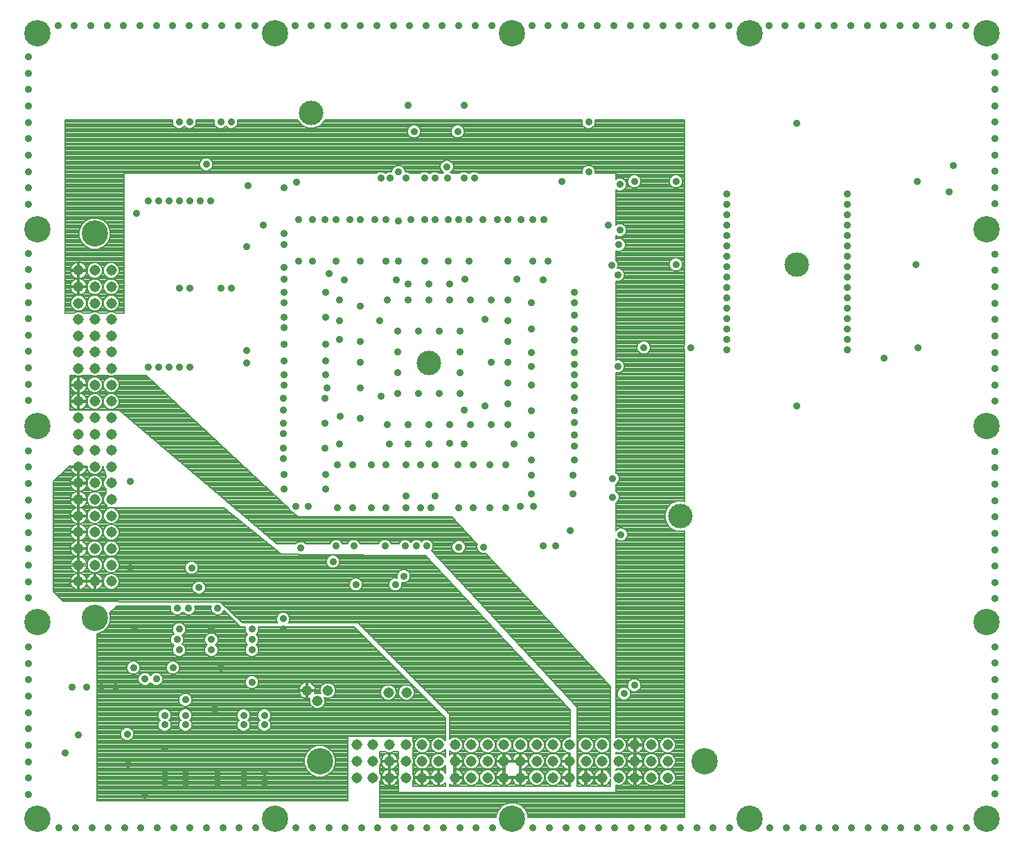
<source format=gbr>
G75*
G70*
%OFA0B0*%
%FSLAX24Y24*%
%IPPOS*%
%LPD*%
%AMOC8*
5,1,8,0,0,1.08239X$1,22.5*
%
%ADD10C,0.0515*%
%ADD11C,0.1266*%
%ADD12C,0.0360*%
%ADD13C,0.0080*%
%ADD14C,0.1181*%
D10*
X013905Y007105D03*
X014405Y006605D03*
X014905Y007105D03*
X017821Y007005D03*
X018689Y007005D03*
X018659Y004486D03*
X019446Y004486D03*
X019446Y003698D03*
X018659Y003698D03*
X018659Y002911D03*
X019446Y002911D03*
X020234Y002911D03*
X021021Y002911D03*
X021809Y002911D03*
X022596Y002911D03*
X022596Y003698D03*
X023383Y003698D03*
X024171Y003698D03*
X024171Y002911D03*
X023383Y002911D03*
X024958Y002911D03*
X024958Y003698D03*
X025746Y003698D03*
X026533Y003698D03*
X026533Y002911D03*
X025746Y002911D03*
X027320Y002911D03*
X027320Y003698D03*
X027320Y004486D03*
X026533Y004486D03*
X025746Y004486D03*
X024958Y004486D03*
X024171Y004486D03*
X023383Y004486D03*
X022596Y004486D03*
X021809Y004486D03*
X021021Y004486D03*
X020234Y004486D03*
X020234Y003698D03*
X021021Y003698D03*
X021809Y003698D03*
X017872Y003698D03*
X017872Y002911D03*
X017084Y002911D03*
X016297Y002911D03*
X016297Y003698D03*
X017084Y003698D03*
X017084Y004486D03*
X016297Y004486D03*
X017872Y004486D03*
X028108Y004486D03*
X028895Y004486D03*
X029683Y004486D03*
X030470Y004486D03*
X031257Y004486D03*
X031257Y003698D03*
X030470Y003698D03*
X030470Y002911D03*
X031257Y002911D03*
X029683Y002911D03*
X029683Y003698D03*
X028895Y003698D03*
X028108Y003698D03*
X028108Y002911D03*
X028895Y002911D03*
X004486Y012360D03*
X004486Y013147D03*
X004486Y013935D03*
X004486Y014722D03*
X004486Y015509D03*
X003698Y015509D03*
X002911Y015509D03*
X002911Y014722D03*
X003698Y014722D03*
X003698Y013935D03*
X002911Y013935D03*
X002911Y013147D03*
X003698Y013147D03*
X003698Y012360D03*
X002911Y012360D03*
X002911Y016297D03*
X003698Y016297D03*
X003698Y017084D03*
X002911Y017084D03*
X002911Y017872D03*
X003698Y017872D03*
X003698Y018659D03*
X002911Y018659D03*
X002911Y019446D03*
X003698Y019446D03*
X004486Y019446D03*
X004486Y018659D03*
X004486Y017872D03*
X004486Y017084D03*
X004486Y016297D03*
X004486Y020234D03*
X004486Y021021D03*
X004486Y021809D03*
X004486Y022596D03*
X004486Y023383D03*
X004486Y024171D03*
X004486Y024958D03*
X004486Y025746D03*
X004486Y026533D03*
X004486Y027320D03*
X003698Y027320D03*
X002911Y027320D03*
X002911Y026533D03*
X003698Y026533D03*
X003698Y025746D03*
X002911Y025746D03*
X002911Y024958D03*
X003698Y024958D03*
X003698Y024171D03*
X002911Y024171D03*
X002911Y023383D03*
X003698Y023383D03*
X003698Y022596D03*
X002911Y022596D03*
X002911Y021809D03*
X003698Y021809D03*
X003698Y021021D03*
X002911Y021021D03*
X002911Y020234D03*
X003698Y020234D03*
D11*
X000942Y000942D03*
X000942Y010391D03*
X003698Y010588D03*
X014525Y003698D03*
X012360Y000942D03*
X023777Y000942D03*
X033029Y003698D03*
X035194Y000942D03*
X046612Y000942D03*
X046612Y010391D03*
X046612Y019840D03*
X046612Y029289D03*
X046612Y038738D03*
X035194Y038738D03*
X023777Y038738D03*
X012360Y038738D03*
X003698Y029092D03*
X000942Y029289D03*
X000942Y019840D03*
X000942Y038738D03*
D12*
X001930Y039105D03*
X002717Y039105D03*
X003505Y039105D03*
X004292Y039105D03*
X005079Y039105D03*
X005867Y039105D03*
X006654Y039105D03*
X007442Y039105D03*
X008229Y039105D03*
X009016Y039105D03*
X009804Y039105D03*
X010604Y039105D03*
X011404Y039105D03*
X013330Y039105D03*
X014117Y039105D03*
X014905Y039105D03*
X015692Y039105D03*
X016479Y039105D03*
X017267Y039105D03*
X018054Y039105D03*
X018842Y039105D03*
X019629Y039105D03*
X020416Y039105D03*
X021204Y039105D03*
X022004Y039105D03*
X022804Y039105D03*
X024730Y039105D03*
X025517Y039105D03*
X026305Y039105D03*
X027092Y039105D03*
X027879Y039105D03*
X028667Y039105D03*
X029454Y039105D03*
X030242Y039105D03*
X031029Y039105D03*
X031816Y039105D03*
X032604Y039105D03*
X033404Y039105D03*
X034204Y039105D03*
X036130Y039105D03*
X036917Y039105D03*
X037705Y039105D03*
X038492Y039105D03*
X039279Y039105D03*
X040067Y039105D03*
X040854Y039105D03*
X041642Y039105D03*
X042429Y039105D03*
X043216Y039105D03*
X044004Y039105D03*
X044804Y039105D03*
X045604Y039105D03*
X047005Y037604D03*
X047005Y036816D03*
X047005Y036029D03*
X047005Y035242D03*
X047005Y034454D03*
X047005Y033667D03*
X047005Y032879D03*
X047005Y032092D03*
X047005Y031305D03*
X047005Y030517D03*
X044805Y031105D03*
X045005Y032355D03*
X043255Y031605D03*
X039905Y031005D03*
X039905Y030505D03*
X039905Y030005D03*
X039905Y029505D03*
X039905Y029005D03*
X039905Y028505D03*
X039905Y028005D03*
X039905Y027505D03*
X039905Y027005D03*
X039905Y026505D03*
X039905Y026005D03*
X039905Y025505D03*
X039905Y025005D03*
X039905Y024505D03*
X039905Y024005D03*
X039905Y023505D03*
X041655Y023105D03*
X043305Y023605D03*
X047005Y023379D03*
X047005Y024167D03*
X047005Y024954D03*
X047005Y025742D03*
X047005Y026529D03*
X047005Y027316D03*
X047005Y028104D03*
X043205Y027605D03*
X047005Y022592D03*
X047005Y021805D03*
X047005Y021017D03*
X047005Y018604D03*
X047005Y017816D03*
X047005Y017029D03*
X047005Y016242D03*
X047005Y015454D03*
X047005Y014667D03*
X047005Y013879D03*
X047005Y013092D03*
X047005Y012305D03*
X047005Y011517D03*
X047005Y009204D03*
X047005Y008416D03*
X047005Y007629D03*
X047005Y006842D03*
X047005Y006054D03*
X047005Y005267D03*
X047005Y004479D03*
X047005Y003692D03*
X047005Y002905D03*
X047005Y002117D03*
X045630Y000505D03*
X044843Y000505D03*
X044055Y000505D03*
X043268Y000505D03*
X042481Y000505D03*
X041693Y000505D03*
X040906Y000505D03*
X040118Y000505D03*
X039331Y000505D03*
X038544Y000505D03*
X037756Y000505D03*
X036956Y000505D03*
X036156Y000505D03*
X034230Y000505D03*
X033443Y000505D03*
X032655Y000505D03*
X031868Y000505D03*
X031081Y000505D03*
X030293Y000505D03*
X029506Y000505D03*
X028718Y000505D03*
X027931Y000505D03*
X027144Y000505D03*
X026356Y000505D03*
X025556Y000505D03*
X024756Y000505D03*
X022830Y000505D03*
X022043Y000505D03*
X021255Y000505D03*
X020468Y000505D03*
X019681Y000505D03*
X018893Y000505D03*
X018106Y000505D03*
X017318Y000505D03*
X016531Y000505D03*
X015744Y000505D03*
X014956Y000505D03*
X014156Y000505D03*
X013356Y000505D03*
X011430Y000505D03*
X010643Y000505D03*
X009855Y000505D03*
X009068Y000505D03*
X008281Y000505D03*
X007493Y000505D03*
X006706Y000505D03*
X005918Y000505D03*
X005131Y000505D03*
X004344Y000505D03*
X003556Y000505D03*
X002756Y000505D03*
X001956Y000505D03*
X000505Y002106D03*
X000505Y002894D03*
X000505Y003681D03*
X000505Y004468D03*
X000505Y005256D03*
X000505Y006043D03*
X000505Y006831D03*
X000505Y007618D03*
X000505Y008405D03*
X000505Y009193D03*
X002605Y007255D03*
X003305Y007255D03*
X004005Y007255D03*
X004705Y007255D03*
X005555Y008205D03*
X006105Y007655D03*
X006655Y007655D03*
X007455Y008205D03*
X007755Y009055D03*
X007655Y009555D03*
X007755Y010055D03*
X007655Y011055D03*
X008205Y011055D03*
X009305Y010105D03*
X009305Y009555D03*
X009305Y009055D03*
X009755Y008205D03*
X011255Y007505D03*
X011255Y009055D03*
X011255Y009555D03*
X011255Y010055D03*
X012755Y010055D03*
X012755Y010555D03*
X009605Y011055D03*
X008705Y012055D03*
X008355Y013005D03*
X005405Y013005D03*
X005605Y010055D03*
X008055Y006655D03*
X008055Y005905D03*
X008055Y005455D03*
X007055Y005455D03*
X007055Y005905D03*
X005255Y005005D03*
X007055Y004305D03*
X007055Y003105D03*
X007055Y002655D03*
X008055Y002655D03*
X008055Y003105D03*
X009605Y003105D03*
X009605Y002655D03*
X010855Y002655D03*
X010855Y003105D03*
X011855Y003155D03*
X011855Y002655D03*
X011855Y005455D03*
X011855Y005905D03*
X010855Y005905D03*
X010855Y005455D03*
X009455Y006205D03*
X005305Y003555D03*
X006105Y002055D03*
X002905Y004955D03*
X002255Y004105D03*
X000505Y011556D03*
X000505Y012344D03*
X000505Y013131D03*
X000505Y013918D03*
X000505Y014706D03*
X000505Y015493D03*
X000505Y016281D03*
X000505Y017068D03*
X000505Y017855D03*
X000505Y018643D03*
X000505Y021056D03*
X000505Y021844D03*
X000505Y022631D03*
X000505Y023418D03*
X000505Y024206D03*
X000505Y024993D03*
X000505Y025781D03*
X000505Y026568D03*
X000505Y027355D03*
X000505Y028143D03*
X000505Y030506D03*
X000505Y031294D03*
X000505Y032081D03*
X000505Y032868D03*
X000505Y033656D03*
X000505Y034443D03*
X000505Y035231D03*
X000505Y036018D03*
X000505Y036805D03*
X000505Y037593D03*
X007755Y034455D03*
X008255Y034455D03*
X009755Y034455D03*
X010255Y034455D03*
X009065Y032425D03*
X009255Y030655D03*
X008755Y030655D03*
X008255Y030655D03*
X007755Y030655D03*
X007255Y030655D03*
X006755Y030655D03*
X006255Y030655D03*
X005705Y030055D03*
X007755Y026455D03*
X008255Y026455D03*
X009755Y026455D03*
X010255Y026455D03*
X011005Y028455D03*
X011805Y029505D03*
X012805Y029105D03*
X012805Y028555D03*
X013505Y027755D03*
X014155Y027755D03*
X014955Y027155D03*
X015305Y027755D03*
X016455Y027755D03*
X015705Y026855D03*
X015455Y025905D03*
X014805Y026255D03*
X014805Y025055D03*
X015455Y024905D03*
X015455Y024005D03*
X014805Y023755D03*
X014805Y022955D03*
X014805Y022305D03*
X014855Y021655D03*
X014755Y021155D03*
X015505Y020305D03*
X014755Y019955D03*
X014755Y018755D03*
X015455Y018955D03*
X015355Y017955D03*
X014805Y017505D03*
X014805Y016805D03*
X015355Y015905D03*
X016105Y015905D03*
X017005Y015905D03*
X017705Y015905D03*
X018655Y015905D03*
X018655Y016455D03*
X019355Y015905D03*
X019855Y015905D03*
X020055Y016455D03*
X021205Y015905D03*
X021905Y015905D03*
X022705Y015905D03*
X023455Y015905D03*
X024155Y015955D03*
X024705Y016555D03*
X024805Y015955D03*
X026555Y014805D03*
X025855Y014055D03*
X025255Y014055D03*
X022405Y014005D03*
X021205Y014005D03*
X019655Y014055D03*
X019179Y014055D03*
X018629Y014055D03*
X017655Y014055D03*
X016155Y014055D03*
X015305Y014055D03*
X015155Y013305D03*
X016255Y012205D03*
X018155Y012205D03*
X018555Y012605D03*
X013955Y015955D03*
X013355Y015955D03*
X012805Y016805D03*
X012805Y017505D03*
X012755Y018255D03*
X012755Y018755D03*
X012755Y019455D03*
X012755Y019955D03*
X012755Y020605D03*
X012755Y021155D03*
X012805Y021805D03*
X012805Y022305D03*
X012805Y022955D03*
X012805Y023755D03*
X012805Y024555D03*
X012805Y025055D03*
X012805Y025755D03*
X012805Y026255D03*
X012805Y026905D03*
X012805Y027455D03*
X013505Y029755D03*
X014155Y029755D03*
X014755Y029755D03*
X015305Y029755D03*
X015955Y029755D03*
X016455Y029755D03*
X017155Y029755D03*
X017705Y029755D03*
X018305Y029705D03*
X018905Y029755D03*
X019555Y029755D03*
X020055Y029755D03*
X020705Y029755D03*
X021205Y029755D03*
X021705Y029755D03*
X022355Y029755D03*
X023055Y029755D03*
X023555Y029755D03*
X024205Y029755D03*
X024755Y029755D03*
X025305Y029755D03*
X026155Y031605D03*
X027455Y032055D03*
X028955Y031455D03*
X029655Y031605D03*
X031655Y031605D03*
X034105Y031005D03*
X034105Y030505D03*
X034105Y030005D03*
X034105Y029505D03*
X034105Y029005D03*
X034105Y028505D03*
X034105Y028005D03*
X034105Y027505D03*
X034105Y027005D03*
X034105Y026505D03*
X034105Y026005D03*
X034105Y025505D03*
X034105Y025005D03*
X034105Y024505D03*
X034105Y024005D03*
X034105Y023505D03*
X032355Y023605D03*
X030105Y023605D03*
X028855Y022705D03*
X026755Y022805D03*
X026755Y022305D03*
X026755Y021805D03*
X026755Y021205D03*
X026755Y020555D03*
X026755Y020005D03*
X026755Y019405D03*
X026755Y018855D03*
X026755Y018205D03*
X026705Y017455D03*
X026705Y016555D03*
X028605Y016405D03*
X028605Y017305D03*
X029005Y014605D03*
X024705Y017455D03*
X024705Y018205D03*
X023855Y018955D03*
X024705Y019405D03*
X023555Y019905D03*
X022755Y019905D03*
X022455Y020805D03*
X021455Y020605D03*
X021755Y019905D03*
X020755Y019905D03*
X019755Y019905D03*
X018755Y019905D03*
X017755Y019905D03*
X017855Y018955D03*
X018755Y018955D03*
X019755Y018955D03*
X020755Y019005D03*
X021455Y018955D03*
X021155Y017955D03*
X021905Y017955D03*
X022705Y017955D03*
X023455Y017955D03*
X024705Y020555D03*
X023555Y020905D03*
X023555Y021905D03*
X023555Y022905D03*
X022755Y022905D03*
X023555Y023905D03*
X023555Y024905D03*
X022455Y024955D03*
X022755Y025905D03*
X023555Y025905D03*
X024005Y026905D03*
X023555Y027755D03*
X024755Y027755D03*
X025505Y027755D03*
X025255Y026855D03*
X024705Y025755D03*
X024705Y024505D03*
X024705Y023355D03*
X024705Y022705D03*
X024705Y021805D03*
X026755Y023355D03*
X026755Y023955D03*
X026755Y024505D03*
X026755Y025155D03*
X026755Y025755D03*
X026755Y026255D03*
X028555Y027555D03*
X028855Y027105D03*
X028905Y028555D03*
X028955Y029255D03*
X028405Y029505D03*
X031655Y027605D03*
X027455Y034455D03*
X021955Y031755D03*
X021455Y031755D03*
X020655Y031755D03*
X020636Y032305D03*
X020055Y031755D03*
X019555Y031755D03*
X018655Y031755D03*
X018305Y032055D03*
X017905Y031755D03*
X017455Y031755D03*
X019055Y034005D03*
X018755Y035255D03*
X021155Y034005D03*
X021455Y035255D03*
X013405Y031555D03*
X012805Y031305D03*
X011055Y031405D03*
X017705Y027755D03*
X018305Y027755D03*
X018205Y026855D03*
X018755Y026655D03*
X018755Y025905D03*
X017755Y025905D03*
X017405Y024905D03*
X018255Y024405D03*
X018255Y023405D03*
X019255Y024405D03*
X020255Y024405D03*
X021255Y024405D03*
X021255Y023405D03*
X021255Y022405D03*
X021255Y021405D03*
X020255Y021405D03*
X019255Y021405D03*
X018255Y021405D03*
X017455Y021255D03*
X016455Y021655D03*
X016455Y022905D03*
X016455Y023905D03*
X016455Y025605D03*
X019755Y025905D03*
X019755Y026655D03*
X020755Y026655D03*
X020755Y025905D03*
X021755Y025905D03*
X021505Y026905D03*
X021705Y027755D03*
X020705Y027755D03*
X019555Y027755D03*
X018255Y022405D03*
X016455Y020205D03*
X016105Y017955D03*
X017005Y017955D03*
X017705Y017955D03*
X018655Y017955D03*
X019355Y017955D03*
X020055Y017955D03*
X013605Y013955D03*
X005405Y017155D03*
X006255Y022655D03*
X006755Y022655D03*
X007255Y022655D03*
X007755Y022655D03*
X008255Y022655D03*
X011005Y022855D03*
X011005Y023455D03*
X029655Y007355D03*
X029155Y006955D03*
X037455Y020805D03*
X037455Y034405D03*
D13*
X032055Y034381D02*
X027771Y034381D01*
X027775Y034391D02*
X027775Y034519D01*
X027760Y034555D01*
X032055Y034555D01*
X032055Y023717D01*
X032035Y023669D01*
X032035Y023541D01*
X032055Y023493D01*
X032055Y016206D01*
X032000Y016229D01*
X031710Y016229D01*
X031441Y016118D01*
X031236Y015912D01*
X031124Y015644D01*
X031124Y015353D01*
X031236Y015084D01*
X031441Y014879D01*
X031710Y014768D01*
X032000Y014768D01*
X032055Y014790D01*
X032055Y001005D01*
X024550Y001005D01*
X024550Y001096D01*
X024432Y001380D01*
X024215Y001598D01*
X023931Y001715D01*
X023623Y001715D01*
X023339Y001598D01*
X023122Y001380D01*
X023004Y001096D01*
X023004Y001005D01*
X017405Y001005D01*
X017405Y002699D01*
X017462Y002836D01*
X017462Y002986D01*
X017405Y003123D01*
X017405Y003487D01*
X017462Y003623D01*
X017462Y003773D01*
X017405Y003910D01*
X017405Y004155D01*
X017684Y004155D01*
X017796Y004108D01*
X017947Y004108D01*
X018060Y004155D01*
X018305Y004155D01*
X018305Y003830D01*
X018281Y003773D01*
X018281Y003623D01*
X018305Y003566D01*
X018305Y003043D01*
X018281Y002986D01*
X018281Y002836D01*
X018305Y002779D01*
X018305Y002205D01*
X028755Y002205D01*
X028755Y002560D01*
X028820Y002533D01*
X028970Y002533D01*
X029109Y002591D01*
X029215Y002697D01*
X029273Y002836D01*
X029273Y002986D01*
X029215Y003125D01*
X029109Y003231D01*
X028970Y003288D01*
X028820Y003288D01*
X028755Y003261D01*
X028755Y003348D01*
X028820Y003321D01*
X028970Y003321D01*
X029109Y003378D01*
X029215Y003484D01*
X029273Y003623D01*
X029273Y003773D01*
X029215Y003912D01*
X029109Y004018D01*
X028970Y004076D01*
X028820Y004076D01*
X028755Y004049D01*
X028755Y004135D01*
X028820Y004108D01*
X028970Y004108D01*
X029109Y004166D01*
X029215Y004272D01*
X029273Y004411D01*
X029273Y004561D01*
X029215Y004700D01*
X029109Y004806D01*
X028970Y004863D01*
X028820Y004863D01*
X028755Y004836D01*
X028755Y014402D01*
X028824Y014334D01*
X028941Y014285D01*
X028755Y014285D01*
X028755Y014207D02*
X032055Y014207D01*
X032055Y014285D02*
X029069Y014285D01*
X029186Y014334D01*
X029276Y014424D01*
X029325Y014541D01*
X029325Y014669D01*
X029276Y014786D01*
X029186Y014876D01*
X029069Y014925D01*
X028941Y014925D01*
X028824Y014876D01*
X028755Y014808D01*
X028755Y016121D01*
X028786Y016134D01*
X028876Y016224D01*
X028925Y016341D01*
X028925Y016469D01*
X028876Y016586D01*
X028786Y016676D01*
X028755Y016689D01*
X028755Y017021D01*
X028786Y017034D01*
X028876Y017124D01*
X028925Y017241D01*
X028925Y017369D01*
X028876Y017486D01*
X028786Y017576D01*
X028755Y017589D01*
X028755Y022400D01*
X028791Y022385D01*
X028919Y022385D01*
X029036Y022434D01*
X029126Y022524D01*
X029175Y022641D01*
X029175Y022769D01*
X029126Y022886D01*
X029036Y022976D01*
X028919Y023025D01*
X028791Y023025D01*
X028755Y023010D01*
X028755Y026800D01*
X028791Y026785D01*
X028919Y026785D01*
X029036Y026834D01*
X029126Y026924D01*
X029175Y027041D01*
X029175Y027169D01*
X029126Y027286D01*
X029036Y027376D01*
X028919Y027425D01*
X028848Y027425D01*
X028875Y027491D01*
X028875Y027619D01*
X028826Y027736D01*
X028755Y027808D01*
X028755Y028271D01*
X028841Y028235D01*
X028969Y028235D01*
X029086Y028284D01*
X029176Y028374D01*
X029225Y028491D01*
X029225Y028619D01*
X029176Y028736D01*
X029086Y028826D01*
X028969Y028875D01*
X028841Y028875D01*
X028755Y028839D01*
X028755Y029002D01*
X028774Y028984D01*
X028891Y028935D01*
X029019Y028935D01*
X029136Y028984D01*
X029226Y029074D01*
X029275Y029191D01*
X029275Y029319D01*
X029226Y029436D01*
X029136Y029526D01*
X029019Y029575D01*
X028891Y029575D01*
X028774Y029526D01*
X028755Y029508D01*
X028755Y031202D01*
X028774Y031184D01*
X028891Y031135D01*
X029019Y031135D01*
X029136Y031184D01*
X029226Y031274D01*
X029275Y031391D01*
X029275Y031519D01*
X029226Y031636D01*
X029136Y031726D01*
X029019Y031775D01*
X028891Y031775D01*
X028774Y031726D01*
X028755Y031708D01*
X028755Y032005D01*
X027775Y032005D01*
X027775Y032119D01*
X027726Y032236D01*
X027636Y032326D01*
X027519Y032375D01*
X027391Y032375D01*
X027274Y032326D01*
X027184Y032236D01*
X027135Y032119D01*
X027135Y032005D01*
X022158Y032005D01*
X022136Y032026D01*
X022019Y032075D01*
X021891Y032075D01*
X021774Y032026D01*
X021752Y032005D01*
X021658Y032005D01*
X021636Y032026D01*
X021519Y032075D01*
X021391Y032075D01*
X021274Y032026D01*
X021252Y032005D01*
X020858Y032005D01*
X020836Y032026D01*
X020818Y032034D01*
X020908Y032124D01*
X020956Y032241D01*
X020956Y032369D01*
X020908Y032486D01*
X020818Y032576D01*
X020700Y032625D01*
X020573Y032625D01*
X020455Y032576D01*
X020365Y032486D01*
X020316Y032369D01*
X020316Y032241D01*
X020365Y032124D01*
X020455Y032034D01*
X020474Y032026D01*
X020452Y032005D01*
X020258Y032005D01*
X020236Y032026D01*
X020119Y032075D01*
X019991Y032075D01*
X019874Y032026D01*
X019852Y032005D01*
X019758Y032005D01*
X019736Y032026D01*
X019619Y032075D01*
X019491Y032075D01*
X019374Y032026D01*
X019352Y032005D01*
X018858Y032005D01*
X018836Y032026D01*
X018719Y032075D01*
X018625Y032075D01*
X018625Y032119D01*
X018576Y032236D01*
X018486Y032326D01*
X018369Y032375D01*
X018241Y032375D01*
X018124Y032326D01*
X018034Y032236D01*
X017985Y032119D01*
X017985Y032068D01*
X017969Y032075D01*
X017841Y032075D01*
X017724Y032026D01*
X017702Y032005D01*
X017658Y032005D01*
X017636Y032026D01*
X017519Y032075D01*
X017391Y032075D01*
X017274Y032026D01*
X017252Y032005D01*
X005105Y032005D01*
X005105Y025255D01*
X004723Y025255D01*
X004700Y025278D01*
X004561Y025336D01*
X004411Y025336D01*
X004272Y025278D01*
X004249Y025255D01*
X003935Y025255D01*
X003912Y025278D01*
X003773Y025336D01*
X003623Y025336D01*
X003484Y025278D01*
X003461Y025255D01*
X003148Y025255D01*
X003125Y025278D01*
X002986Y025336D01*
X002836Y025336D01*
X002697Y025278D01*
X002674Y025255D01*
X002255Y025255D01*
X002255Y034555D01*
X007450Y034555D01*
X007435Y034519D01*
X007435Y034391D01*
X007484Y034274D01*
X007574Y034184D01*
X007691Y034135D01*
X007819Y034135D01*
X007936Y034184D01*
X008005Y034252D01*
X008074Y034184D01*
X008191Y034135D01*
X008319Y034135D01*
X008436Y034184D01*
X008526Y034274D01*
X008575Y034391D01*
X008575Y034519D01*
X008560Y034555D01*
X009450Y034555D01*
X009435Y034519D01*
X009435Y034391D01*
X009484Y034274D01*
X009574Y034184D01*
X009691Y034135D01*
X009819Y034135D01*
X009936Y034184D01*
X010005Y034252D01*
X010074Y034184D01*
X010191Y034135D01*
X010319Y034135D01*
X010436Y034184D01*
X010526Y034274D01*
X010575Y034391D01*
X010575Y034519D01*
X010560Y034555D01*
X013456Y034555D01*
X013486Y034484D01*
X013691Y034279D01*
X013960Y034168D01*
X014250Y034168D01*
X014519Y034279D01*
X014724Y034484D01*
X014754Y034555D01*
X027150Y034555D01*
X027135Y034519D01*
X027135Y034391D01*
X027184Y034274D01*
X027274Y034184D01*
X027391Y034135D01*
X027519Y034135D01*
X027636Y034184D01*
X027726Y034274D01*
X027775Y034391D01*
X027775Y034460D02*
X032055Y034460D01*
X032055Y034538D02*
X027767Y034538D01*
X027738Y034303D02*
X032055Y034303D01*
X032055Y034224D02*
X027677Y034224D01*
X027544Y034146D02*
X032055Y034146D01*
X032055Y034067D02*
X021475Y034067D01*
X021475Y034069D02*
X021426Y034186D01*
X021336Y034276D01*
X021219Y034325D01*
X021091Y034325D01*
X020974Y034276D01*
X020884Y034186D01*
X020835Y034069D01*
X020835Y033941D01*
X020884Y033824D01*
X020974Y033734D01*
X021091Y033685D01*
X021219Y033685D01*
X021336Y033734D01*
X021426Y033824D01*
X021475Y033941D01*
X021475Y034069D01*
X021475Y033989D02*
X032055Y033989D01*
X032055Y033910D02*
X021462Y033910D01*
X021430Y033832D02*
X032055Y033832D01*
X032055Y033753D02*
X021356Y033753D01*
X020954Y033753D02*
X019256Y033753D01*
X019236Y033734D02*
X019326Y033824D01*
X019375Y033941D01*
X019375Y034069D01*
X019326Y034186D01*
X019236Y034276D01*
X019119Y034325D01*
X018991Y034325D01*
X018874Y034276D01*
X018784Y034186D01*
X018735Y034069D01*
X018735Y033941D01*
X018784Y033824D01*
X018874Y033734D01*
X018991Y033685D01*
X019119Y033685D01*
X019236Y033734D01*
X019330Y033832D02*
X020880Y033832D01*
X020848Y033910D02*
X019362Y033910D01*
X019375Y033989D02*
X020835Y033989D01*
X020835Y034067D02*
X019375Y034067D01*
X019343Y034146D02*
X020867Y034146D01*
X020922Y034224D02*
X019288Y034224D01*
X019173Y034303D02*
X021037Y034303D01*
X021273Y034303D02*
X027172Y034303D01*
X027139Y034381D02*
X014621Y034381D01*
X014542Y034303D02*
X018937Y034303D01*
X018822Y034224D02*
X014386Y034224D01*
X014699Y034460D02*
X027135Y034460D01*
X027143Y034538D02*
X014747Y034538D01*
X013824Y034224D02*
X010477Y034224D01*
X010538Y034303D02*
X013668Y034303D01*
X013589Y034381D02*
X010571Y034381D01*
X010575Y034460D02*
X013511Y034460D01*
X013463Y034538D02*
X010567Y034538D01*
X010344Y034146D02*
X018767Y034146D01*
X018735Y034067D02*
X002255Y034067D01*
X002255Y033989D02*
X018735Y033989D01*
X018748Y033910D02*
X002255Y033910D01*
X002255Y033832D02*
X018780Y033832D01*
X018854Y033753D02*
X002255Y033753D01*
X002255Y033675D02*
X032055Y033675D01*
X032055Y033596D02*
X002255Y033596D01*
X002255Y033518D02*
X032055Y033518D01*
X032055Y033439D02*
X002255Y033439D01*
X002255Y033361D02*
X032055Y033361D01*
X032055Y033282D02*
X002255Y033282D01*
X002255Y033204D02*
X032055Y033204D01*
X032055Y033125D02*
X002255Y033125D01*
X002255Y033047D02*
X032055Y033047D01*
X032055Y032968D02*
X002255Y032968D01*
X002255Y032890D02*
X032055Y032890D01*
X032055Y032811D02*
X002255Y032811D01*
X002255Y032733D02*
X008971Y032733D01*
X009001Y032745D02*
X008884Y032696D01*
X008794Y032606D01*
X008745Y032489D01*
X008745Y032361D01*
X008794Y032244D01*
X008884Y032154D01*
X009001Y032105D01*
X009129Y032105D01*
X009246Y032154D01*
X009336Y032244D01*
X009385Y032361D01*
X009385Y032489D01*
X009336Y032606D01*
X009246Y032696D01*
X009129Y032745D01*
X009001Y032745D01*
X009159Y032733D02*
X032055Y032733D01*
X032055Y032654D02*
X009288Y032654D01*
X009349Y032576D02*
X020455Y032576D01*
X020376Y032497D02*
X009381Y032497D01*
X009385Y032419D02*
X020337Y032419D01*
X020316Y032340D02*
X018453Y032340D01*
X018551Y032262D02*
X020316Y032262D01*
X020341Y032183D02*
X018598Y032183D01*
X018625Y032105D02*
X020384Y032105D01*
X020474Y032026D02*
X020236Y032026D01*
X019874Y032026D02*
X019736Y032026D01*
X019374Y032026D02*
X018836Y032026D01*
X018157Y032340D02*
X009376Y032340D01*
X009344Y032262D02*
X018059Y032262D01*
X018012Y032183D02*
X009276Y032183D01*
X008854Y032183D02*
X002255Y032183D01*
X002255Y032105D02*
X017985Y032105D01*
X017724Y032026D02*
X017636Y032026D01*
X017274Y032026D02*
X002255Y032026D01*
X002255Y031948D02*
X005105Y031948D01*
X005105Y031869D02*
X002255Y031869D01*
X002255Y031791D02*
X005105Y031791D01*
X005105Y031712D02*
X002255Y031712D01*
X002255Y031634D02*
X005105Y031634D01*
X005105Y031555D02*
X002255Y031555D01*
X002255Y031477D02*
X005105Y031477D01*
X005105Y031398D02*
X002255Y031398D01*
X002255Y031320D02*
X005105Y031320D01*
X005105Y031241D02*
X002255Y031241D01*
X002255Y031163D02*
X005105Y031163D01*
X005105Y031084D02*
X002255Y031084D01*
X002255Y031006D02*
X005105Y031006D01*
X005105Y030927D02*
X002255Y030927D01*
X002255Y030849D02*
X005105Y030849D01*
X005105Y030770D02*
X002255Y030770D01*
X002255Y030692D02*
X005105Y030692D01*
X005105Y030613D02*
X002255Y030613D01*
X002255Y030535D02*
X005105Y030535D01*
X005105Y030456D02*
X002255Y030456D01*
X002255Y030378D02*
X005105Y030378D01*
X005105Y030299D02*
X002255Y030299D01*
X002255Y030221D02*
X005105Y030221D01*
X005105Y030142D02*
X002255Y030142D01*
X002255Y030064D02*
X005105Y030064D01*
X005105Y029985D02*
X002255Y029985D01*
X002255Y029907D02*
X005105Y029907D01*
X005105Y029828D02*
X003889Y029828D01*
X003848Y029845D02*
X003549Y029845D01*
X003272Y029730D01*
X003060Y029519D01*
X002945Y029242D01*
X002945Y028942D01*
X003060Y028665D01*
X003272Y028454D01*
X003549Y028339D01*
X003848Y028339D01*
X004125Y028454D01*
X004337Y028665D01*
X004451Y028942D01*
X004451Y029242D01*
X004337Y029519D01*
X004125Y029730D01*
X003848Y029845D01*
X004079Y029750D02*
X005105Y029750D01*
X005105Y029671D02*
X004184Y029671D01*
X004263Y029593D02*
X005105Y029593D01*
X005105Y029514D02*
X004339Y029514D01*
X004371Y029436D02*
X005105Y029436D01*
X005105Y029357D02*
X004404Y029357D01*
X004436Y029279D02*
X005105Y029279D01*
X005105Y029200D02*
X004451Y029200D01*
X004451Y029122D02*
X005105Y029122D01*
X005105Y029043D02*
X004451Y029043D01*
X004451Y028965D02*
X005105Y028965D01*
X005105Y028886D02*
X004428Y028886D01*
X004396Y028808D02*
X005105Y028808D01*
X005105Y028729D02*
X004363Y028729D01*
X004322Y028651D02*
X005105Y028651D01*
X005105Y028572D02*
X004243Y028572D01*
X004165Y028494D02*
X005105Y028494D01*
X005105Y028415D02*
X004032Y028415D01*
X003365Y028415D02*
X002255Y028415D01*
X002255Y028337D02*
X005105Y028337D01*
X005105Y028258D02*
X002255Y028258D01*
X002255Y028180D02*
X005105Y028180D01*
X005105Y028101D02*
X002255Y028101D01*
X002255Y028023D02*
X005105Y028023D01*
X005105Y027944D02*
X002255Y027944D01*
X002255Y027866D02*
X005105Y027866D01*
X005105Y027787D02*
X002255Y027787D01*
X002255Y027709D02*
X002825Y027709D01*
X002795Y027703D02*
X002723Y027673D01*
X002658Y027629D01*
X002602Y027574D01*
X002559Y027509D01*
X002529Y027436D01*
X002513Y027360D01*
X002513Y027359D01*
X002872Y027359D01*
X002872Y027282D01*
X002513Y027282D01*
X002513Y027281D01*
X002529Y027204D01*
X002559Y027132D01*
X002602Y027067D01*
X002658Y027012D01*
X002723Y026968D01*
X002795Y026938D01*
X002853Y026927D01*
X002795Y026915D01*
X002723Y026885D01*
X002658Y026842D01*
X002602Y026786D01*
X002559Y026721D01*
X002529Y026649D01*
X002513Y026572D01*
X002513Y026572D01*
X002872Y026572D01*
X002872Y027282D01*
X002950Y027282D01*
X002950Y027359D01*
X003308Y027359D01*
X003308Y027360D01*
X003293Y027436D01*
X003263Y027509D01*
X003220Y027574D01*
X003164Y027629D01*
X003099Y027673D01*
X003027Y027703D01*
X002950Y027718D01*
X002950Y027718D01*
X002950Y027359D01*
X002872Y027359D01*
X002872Y027718D01*
X002872Y027718D01*
X002795Y027703D01*
X002872Y027709D02*
X002950Y027709D01*
X002997Y027709D02*
X005105Y027709D01*
X005105Y027630D02*
X004710Y027630D01*
X004700Y027640D02*
X004561Y027698D01*
X004411Y027698D01*
X004272Y027640D01*
X004166Y027534D01*
X004108Y027395D01*
X004076Y027395D01*
X004018Y027534D01*
X003912Y027640D01*
X003773Y027698D01*
X003623Y027698D01*
X003484Y027640D01*
X003378Y027534D01*
X003321Y027395D01*
X003301Y027395D01*
X003321Y027395D02*
X003321Y027245D01*
X003378Y027107D01*
X003484Y027000D01*
X003623Y026943D01*
X003773Y026943D01*
X003912Y027000D01*
X004018Y027107D01*
X004076Y027245D01*
X004076Y027395D01*
X004108Y027395D02*
X004108Y027245D01*
X004166Y027107D01*
X004272Y027000D01*
X004411Y026943D01*
X004561Y026943D01*
X004700Y027000D01*
X004806Y027107D01*
X004863Y027245D01*
X004863Y027395D01*
X005105Y027395D01*
X005105Y027473D02*
X004831Y027473D01*
X004806Y027534D02*
X004700Y027640D01*
X004788Y027552D02*
X005105Y027552D01*
X005105Y027316D02*
X004863Y027316D01*
X004860Y027238D02*
X005105Y027238D01*
X005105Y027159D02*
X004827Y027159D01*
X004780Y027081D02*
X005105Y027081D01*
X005105Y027002D02*
X004701Y027002D01*
X004700Y026853D02*
X004561Y026910D01*
X004411Y026910D01*
X004272Y026853D01*
X004166Y026747D01*
X004108Y026608D01*
X004108Y026458D01*
X004166Y026319D01*
X004272Y026213D01*
X004411Y026155D01*
X004561Y026155D01*
X004700Y026213D01*
X004806Y026319D01*
X004863Y026458D01*
X004863Y026608D01*
X004806Y026747D01*
X004700Y026853D01*
X004707Y026845D02*
X005105Y026845D01*
X005105Y026767D02*
X004786Y026767D01*
X004830Y026688D02*
X005105Y026688D01*
X005105Y026610D02*
X004863Y026610D01*
X004863Y026531D02*
X005105Y026531D01*
X005105Y026453D02*
X004861Y026453D01*
X004828Y026374D02*
X005105Y026374D01*
X005105Y026296D02*
X004782Y026296D01*
X004704Y026217D02*
X005105Y026217D01*
X005105Y026139D02*
X002966Y026139D01*
X002950Y026135D02*
X003027Y026151D01*
X003099Y026181D01*
X003164Y026224D01*
X003220Y026280D01*
X003263Y026345D01*
X003293Y026417D01*
X003308Y026494D01*
X003308Y026494D01*
X002950Y026494D01*
X002950Y026572D01*
X003308Y026572D01*
X003293Y026649D01*
X003263Y026721D01*
X003220Y026786D01*
X003164Y026842D01*
X003099Y026885D01*
X003027Y026915D01*
X002969Y026927D01*
X003027Y026938D01*
X003099Y026968D01*
X003164Y027012D01*
X003220Y027067D01*
X003263Y027132D01*
X003293Y027204D01*
X003308Y027281D01*
X003308Y027282D01*
X002950Y027282D01*
X002950Y026923D01*
X002950Y026572D01*
X002872Y026572D01*
X002872Y026494D01*
X002950Y026494D01*
X002950Y026135D01*
X002950Y026135D01*
X002950Y026139D02*
X002872Y026139D01*
X002872Y026135D02*
X002872Y026494D01*
X002513Y026494D01*
X002529Y026417D01*
X002559Y026345D01*
X002602Y026280D01*
X002658Y026224D01*
X002723Y026181D01*
X002795Y026151D01*
X002872Y026135D01*
X002872Y026135D01*
X002856Y026139D02*
X002255Y026139D01*
X002255Y026217D02*
X002668Y026217D01*
X002591Y026296D02*
X002255Y026296D01*
X002255Y026374D02*
X002546Y026374D01*
X002522Y026453D02*
X002255Y026453D01*
X002255Y026531D02*
X002872Y026531D01*
X002950Y026531D02*
X003321Y026531D01*
X003308Y026572D02*
X003308Y026572D01*
X003301Y026610D02*
X003321Y026610D01*
X003321Y026608D02*
X003321Y026458D01*
X003378Y026319D01*
X003484Y026213D01*
X003623Y026155D01*
X003773Y026155D01*
X003912Y026213D01*
X004018Y026319D01*
X004076Y026458D01*
X004076Y026608D01*
X004018Y026747D01*
X003912Y026853D01*
X003773Y026910D01*
X003623Y026910D01*
X003484Y026853D01*
X003378Y026747D01*
X003321Y026608D01*
X003354Y026688D02*
X003277Y026688D01*
X003233Y026767D02*
X003398Y026767D01*
X003477Y026845D02*
X003159Y026845D01*
X003150Y027002D02*
X003483Y027002D01*
X003404Y027081D02*
X003229Y027081D01*
X003274Y027159D02*
X003357Y027159D01*
X003324Y027238D02*
X003300Y027238D01*
X003321Y027316D02*
X002950Y027316D01*
X002872Y027316D02*
X002255Y027316D01*
X002255Y027238D02*
X002522Y027238D01*
X002547Y027159D02*
X002255Y027159D01*
X002255Y027081D02*
X002593Y027081D01*
X002672Y027002D02*
X002255Y027002D01*
X002255Y026924D02*
X002837Y026924D01*
X002872Y026924D02*
X002950Y026924D01*
X002984Y026924D02*
X005105Y026924D01*
X004863Y027395D02*
X004806Y027534D01*
X004262Y027630D02*
X003922Y027630D01*
X004001Y027552D02*
X004183Y027552D01*
X004140Y027473D02*
X004044Y027473D01*
X004076Y027316D02*
X004108Y027316D01*
X004111Y027238D02*
X004073Y027238D01*
X004040Y027159D02*
X004144Y027159D01*
X004192Y027081D02*
X003992Y027081D01*
X003914Y027002D02*
X004270Y027002D01*
X004264Y026845D02*
X003920Y026845D01*
X003999Y026767D02*
X004186Y026767D01*
X004141Y026688D02*
X004043Y026688D01*
X004075Y026610D02*
X004109Y026610D01*
X004108Y026531D02*
X004076Y026531D01*
X004074Y026453D02*
X004110Y026453D01*
X004143Y026374D02*
X004041Y026374D01*
X003995Y026296D02*
X004189Y026296D01*
X004268Y026217D02*
X003916Y026217D01*
X003912Y026066D02*
X003773Y026123D01*
X003623Y026123D01*
X003484Y026066D01*
X003378Y025959D01*
X003321Y025821D01*
X003321Y025670D01*
X003378Y025532D01*
X003484Y025426D01*
X003623Y025368D01*
X003773Y025368D01*
X003912Y025426D01*
X004018Y025532D01*
X004076Y025670D01*
X004076Y025821D01*
X004018Y025959D01*
X003912Y026066D01*
X003918Y026060D02*
X004266Y026060D01*
X004272Y026066D02*
X004166Y025959D01*
X004108Y025821D01*
X004108Y025670D01*
X004166Y025532D01*
X004272Y025426D01*
X004411Y025368D01*
X004561Y025368D01*
X004700Y025426D01*
X004806Y025532D01*
X004863Y025670D01*
X004863Y025821D01*
X004806Y025959D01*
X004700Y026066D01*
X004561Y026123D01*
X004411Y026123D01*
X004272Y026066D01*
X004188Y025982D02*
X003996Y025982D01*
X004042Y025903D02*
X004142Y025903D01*
X004110Y025825D02*
X004074Y025825D01*
X004076Y025746D02*
X004108Y025746D01*
X004109Y025668D02*
X004075Y025668D01*
X004042Y025589D02*
X004142Y025589D01*
X004187Y025511D02*
X003997Y025511D01*
X003919Y025432D02*
X004265Y025432D01*
X004269Y025275D02*
X003915Y025275D01*
X003481Y025275D02*
X003128Y025275D01*
X003125Y025426D02*
X003231Y025532D01*
X003288Y025670D01*
X003288Y025821D01*
X003231Y025959D01*
X003125Y026066D01*
X002986Y026123D01*
X002836Y026123D01*
X002697Y026066D01*
X002591Y025959D01*
X002533Y025821D01*
X002533Y025670D01*
X002591Y025532D01*
X002697Y025426D01*
X002836Y025368D01*
X002986Y025368D01*
X003125Y025426D01*
X003131Y025432D02*
X003478Y025432D01*
X003399Y025511D02*
X003210Y025511D01*
X003255Y025589D02*
X003355Y025589D01*
X003322Y025668D02*
X003287Y025668D01*
X003288Y025746D02*
X003321Y025746D01*
X003322Y025825D02*
X003287Y025825D01*
X003254Y025903D02*
X003355Y025903D01*
X003400Y025982D02*
X003209Y025982D01*
X003130Y026060D02*
X003479Y026060D01*
X003480Y026217D02*
X003154Y026217D01*
X003230Y026296D02*
X003402Y026296D01*
X003356Y026374D02*
X003275Y026374D01*
X003300Y026453D02*
X003323Y026453D01*
X002950Y026453D02*
X002872Y026453D01*
X002872Y026374D02*
X002950Y026374D01*
X002950Y026296D02*
X002872Y026296D01*
X002872Y026217D02*
X002950Y026217D01*
X002692Y026060D02*
X002255Y026060D01*
X002255Y025982D02*
X002613Y025982D01*
X002568Y025903D02*
X002255Y025903D01*
X002255Y025825D02*
X002535Y025825D01*
X002533Y025746D02*
X002255Y025746D01*
X002255Y025668D02*
X002535Y025668D01*
X002567Y025589D02*
X002255Y025589D01*
X002255Y025511D02*
X002612Y025511D01*
X002691Y025432D02*
X002255Y025432D01*
X002255Y025354D02*
X005105Y025354D01*
X005105Y025432D02*
X004706Y025432D01*
X004785Y025511D02*
X005105Y025511D01*
X005105Y025589D02*
X004829Y025589D01*
X004862Y025668D02*
X005105Y025668D01*
X005105Y025746D02*
X004863Y025746D01*
X004862Y025825D02*
X005105Y025825D01*
X005105Y025903D02*
X004829Y025903D01*
X004784Y025982D02*
X005105Y025982D01*
X005105Y026060D02*
X004705Y026060D01*
X004703Y025275D02*
X005105Y025275D01*
X002950Y026610D02*
X002872Y026610D01*
X002872Y026688D02*
X002950Y026688D01*
X002950Y026767D02*
X002872Y026767D01*
X002872Y026845D02*
X002950Y026845D01*
X002950Y027002D02*
X002872Y027002D01*
X002872Y027081D02*
X002950Y027081D01*
X002950Y027159D02*
X002872Y027159D01*
X002872Y027238D02*
X002950Y027238D01*
X002950Y027395D02*
X002872Y027395D01*
X002872Y027473D02*
X002950Y027473D01*
X002950Y027552D02*
X002872Y027552D01*
X002872Y027630D02*
X002950Y027630D01*
X003163Y027630D02*
X003474Y027630D01*
X003396Y027552D02*
X003234Y027552D01*
X003278Y027473D02*
X003353Y027473D01*
X002659Y027630D02*
X002255Y027630D01*
X002255Y027552D02*
X002587Y027552D01*
X002544Y027473D02*
X002255Y027473D01*
X002255Y027395D02*
X002520Y027395D01*
X002663Y026845D02*
X002255Y026845D01*
X002255Y026767D02*
X002589Y026767D01*
X002545Y026688D02*
X002255Y026688D01*
X002255Y026610D02*
X002521Y026610D01*
X002513Y026494D02*
X002513Y026494D01*
X002694Y025275D02*
X002255Y025275D01*
X002505Y022255D02*
X002748Y022255D01*
X002836Y022218D01*
X002986Y022218D01*
X003074Y022255D01*
X003535Y022255D01*
X003623Y022218D01*
X003773Y022218D01*
X003862Y022255D01*
X004322Y022255D01*
X004411Y022218D01*
X004561Y022218D01*
X004649Y022255D01*
X006165Y022255D01*
X013065Y015819D01*
X013084Y015774D01*
X013174Y015684D01*
X013239Y015657D01*
X013455Y015455D01*
X020855Y015455D01*
X022107Y014121D01*
X022085Y014069D01*
X022085Y013941D01*
X022134Y013824D01*
X022224Y013734D01*
X022341Y013685D01*
X022469Y013685D01*
X022503Y013699D01*
X028505Y007305D01*
X028505Y002951D01*
X028490Y003027D01*
X028460Y003099D01*
X028416Y003164D01*
X028361Y003220D01*
X028296Y003263D01*
X028224Y003293D01*
X028147Y003308D01*
X028146Y003308D01*
X028146Y002950D01*
X028069Y002950D01*
X028069Y003308D01*
X028069Y003308D01*
X027992Y003293D01*
X027919Y003263D01*
X027854Y003220D01*
X027799Y003164D01*
X027756Y003099D01*
X027726Y003027D01*
X027714Y002969D01*
X027703Y003027D01*
X027673Y003099D01*
X027629Y003164D01*
X027574Y003220D01*
X027509Y003263D01*
X027436Y003293D01*
X027360Y003308D01*
X027359Y003308D01*
X027359Y002950D01*
X027282Y002950D01*
X027282Y003308D01*
X027281Y003308D01*
X027204Y003293D01*
X027132Y003263D01*
X027067Y003220D01*
X027012Y003164D01*
X026968Y003099D01*
X026938Y003027D01*
X026923Y002950D01*
X026923Y002950D01*
X027282Y002950D01*
X027282Y002872D01*
X027359Y002872D01*
X027359Y002513D01*
X027360Y002513D01*
X027436Y002529D01*
X027509Y002559D01*
X027574Y002602D01*
X027629Y002658D01*
X027673Y002723D01*
X027703Y002795D01*
X027714Y002853D01*
X027726Y002795D01*
X027756Y002723D01*
X027799Y002658D01*
X027854Y002602D01*
X027919Y002559D01*
X027992Y002529D01*
X028069Y002513D01*
X028069Y002872D01*
X028146Y002872D01*
X028146Y002513D01*
X028147Y002513D01*
X028224Y002529D01*
X028296Y002559D01*
X028361Y002602D01*
X028416Y002658D01*
X028460Y002723D01*
X028490Y002795D01*
X028505Y002871D01*
X028505Y002505D01*
X026905Y002505D01*
X026905Y002823D01*
X026910Y002836D01*
X026910Y002986D01*
X026905Y002999D01*
X026905Y003610D01*
X026910Y003623D01*
X026910Y003773D01*
X026905Y003787D01*
X026905Y004398D01*
X026910Y004411D01*
X026910Y004561D01*
X026905Y004574D01*
X026905Y006305D01*
X019895Y013843D01*
X019926Y013874D01*
X019975Y013991D01*
X019975Y014119D01*
X019926Y014236D01*
X019836Y014326D01*
X019719Y014375D01*
X019591Y014375D01*
X019474Y014326D01*
X019417Y014269D01*
X019360Y014326D01*
X019242Y014375D01*
X019115Y014375D01*
X018997Y014326D01*
X018907Y014236D01*
X018904Y014227D01*
X018900Y014236D01*
X018810Y014326D01*
X018692Y014375D01*
X018565Y014375D01*
X018447Y014326D01*
X018357Y014236D01*
X018324Y014155D01*
X017960Y014155D01*
X017926Y014236D01*
X017836Y014326D01*
X017719Y014375D01*
X017591Y014375D01*
X017474Y014326D01*
X017384Y014236D01*
X017350Y014155D01*
X016460Y014155D01*
X016426Y014236D01*
X016336Y014326D01*
X016219Y014375D01*
X016091Y014375D01*
X015974Y014326D01*
X015884Y014236D01*
X015850Y014155D01*
X015610Y014155D01*
X015576Y014236D01*
X015486Y014326D01*
X015369Y014375D01*
X015241Y014375D01*
X015124Y014326D01*
X015034Y014236D01*
X015000Y014155D01*
X013858Y014155D01*
X013786Y014226D01*
X013669Y014275D01*
X013541Y014275D01*
X013424Y014226D01*
X013352Y014155D01*
X012455Y014155D01*
X004855Y020605D01*
X004576Y020605D01*
X004561Y020611D01*
X004411Y020611D01*
X004396Y020605D01*
X003788Y020605D01*
X003773Y020611D01*
X003623Y020611D01*
X003608Y020605D01*
X003001Y020605D01*
X002986Y020611D01*
X002836Y020611D01*
X002821Y020605D01*
X002505Y020605D01*
X002505Y022255D01*
X002505Y022214D02*
X006209Y022214D01*
X006293Y022135D02*
X004684Y022135D01*
X004700Y022129D02*
X004561Y022186D01*
X004411Y022186D01*
X004272Y022129D01*
X004166Y022022D01*
X004108Y021884D01*
X004108Y021733D01*
X004166Y021595D01*
X004272Y021489D01*
X004411Y021431D01*
X004561Y021431D01*
X004700Y021489D01*
X004806Y021595D01*
X004863Y021733D01*
X004863Y021884D01*
X004806Y022022D01*
X004700Y022129D01*
X004772Y022057D02*
X006377Y022057D01*
X006462Y021978D02*
X004824Y021978D01*
X004857Y021900D02*
X006546Y021900D01*
X006630Y021821D02*
X004863Y021821D01*
X004863Y021743D02*
X006714Y021743D01*
X006798Y021664D02*
X004834Y021664D01*
X004797Y021586D02*
X006882Y021586D01*
X006967Y021507D02*
X004718Y021507D01*
X004678Y021350D02*
X007135Y021350D01*
X007219Y021272D02*
X004769Y021272D01*
X004806Y021235D02*
X004700Y021341D01*
X004561Y021399D01*
X004411Y021399D01*
X004272Y021341D01*
X004166Y021235D01*
X004108Y021096D01*
X004108Y020946D01*
X004166Y020807D01*
X004272Y020701D01*
X004411Y020644D01*
X004561Y020644D01*
X004700Y020701D01*
X004806Y020807D01*
X004863Y020946D01*
X004863Y021096D01*
X004806Y021235D01*
X004823Y021193D02*
X007303Y021193D01*
X007387Y021115D02*
X004856Y021115D01*
X004863Y021036D02*
X007471Y021036D01*
X007556Y020958D02*
X004863Y020958D01*
X004835Y020879D02*
X007640Y020879D01*
X007724Y020801D02*
X004799Y020801D01*
X004720Y020722D02*
X007808Y020722D01*
X007892Y020644D02*
X003038Y020644D01*
X003027Y020639D02*
X003099Y020669D01*
X003164Y020712D01*
X003220Y020768D01*
X003263Y020833D01*
X003293Y020905D01*
X003308Y020982D01*
X003308Y020982D01*
X002950Y020982D01*
X002950Y021060D01*
X003308Y021060D01*
X003308Y021060D01*
X003293Y021137D01*
X003263Y021209D01*
X003220Y021275D01*
X003164Y021330D01*
X003099Y021373D01*
X003027Y021403D01*
X002969Y021415D01*
X003027Y021426D01*
X003099Y021456D01*
X003164Y021500D01*
X003220Y021555D01*
X003263Y021620D01*
X003293Y021693D01*
X003308Y021769D01*
X003308Y021770D01*
X002950Y021770D01*
X002950Y021847D01*
X003308Y021847D01*
X003308Y021848D01*
X003293Y021924D01*
X003263Y021997D01*
X003220Y022062D01*
X003164Y022117D01*
X003099Y022161D01*
X003027Y022191D01*
X002950Y022206D01*
X002950Y022206D01*
X002950Y021847D01*
X002872Y021847D01*
X002872Y021770D01*
X002513Y021770D01*
X002513Y021769D01*
X002529Y021693D01*
X002559Y021620D01*
X002602Y021555D01*
X002658Y021500D01*
X002723Y021456D01*
X002795Y021426D01*
X002853Y021415D01*
X002795Y021403D01*
X002723Y021373D01*
X002658Y021330D01*
X002602Y021275D01*
X002559Y021209D01*
X002529Y021137D01*
X002513Y021060D01*
X002872Y021060D01*
X002872Y020982D01*
X002950Y020982D01*
X002950Y020624D01*
X003027Y020639D01*
X002950Y020644D02*
X002872Y020644D01*
X002872Y020624D02*
X002872Y020982D01*
X002513Y020982D01*
X002529Y020905D01*
X002559Y020833D01*
X002602Y020768D01*
X002658Y020712D01*
X002723Y020669D01*
X002795Y020639D01*
X002872Y020624D01*
X002872Y020624D01*
X002950Y020624D02*
X002950Y020624D01*
X002950Y020722D02*
X002872Y020722D01*
X002872Y020801D02*
X002950Y020801D01*
X002950Y020879D02*
X002872Y020879D01*
X002872Y020958D02*
X002950Y020958D01*
X002950Y021036D02*
X003321Y021036D01*
X003321Y021096D02*
X003321Y020946D01*
X003378Y020807D01*
X003484Y020701D01*
X003623Y020644D01*
X003773Y020644D01*
X003912Y020701D01*
X004018Y020807D01*
X004076Y020946D01*
X004076Y021096D01*
X004018Y021235D01*
X003912Y021341D01*
X003773Y021399D01*
X003623Y021399D01*
X003484Y021341D01*
X003378Y021235D01*
X003321Y021096D01*
X003328Y021115D02*
X003298Y021115D01*
X003270Y021193D02*
X003361Y021193D01*
X003415Y021272D02*
X003222Y021272D01*
X003134Y021350D02*
X003506Y021350D01*
X003484Y021489D02*
X003623Y021431D01*
X003773Y021431D01*
X003912Y021489D01*
X004018Y021595D01*
X004076Y021733D01*
X004076Y021884D01*
X004018Y022022D01*
X003912Y022129D01*
X003773Y022186D01*
X003623Y022186D01*
X003484Y022129D01*
X003378Y022022D01*
X003321Y021884D01*
X003321Y021733D01*
X003378Y021595D01*
X003484Y021489D01*
X003466Y021507D02*
X003172Y021507D01*
X003240Y021586D02*
X003387Y021586D01*
X003350Y021664D02*
X003281Y021664D01*
X003303Y021743D02*
X003321Y021743D01*
X003321Y021821D02*
X002950Y021821D01*
X002950Y021770D02*
X002950Y021411D01*
X002950Y021060D01*
X002872Y021060D01*
X002872Y021770D01*
X002950Y021770D01*
X002950Y021743D02*
X002872Y021743D01*
X002872Y021821D02*
X002505Y021821D01*
X002513Y021847D02*
X002872Y021847D01*
X002872Y022206D01*
X002872Y022206D01*
X002795Y022191D01*
X002723Y022161D01*
X002658Y022117D01*
X002602Y022062D01*
X002559Y021997D01*
X002529Y021924D01*
X002513Y021848D01*
X002513Y021847D01*
X002505Y021900D02*
X002524Y021900D01*
X002505Y021978D02*
X002551Y021978D01*
X002505Y022057D02*
X002599Y022057D01*
X002684Y022135D02*
X002505Y022135D01*
X002872Y022135D02*
X002950Y022135D01*
X002950Y022057D02*
X002872Y022057D01*
X002872Y021978D02*
X002950Y021978D01*
X002950Y021900D02*
X002872Y021900D01*
X002872Y021664D02*
X002950Y021664D01*
X002950Y021586D02*
X002872Y021586D01*
X002872Y021507D02*
X002950Y021507D01*
X002950Y021429D02*
X002872Y021429D01*
X002872Y021350D02*
X002950Y021350D01*
X002950Y021272D02*
X002872Y021272D01*
X002872Y021193D02*
X002950Y021193D01*
X002950Y021115D02*
X002872Y021115D01*
X002872Y021036D02*
X002505Y021036D01*
X002513Y021060D02*
X002513Y021060D01*
X002505Y021115D02*
X002524Y021115D01*
X002505Y021193D02*
X002552Y021193D01*
X002505Y021272D02*
X002600Y021272D01*
X002688Y021350D02*
X002505Y021350D01*
X002505Y021429D02*
X002790Y021429D01*
X002650Y021507D02*
X002505Y021507D01*
X002505Y021586D02*
X002582Y021586D01*
X002541Y021664D02*
X002505Y021664D01*
X002505Y021743D02*
X002519Y021743D01*
X003032Y021429D02*
X007051Y021429D01*
X007976Y020565D02*
X004902Y020565D01*
X004995Y020487D02*
X008061Y020487D01*
X008145Y020408D02*
X005087Y020408D01*
X005180Y020330D02*
X008229Y020330D01*
X008313Y020251D02*
X005272Y020251D01*
X005365Y020173D02*
X008397Y020173D01*
X008481Y020094D02*
X005457Y020094D01*
X005550Y020016D02*
X008566Y020016D01*
X008650Y019937D02*
X005642Y019937D01*
X005735Y019859D02*
X008734Y019859D01*
X008818Y019780D02*
X005827Y019780D01*
X005920Y019702D02*
X008902Y019702D01*
X008986Y019623D02*
X006012Y019623D01*
X006105Y019545D02*
X009071Y019545D01*
X009155Y019466D02*
X006197Y019466D01*
X006290Y019388D02*
X009239Y019388D01*
X009323Y019309D02*
X006382Y019309D01*
X006474Y019231D02*
X009407Y019231D01*
X009491Y019152D02*
X006567Y019152D01*
X006659Y019074D02*
X009576Y019074D01*
X009660Y018995D02*
X006752Y018995D01*
X006844Y018917D02*
X009744Y018917D01*
X009828Y018838D02*
X006937Y018838D01*
X007029Y018760D02*
X009912Y018760D01*
X009996Y018681D02*
X007122Y018681D01*
X007214Y018603D02*
X010080Y018603D01*
X010165Y018524D02*
X007307Y018524D01*
X007399Y018446D02*
X010249Y018446D01*
X010333Y018367D02*
X007492Y018367D01*
X007584Y018289D02*
X010417Y018289D01*
X010501Y018210D02*
X007677Y018210D01*
X007769Y018132D02*
X010585Y018132D01*
X010670Y018053D02*
X007862Y018053D01*
X007954Y017975D02*
X010754Y017975D01*
X010838Y017896D02*
X008047Y017896D01*
X008139Y017818D02*
X010922Y017818D01*
X011006Y017739D02*
X008232Y017739D01*
X008324Y017661D02*
X011090Y017661D01*
X011175Y017582D02*
X008417Y017582D01*
X008509Y017504D02*
X011259Y017504D01*
X011343Y017425D02*
X008602Y017425D01*
X008694Y017347D02*
X011427Y017347D01*
X011511Y017268D02*
X008787Y017268D01*
X008879Y017190D02*
X011595Y017190D01*
X011680Y017111D02*
X008972Y017111D01*
X009064Y017033D02*
X011764Y017033D01*
X011848Y016954D02*
X009157Y016954D01*
X009249Y016876D02*
X011932Y016876D01*
X012016Y016797D02*
X009342Y016797D01*
X009434Y016719D02*
X012100Y016719D01*
X012184Y016640D02*
X009527Y016640D01*
X009619Y016562D02*
X012269Y016562D01*
X012353Y016483D02*
X009712Y016483D01*
X009804Y016405D02*
X012437Y016405D01*
X012521Y016326D02*
X009897Y016326D01*
X009989Y016248D02*
X012605Y016248D01*
X012689Y016169D02*
X010082Y016169D01*
X010174Y016091D02*
X012774Y016091D01*
X012858Y016012D02*
X010267Y016012D01*
X010359Y015934D02*
X012942Y015934D01*
X013026Y015855D02*
X010452Y015855D01*
X010544Y015777D02*
X013083Y015777D01*
X013159Y015698D02*
X010637Y015698D01*
X010729Y015620D02*
X013279Y015620D01*
X013363Y015541D02*
X010822Y015541D01*
X010914Y015463D02*
X013447Y015463D01*
X012302Y014285D02*
X015082Y014285D01*
X015021Y014207D02*
X013806Y014207D01*
X013404Y014207D02*
X012394Y014207D01*
X012209Y014364D02*
X015214Y014364D01*
X015396Y014364D02*
X016064Y014364D01*
X015932Y014285D02*
X015528Y014285D01*
X015589Y014207D02*
X015871Y014207D01*
X016246Y014364D02*
X017564Y014364D01*
X017432Y014285D02*
X016378Y014285D01*
X016439Y014207D02*
X017371Y014207D01*
X017746Y014364D02*
X018537Y014364D01*
X018406Y014285D02*
X017878Y014285D01*
X017939Y014207D02*
X018345Y014207D01*
X018720Y014364D02*
X019087Y014364D01*
X018956Y014285D02*
X018851Y014285D01*
X019270Y014364D02*
X019564Y014364D01*
X019432Y014285D02*
X019401Y014285D01*
X019746Y014364D02*
X021879Y014364D01*
X021806Y014442D02*
X012117Y014442D01*
X012024Y014521D02*
X021732Y014521D01*
X021658Y014599D02*
X011932Y014599D01*
X011839Y014678D02*
X021585Y014678D01*
X021511Y014756D02*
X011747Y014756D01*
X011654Y014835D02*
X021437Y014835D01*
X021364Y014913D02*
X011562Y014913D01*
X011469Y014992D02*
X021290Y014992D01*
X021216Y015070D02*
X011377Y015070D01*
X011284Y015149D02*
X021143Y015149D01*
X021069Y015227D02*
X011192Y015227D01*
X011099Y015306D02*
X020995Y015306D01*
X020922Y015384D02*
X011007Y015384D01*
X010830Y015149D02*
X004601Y015149D01*
X004561Y015132D02*
X004700Y015189D01*
X004806Y015296D01*
X004863Y015434D01*
X004863Y015584D01*
X004806Y015723D01*
X004700Y015829D01*
X004561Y015887D01*
X004411Y015887D01*
X004272Y015829D01*
X004166Y015723D01*
X004108Y015584D01*
X004108Y015434D01*
X004166Y015296D01*
X004272Y015189D01*
X004411Y015132D01*
X004561Y015132D01*
X004561Y015099D02*
X004411Y015099D01*
X004272Y015042D01*
X004166Y014936D01*
X004108Y014797D01*
X004108Y014647D01*
X004166Y014508D01*
X004272Y014402D01*
X004411Y014344D01*
X004561Y014344D01*
X004700Y014402D01*
X004806Y014508D01*
X004863Y014647D01*
X004863Y014797D01*
X004806Y014936D01*
X004700Y015042D01*
X004561Y015099D01*
X004632Y015070D02*
X010925Y015070D01*
X011021Y014992D02*
X004750Y014992D01*
X004815Y014913D02*
X011117Y014913D01*
X011213Y014835D02*
X004848Y014835D01*
X004863Y014756D02*
X011309Y014756D01*
X011405Y014678D02*
X004863Y014678D01*
X004843Y014599D02*
X011501Y014599D01*
X011597Y014521D02*
X004811Y014521D01*
X004740Y014442D02*
X011693Y014442D01*
X011789Y014364D02*
X004607Y014364D01*
X004561Y014312D02*
X004411Y014312D01*
X004272Y014255D01*
X004166Y014148D01*
X004108Y014010D01*
X004108Y013859D01*
X004166Y013721D01*
X004272Y013615D01*
X004411Y013557D01*
X004561Y013557D01*
X004700Y013615D01*
X004806Y013721D01*
X004863Y013859D01*
X004863Y014010D01*
X004806Y014148D01*
X004700Y014255D01*
X004561Y014312D01*
X004626Y014285D02*
X011885Y014285D01*
X011981Y014207D02*
X004748Y014207D01*
X004814Y014128D02*
X012077Y014128D01*
X012173Y014050D02*
X004847Y014050D01*
X004863Y013971D02*
X012269Y013971D01*
X012365Y013893D02*
X004863Y013893D01*
X004844Y013814D02*
X012461Y013814D01*
X012557Y013736D02*
X004812Y013736D01*
X004742Y013657D02*
X012653Y013657D01*
X012655Y013655D02*
X013508Y013649D01*
X013541Y013635D01*
X013669Y013635D01*
X013699Y013647D01*
X019605Y013605D01*
X026555Y006155D01*
X026555Y004863D01*
X026458Y004863D01*
X026319Y004806D01*
X026213Y004700D01*
X026155Y004561D01*
X026155Y004411D01*
X026213Y004272D01*
X026319Y004166D01*
X026458Y004108D01*
X026555Y004108D01*
X026555Y003737D01*
X026494Y003737D01*
X026494Y003660D01*
X026135Y003660D01*
X026135Y003659D01*
X026151Y003582D01*
X026181Y003510D01*
X026224Y003445D01*
X026280Y003390D01*
X026345Y003346D01*
X026417Y003316D01*
X026475Y003305D01*
X026417Y003293D01*
X026345Y003263D01*
X026280Y003220D01*
X026224Y003164D01*
X026181Y003099D01*
X026151Y003027D01*
X026135Y002950D01*
X026135Y002950D01*
X026494Y002950D01*
X026494Y003660D01*
X026555Y003660D01*
X026555Y002950D01*
X026494Y002950D01*
X026494Y002872D01*
X026135Y002872D01*
X026135Y002872D01*
X026151Y002795D01*
X026181Y002723D01*
X026224Y002658D01*
X026280Y002602D01*
X026345Y002559D01*
X026417Y002529D01*
X026494Y002513D01*
X026494Y002513D01*
X026494Y002872D01*
X026555Y002872D01*
X026555Y002505D01*
X020765Y002505D01*
X020765Y002605D01*
X020768Y002602D01*
X020833Y002559D01*
X020905Y002529D01*
X020982Y002513D01*
X020982Y002513D01*
X020982Y002872D01*
X021060Y002872D01*
X021060Y002950D01*
X020982Y002950D01*
X020982Y003660D01*
X021060Y003660D01*
X021060Y003737D01*
X021419Y003737D01*
X021419Y003737D01*
X021403Y003814D01*
X021373Y003887D01*
X021330Y003952D01*
X021275Y004007D01*
X021209Y004051D01*
X021137Y004081D01*
X021060Y004096D01*
X021060Y004096D01*
X021060Y003737D01*
X020982Y003737D01*
X020982Y004096D01*
X020905Y004081D01*
X020833Y004051D01*
X020768Y004007D01*
X020765Y004004D01*
X020765Y004208D01*
X020807Y004166D01*
X020946Y004108D01*
X021096Y004108D01*
X021235Y004166D01*
X021341Y004272D01*
X021399Y004411D01*
X021399Y004561D01*
X021341Y004700D01*
X021235Y004806D01*
X021096Y004863D01*
X020946Y004863D01*
X020807Y004806D01*
X020765Y004763D01*
X020765Y005955D01*
X016355Y010355D01*
X013008Y010355D01*
X013026Y010374D01*
X013075Y010491D01*
X013075Y010619D01*
X013026Y010736D01*
X012936Y010826D01*
X012819Y010875D01*
X012691Y010875D01*
X012574Y010826D01*
X012484Y010736D01*
X012435Y010619D01*
X012435Y010491D01*
X012484Y010374D01*
X012502Y010355D01*
X011367Y010355D01*
X011319Y010375D01*
X011191Y010375D01*
X011143Y010355D01*
X010805Y010355D01*
X009808Y011304D01*
X009786Y011326D01*
X009784Y011327D01*
X009755Y011355D01*
X009716Y011355D01*
X009669Y011375D01*
X009541Y011375D01*
X009497Y011357D01*
X008294Y011365D01*
X008269Y011375D01*
X008141Y011375D01*
X008119Y011366D01*
X007735Y011368D01*
X007719Y011375D01*
X007591Y011375D01*
X007578Y011369D01*
X002155Y011405D01*
X001705Y011855D01*
X001705Y017155D01*
X002459Y017905D01*
X002872Y017905D01*
X002872Y017833D01*
X002513Y017833D01*
X002513Y017832D01*
X002529Y017756D01*
X002559Y017683D01*
X002602Y017618D01*
X002658Y017563D01*
X002723Y017519D01*
X002795Y017489D01*
X002853Y017478D01*
X002795Y017466D01*
X002723Y017436D01*
X002658Y017393D01*
X002602Y017338D01*
X002559Y017272D01*
X002529Y017200D01*
X002513Y017123D01*
X002872Y017123D01*
X002872Y017045D01*
X002950Y017045D01*
X002950Y016687D01*
X002950Y016335D01*
X003308Y016335D01*
X003308Y016336D01*
X003293Y016413D01*
X003263Y016485D01*
X003220Y016550D01*
X003164Y016605D01*
X003099Y016649D01*
X003027Y016679D01*
X002969Y016690D01*
X003027Y016702D01*
X003099Y016732D01*
X003164Y016775D01*
X003220Y016831D01*
X003263Y016896D01*
X003293Y016968D01*
X003308Y017045D01*
X003308Y017045D01*
X002950Y017045D01*
X002950Y017123D01*
X003308Y017123D01*
X003308Y017123D01*
X003293Y017200D01*
X003263Y017272D01*
X003220Y017338D01*
X003164Y017393D01*
X003099Y017436D01*
X003027Y017466D01*
X002969Y017478D01*
X003027Y017489D01*
X003099Y017519D01*
X003164Y017563D01*
X003220Y017618D01*
X003263Y017683D01*
X003293Y017756D01*
X003308Y017832D01*
X003308Y017833D01*
X002950Y017833D01*
X002950Y017905D01*
X003321Y017905D01*
X003321Y017796D01*
X003378Y017658D01*
X003484Y017552D01*
X003623Y017494D01*
X003773Y017494D01*
X003912Y017552D01*
X004018Y017658D01*
X004076Y017796D01*
X004076Y017905D01*
X004108Y017905D01*
X004108Y017796D01*
X004166Y017658D01*
X004212Y017611D01*
X004219Y017351D01*
X004166Y017298D01*
X004108Y017159D01*
X004108Y017009D01*
X004166Y016870D01*
X004233Y016803D01*
X004238Y016583D01*
X004166Y016511D01*
X004108Y016372D01*
X004108Y016222D01*
X004166Y016083D01*
X004253Y015996D01*
X004255Y015905D01*
X009905Y015905D01*
X012655Y013655D01*
X010734Y015227D02*
X004737Y015227D01*
X004810Y015306D02*
X010638Y015306D01*
X010542Y015384D02*
X004842Y015384D01*
X004863Y015463D02*
X010446Y015463D01*
X010350Y015541D02*
X004863Y015541D01*
X004849Y015620D02*
X010254Y015620D01*
X010158Y015698D02*
X004816Y015698D01*
X004752Y015777D02*
X010062Y015777D01*
X009966Y015855D02*
X004637Y015855D01*
X004334Y015855D02*
X003850Y015855D01*
X003912Y015829D02*
X003773Y015887D01*
X003623Y015887D01*
X003484Y015829D01*
X003378Y015723D01*
X003321Y015584D01*
X003321Y015434D01*
X003378Y015296D01*
X003484Y015189D01*
X003623Y015132D01*
X003773Y015132D01*
X003912Y015189D01*
X004018Y015296D01*
X004076Y015434D01*
X004076Y015584D01*
X004018Y015723D01*
X003912Y015829D01*
X003965Y015777D02*
X004219Y015777D01*
X004155Y015698D02*
X004029Y015698D01*
X004061Y015620D02*
X004123Y015620D01*
X004108Y015541D02*
X004076Y015541D01*
X004076Y015463D02*
X004108Y015463D01*
X004129Y015384D02*
X004055Y015384D01*
X004022Y015306D02*
X004162Y015306D01*
X004234Y015227D02*
X003950Y015227D01*
X003814Y015149D02*
X004370Y015149D01*
X004340Y015070D02*
X003844Y015070D01*
X003912Y015042D02*
X003773Y015099D01*
X003623Y015099D01*
X003484Y015042D01*
X003378Y014936D01*
X003321Y014797D01*
X003321Y014647D01*
X003378Y014508D01*
X003484Y014402D01*
X003623Y014344D01*
X003773Y014344D01*
X003912Y014402D01*
X004018Y014508D01*
X004076Y014647D01*
X004076Y014797D01*
X004018Y014936D01*
X003912Y015042D01*
X003963Y014992D02*
X004221Y014992D01*
X004156Y014913D02*
X004028Y014913D01*
X004060Y014835D02*
X004124Y014835D01*
X004108Y014756D02*
X004076Y014756D01*
X004076Y014678D02*
X004108Y014678D01*
X004128Y014599D02*
X004056Y014599D01*
X004023Y014521D02*
X004161Y014521D01*
X004232Y014442D02*
X003952Y014442D01*
X003819Y014364D02*
X004365Y014364D01*
X004346Y014285D02*
X003838Y014285D01*
X003773Y014312D02*
X003912Y014255D01*
X004018Y014148D01*
X004076Y014010D01*
X004076Y013859D01*
X004018Y013721D01*
X003912Y013615D01*
X003773Y013557D01*
X003623Y013557D01*
X003484Y013615D01*
X003378Y013721D01*
X003321Y013859D01*
X003321Y014010D01*
X003378Y014148D01*
X003484Y014255D01*
X003623Y014312D01*
X003773Y014312D01*
X003577Y014364D02*
X003084Y014364D01*
X003099Y014370D02*
X003164Y014413D01*
X003220Y014469D01*
X003263Y014534D01*
X003293Y014606D01*
X003308Y014683D01*
X002950Y014683D01*
X002950Y014761D01*
X003308Y014761D01*
X003293Y014838D01*
X003263Y014910D01*
X003220Y014975D01*
X003164Y015031D01*
X003099Y015074D01*
X003027Y015104D01*
X002969Y015116D01*
X003027Y015127D01*
X003099Y015157D01*
X003164Y015201D01*
X003220Y015256D01*
X003263Y015321D01*
X003293Y015393D01*
X003308Y015470D01*
X003308Y015471D01*
X002950Y015471D01*
X002950Y015548D01*
X003308Y015548D01*
X003308Y015548D01*
X003293Y015625D01*
X003263Y015698D01*
X003368Y015698D01*
X003335Y015620D02*
X003294Y015620D01*
X003321Y015541D02*
X002950Y015541D01*
X002950Y015548D02*
X002872Y015548D01*
X002872Y015471D01*
X002513Y015471D01*
X002513Y015470D01*
X002529Y015393D01*
X002559Y015321D01*
X002602Y015256D01*
X002658Y015201D01*
X002723Y015157D01*
X002795Y015127D01*
X002853Y015116D01*
X002795Y015104D01*
X002723Y015074D01*
X002658Y015031D01*
X002602Y014975D01*
X002559Y014910D01*
X002529Y014838D01*
X002513Y014761D01*
X002513Y014761D01*
X002872Y014761D01*
X002872Y015471D01*
X002950Y015471D01*
X002950Y015112D01*
X002950Y014761D01*
X002872Y014761D01*
X002872Y014683D01*
X002950Y014683D01*
X002950Y014324D01*
X002950Y013973D01*
X003308Y013973D01*
X003308Y013974D01*
X003293Y014050D01*
X003263Y014123D01*
X003220Y014188D01*
X003164Y014243D01*
X003099Y014287D01*
X003027Y014317D01*
X002969Y014328D01*
X003027Y014340D01*
X003099Y014370D01*
X003102Y014285D02*
X003558Y014285D01*
X003436Y014207D02*
X003201Y014207D01*
X003260Y014128D02*
X003370Y014128D01*
X003337Y014050D02*
X003293Y014050D01*
X003321Y013971D02*
X002950Y013971D01*
X002950Y013973D02*
X002950Y013896D01*
X003308Y013896D01*
X003308Y013895D01*
X003293Y013819D01*
X003263Y013746D01*
X003220Y013681D01*
X003164Y013626D01*
X003099Y013582D01*
X003027Y013552D01*
X002969Y013541D01*
X003027Y013529D01*
X003099Y013499D01*
X003164Y013456D01*
X003220Y013401D01*
X003263Y013335D01*
X003293Y013263D01*
X003308Y013186D01*
X003321Y013186D01*
X003308Y013186D02*
X003308Y013186D01*
X002950Y013186D01*
X002872Y013186D01*
X002872Y013896D01*
X002513Y013896D01*
X002513Y013895D01*
X002529Y013819D01*
X002559Y013746D01*
X002602Y013681D01*
X002658Y013626D01*
X002723Y013582D01*
X002795Y013552D01*
X002853Y013541D01*
X002795Y013529D01*
X002723Y013499D01*
X002658Y013456D01*
X002602Y013401D01*
X002559Y013335D01*
X002529Y013263D01*
X002513Y013186D01*
X001705Y013186D01*
X001705Y013108D02*
X002514Y013108D01*
X002513Y013108D02*
X002529Y013031D01*
X002559Y012959D01*
X002602Y012894D01*
X002658Y012838D01*
X002723Y012795D01*
X002795Y012765D01*
X002853Y012753D01*
X002795Y012742D01*
X002723Y012712D01*
X002658Y012668D01*
X002602Y012613D01*
X002559Y012548D01*
X002529Y012476D01*
X002513Y012399D01*
X002513Y012398D01*
X002872Y012398D01*
X002872Y012321D01*
X002513Y012321D01*
X002513Y012321D01*
X002529Y012244D01*
X001705Y012244D01*
X001705Y012166D02*
X002563Y012166D01*
X002559Y012171D02*
X002602Y012106D01*
X002658Y012051D01*
X002723Y012007D01*
X002795Y011978D01*
X002872Y011962D01*
X002872Y012321D01*
X002950Y012321D01*
X002950Y012398D01*
X003660Y012398D01*
X003660Y012321D01*
X003737Y012321D01*
X003737Y011962D01*
X003737Y011962D01*
X003814Y011978D01*
X003887Y012007D01*
X003952Y012051D01*
X004007Y012106D01*
X004051Y012171D01*
X004081Y012244D01*
X004125Y012244D01*
X004108Y012285D02*
X004166Y012146D01*
X004272Y012040D01*
X004411Y011982D01*
X004561Y011982D01*
X004700Y012040D01*
X004806Y012146D01*
X004863Y012285D01*
X004863Y012435D01*
X004806Y012574D01*
X004700Y012680D01*
X004561Y012737D01*
X004411Y012737D01*
X004272Y012680D01*
X004166Y012574D01*
X004108Y012435D01*
X004108Y012285D01*
X004108Y012323D02*
X003737Y012323D01*
X003737Y012321D02*
X003737Y012398D01*
X004096Y012398D01*
X004096Y012399D01*
X004081Y012476D01*
X004051Y012548D01*
X004007Y012613D01*
X003952Y012668D01*
X003887Y012712D01*
X003814Y012742D01*
X003737Y012757D01*
X003737Y012398D01*
X003660Y012398D01*
X003660Y012757D01*
X003659Y012757D01*
X003582Y012742D01*
X003510Y012712D01*
X003445Y012668D01*
X003390Y012613D01*
X003346Y012548D01*
X003316Y012476D01*
X003305Y012418D01*
X003293Y012476D01*
X003263Y012548D01*
X003220Y012613D01*
X003164Y012668D01*
X003099Y012712D01*
X003027Y012742D01*
X002969Y012753D01*
X003027Y012765D01*
X003099Y012795D01*
X003164Y012838D01*
X003220Y012894D01*
X003263Y012959D01*
X003293Y013031D01*
X003308Y013108D01*
X003308Y013108D01*
X002950Y013108D01*
X002950Y012750D01*
X002950Y012398D01*
X002872Y012398D01*
X002872Y013108D01*
X002950Y013108D01*
X002950Y013186D01*
X002872Y013186D01*
X002872Y013108D01*
X002513Y013108D01*
X002513Y013108D01*
X002513Y013186D02*
X002872Y013186D01*
X002950Y013186D02*
X002950Y013537D01*
X002950Y013896D01*
X002872Y013896D01*
X002872Y013973D01*
X002513Y013973D01*
X002513Y013974D01*
X002529Y014050D01*
X002559Y014123D01*
X002602Y014188D01*
X002658Y014243D01*
X002723Y014287D01*
X002795Y014317D01*
X002853Y014328D01*
X002795Y014340D01*
X002723Y014370D01*
X002658Y014413D01*
X002602Y014469D01*
X002559Y014534D01*
X002529Y014606D01*
X002513Y014683D01*
X002513Y014683D01*
X002872Y014683D01*
X002872Y013973D01*
X002950Y013973D01*
X002950Y014050D02*
X002872Y014050D01*
X002872Y014128D02*
X002950Y014128D01*
X002950Y014207D02*
X002872Y014207D01*
X002872Y014285D02*
X002950Y014285D01*
X002950Y014364D02*
X002872Y014364D01*
X002872Y014442D02*
X002950Y014442D01*
X002950Y014521D02*
X002872Y014521D01*
X002872Y014599D02*
X002950Y014599D01*
X002950Y014678D02*
X002872Y014678D01*
X002872Y014756D02*
X001705Y014756D01*
X001705Y014678D02*
X002514Y014678D01*
X002532Y014599D02*
X001705Y014599D01*
X001705Y014521D02*
X002567Y014521D01*
X002629Y014442D02*
X001705Y014442D01*
X001705Y014364D02*
X002737Y014364D01*
X002720Y014285D02*
X001705Y014285D01*
X001705Y014207D02*
X002621Y014207D01*
X002562Y014128D02*
X001705Y014128D01*
X001705Y014050D02*
X002529Y014050D01*
X002514Y013893D02*
X001705Y013893D01*
X001705Y013971D02*
X002872Y013971D01*
X002872Y013893D02*
X002950Y013893D01*
X002950Y013814D02*
X002872Y013814D01*
X002872Y013736D02*
X002950Y013736D01*
X002950Y013657D02*
X002872Y013657D01*
X002872Y013579D02*
X002950Y013579D01*
X002950Y013500D02*
X002872Y013500D01*
X002872Y013422D02*
X002950Y013422D01*
X002950Y013343D02*
X002872Y013343D01*
X002872Y013265D02*
X002950Y013265D01*
X002950Y013108D02*
X002872Y013108D01*
X002872Y013029D02*
X002950Y013029D01*
X002950Y012951D02*
X002872Y012951D01*
X002872Y012872D02*
X002950Y012872D01*
X002950Y012794D02*
X002872Y012794D01*
X002872Y012715D02*
X002950Y012715D01*
X002950Y012637D02*
X002872Y012637D01*
X002872Y012558D02*
X002950Y012558D01*
X002950Y012480D02*
X002872Y012480D01*
X002872Y012401D02*
X002950Y012401D01*
X002950Y012323D02*
X003660Y012323D01*
X003660Y012321D02*
X003301Y012321D01*
X002950Y012321D01*
X002950Y011962D01*
X003027Y011978D01*
X003099Y012007D01*
X003164Y012051D01*
X003220Y012106D01*
X003263Y012171D01*
X003293Y012244D01*
X003316Y012244D01*
X003346Y012171D01*
X003390Y012106D01*
X003445Y012051D01*
X003510Y012007D01*
X003582Y011978D01*
X003659Y011962D01*
X003660Y011962D01*
X003660Y012321D01*
X003660Y012244D02*
X003737Y012244D01*
X003737Y012321D02*
X004096Y012321D01*
X004096Y012321D01*
X004081Y012244D01*
X004047Y012166D02*
X004158Y012166D01*
X004225Y012087D02*
X003988Y012087D01*
X003888Y012009D02*
X004347Y012009D01*
X004624Y012009D02*
X008385Y012009D01*
X008385Y011991D02*
X008434Y011874D01*
X008524Y011784D01*
X008641Y011735D01*
X008769Y011735D01*
X008886Y011784D01*
X008976Y011874D01*
X009025Y011991D01*
X009025Y012119D01*
X008976Y012236D01*
X008886Y012326D01*
X008769Y012375D01*
X008641Y012375D01*
X008524Y012326D01*
X008434Y012236D01*
X008385Y012119D01*
X008385Y011991D01*
X008410Y011930D02*
X001705Y011930D01*
X001705Y012009D02*
X002721Y012009D01*
X002621Y012087D02*
X001705Y012087D01*
X001708Y011852D02*
X008456Y011852D01*
X008550Y011773D02*
X001787Y011773D01*
X001865Y011695D02*
X021387Y011695D01*
X021314Y011773D02*
X008860Y011773D01*
X008954Y011852D02*
X021241Y011852D01*
X021168Y011930D02*
X018327Y011930D01*
X018336Y011934D02*
X018426Y012024D01*
X018475Y012141D01*
X018475Y012269D01*
X018463Y012297D01*
X018491Y012285D01*
X018619Y012285D01*
X018736Y012334D01*
X018826Y012424D01*
X018875Y012541D01*
X018875Y012669D01*
X018826Y012786D01*
X018736Y012876D01*
X018619Y012925D01*
X018491Y012925D01*
X018374Y012876D01*
X018284Y012786D01*
X018235Y012669D01*
X018235Y012541D01*
X018247Y012513D01*
X018219Y012525D01*
X018091Y012525D01*
X017974Y012476D01*
X017884Y012386D01*
X017835Y012269D01*
X017835Y012141D01*
X017884Y012024D01*
X017974Y011934D01*
X018091Y011885D01*
X018219Y011885D01*
X018336Y011934D01*
X018411Y012009D02*
X021094Y012009D01*
X021021Y012087D02*
X018453Y012087D01*
X018475Y012166D02*
X020948Y012166D01*
X020875Y012244D02*
X018475Y012244D01*
X018709Y012323D02*
X020801Y012323D01*
X020728Y012401D02*
X018804Y012401D01*
X018849Y012480D02*
X020655Y012480D01*
X020582Y012558D02*
X018875Y012558D01*
X018875Y012637D02*
X020508Y012637D01*
X020435Y012715D02*
X018856Y012715D01*
X018819Y012794D02*
X020362Y012794D01*
X020289Y012872D02*
X018741Y012872D01*
X018369Y012872D02*
X008646Y012872D01*
X008626Y012824D02*
X008675Y012941D01*
X008675Y013069D01*
X008626Y013186D01*
X014858Y013186D01*
X014835Y013241D02*
X014884Y013124D01*
X014974Y013034D01*
X015091Y012985D01*
X015219Y012985D01*
X015336Y013034D01*
X015426Y013124D01*
X015475Y013241D01*
X015475Y013369D01*
X015426Y013486D01*
X015336Y013576D01*
X015219Y013625D01*
X015091Y013625D01*
X014974Y013576D01*
X014884Y013486D01*
X014835Y013369D01*
X014835Y013241D01*
X014835Y013265D02*
X008548Y013265D01*
X008536Y013276D02*
X008419Y013325D01*
X008291Y013325D01*
X008174Y013276D01*
X008084Y013186D01*
X004863Y013186D01*
X004863Y013222D02*
X004806Y013361D01*
X004700Y013467D01*
X004561Y013525D01*
X004411Y013525D01*
X004272Y013467D01*
X004166Y013361D01*
X004108Y013222D01*
X004108Y013072D01*
X004166Y012933D01*
X004272Y012827D01*
X004411Y012770D01*
X004561Y012770D01*
X004700Y012827D01*
X004806Y012933D01*
X004863Y013072D01*
X004863Y013222D01*
X004846Y013265D02*
X008162Y013265D01*
X008084Y013186D02*
X008035Y013069D01*
X008035Y012941D01*
X008084Y012824D01*
X008174Y012734D01*
X008291Y012685D01*
X008419Y012685D01*
X008536Y012734D01*
X008626Y012824D01*
X008596Y012794D02*
X018291Y012794D01*
X018254Y012715D02*
X008491Y012715D01*
X008219Y012715D02*
X004614Y012715D01*
X004618Y012794D02*
X008114Y012794D01*
X008064Y012872D02*
X004744Y012872D01*
X004813Y012951D02*
X008035Y012951D01*
X008035Y013029D02*
X004845Y013029D01*
X004863Y013108D02*
X008051Y013108D01*
X008536Y013276D02*
X008626Y013186D01*
X008659Y013108D02*
X014900Y013108D01*
X014985Y013029D02*
X008675Y013029D01*
X008675Y012951D02*
X020216Y012951D01*
X020142Y013029D02*
X015325Y013029D01*
X015410Y013108D02*
X020069Y013108D01*
X019996Y013186D02*
X015452Y013186D01*
X015475Y013265D02*
X019923Y013265D01*
X019849Y013343D02*
X015475Y013343D01*
X015453Y013422D02*
X019776Y013422D01*
X019703Y013500D02*
X015413Y013500D01*
X015331Y013579D02*
X019630Y013579D01*
X019922Y013814D02*
X020943Y013814D01*
X020934Y013824D02*
X021024Y013734D01*
X021141Y013685D01*
X021269Y013685D01*
X021386Y013734D01*
X021476Y013824D01*
X021525Y013941D01*
X021525Y014069D01*
X021476Y014186D01*
X021386Y014276D01*
X021269Y014325D01*
X021141Y014325D01*
X021024Y014276D01*
X020934Y014186D01*
X020885Y014069D01*
X020885Y013941D01*
X020934Y013824D01*
X020905Y013893D02*
X019934Y013893D01*
X019967Y013971D02*
X020885Y013971D01*
X020885Y014050D02*
X019975Y014050D01*
X019971Y014128D02*
X020910Y014128D01*
X020954Y014207D02*
X019939Y014207D01*
X019878Y014285D02*
X021045Y014285D01*
X021365Y014285D02*
X021953Y014285D01*
X022027Y014207D02*
X021456Y014207D01*
X021500Y014128D02*
X022101Y014128D01*
X022085Y014050D02*
X021525Y014050D01*
X021525Y013971D02*
X022085Y013971D01*
X022105Y013893D02*
X021505Y013893D01*
X021467Y013814D02*
X022143Y013814D01*
X022222Y013736D02*
X021388Y013736D01*
X021022Y013736D02*
X019995Y013736D01*
X020068Y013657D02*
X022543Y013657D01*
X022616Y013579D02*
X020141Y013579D01*
X020214Y013500D02*
X022690Y013500D01*
X022764Y013422D02*
X020287Y013422D01*
X020360Y013343D02*
X022837Y013343D01*
X022911Y013265D02*
X020433Y013265D01*
X020506Y013186D02*
X022985Y013186D01*
X023058Y013108D02*
X020579Y013108D01*
X020652Y013029D02*
X023132Y013029D01*
X023206Y012951D02*
X020725Y012951D01*
X020798Y012872D02*
X023279Y012872D01*
X023353Y012794D02*
X020871Y012794D01*
X020944Y012715D02*
X023427Y012715D01*
X023501Y012637D02*
X021017Y012637D01*
X021090Y012558D02*
X023574Y012558D01*
X023648Y012480D02*
X021163Y012480D01*
X021236Y012401D02*
X023722Y012401D01*
X023795Y012323D02*
X021309Y012323D01*
X021382Y012244D02*
X023869Y012244D01*
X023943Y012166D02*
X021455Y012166D01*
X021528Y012087D02*
X024016Y012087D01*
X024090Y012009D02*
X021601Y012009D01*
X021674Y011930D02*
X024164Y011930D01*
X024237Y011852D02*
X021747Y011852D01*
X021820Y011773D02*
X024311Y011773D01*
X024385Y011695D02*
X021893Y011695D01*
X021966Y011616D02*
X024458Y011616D01*
X024532Y011538D02*
X022039Y011538D01*
X022112Y011459D02*
X024606Y011459D01*
X024679Y011381D02*
X022185Y011381D01*
X022258Y011302D02*
X024753Y011302D01*
X024827Y011224D02*
X022331Y011224D01*
X022404Y011145D02*
X024901Y011145D01*
X024974Y011067D02*
X022477Y011067D01*
X022550Y010988D02*
X025048Y010988D01*
X025122Y010910D02*
X022623Y010910D01*
X022696Y010831D02*
X025195Y010831D01*
X025269Y010753D02*
X022769Y010753D01*
X022842Y010674D02*
X025343Y010674D01*
X025416Y010596D02*
X022915Y010596D01*
X022988Y010517D02*
X025490Y010517D01*
X025564Y010439D02*
X023061Y010439D01*
X023134Y010360D02*
X025637Y010360D01*
X025711Y010282D02*
X023207Y010282D01*
X023280Y010203D02*
X025785Y010203D01*
X025858Y010125D02*
X023353Y010125D01*
X023426Y010046D02*
X025932Y010046D01*
X026006Y009968D02*
X023499Y009968D01*
X023572Y009889D02*
X026079Y009889D01*
X026153Y009811D02*
X023645Y009811D01*
X023718Y009732D02*
X026227Y009732D01*
X026301Y009654D02*
X023791Y009654D01*
X023864Y009575D02*
X026374Y009575D01*
X026448Y009497D02*
X023937Y009497D01*
X024010Y009418D02*
X026522Y009418D01*
X026595Y009340D02*
X024083Y009340D01*
X024156Y009261D02*
X026669Y009261D01*
X026743Y009183D02*
X024229Y009183D01*
X024302Y009104D02*
X026816Y009104D01*
X026890Y009026D02*
X024375Y009026D01*
X024448Y008947D02*
X026964Y008947D01*
X027037Y008869D02*
X024521Y008869D01*
X024594Y008790D02*
X027111Y008790D01*
X027185Y008712D02*
X024667Y008712D01*
X024740Y008633D02*
X027258Y008633D01*
X027332Y008555D02*
X024813Y008555D01*
X024886Y008476D02*
X027406Y008476D01*
X027479Y008398D02*
X024959Y008398D01*
X025032Y008319D02*
X027553Y008319D01*
X027627Y008241D02*
X025105Y008241D01*
X025178Y008162D02*
X027701Y008162D01*
X027774Y008084D02*
X025251Y008084D01*
X025324Y008005D02*
X027848Y008005D01*
X027922Y007927D02*
X025397Y007927D01*
X025470Y007848D02*
X027995Y007848D01*
X028069Y007770D02*
X025543Y007770D01*
X025616Y007691D02*
X028143Y007691D01*
X028216Y007613D02*
X025689Y007613D01*
X025762Y007534D02*
X028290Y007534D01*
X028364Y007456D02*
X025835Y007456D01*
X025908Y007377D02*
X028437Y007377D01*
X028505Y007299D02*
X025981Y007299D01*
X026054Y007220D02*
X028505Y007220D01*
X028505Y007142D02*
X026127Y007142D01*
X026200Y007063D02*
X028505Y007063D01*
X028505Y006985D02*
X026273Y006985D01*
X026346Y006906D02*
X028505Y006906D01*
X028505Y006828D02*
X026419Y006828D01*
X026492Y006749D02*
X028505Y006749D01*
X028505Y006671D02*
X026565Y006671D01*
X026638Y006592D02*
X028505Y006592D01*
X028505Y006514D02*
X026711Y006514D01*
X026784Y006435D02*
X028505Y006435D01*
X028505Y006357D02*
X026857Y006357D01*
X026905Y006278D02*
X028505Y006278D01*
X028505Y006200D02*
X026905Y006200D01*
X026905Y006121D02*
X028505Y006121D01*
X028505Y006043D02*
X026905Y006043D01*
X026905Y005964D02*
X028505Y005964D01*
X028505Y005886D02*
X026905Y005886D01*
X026905Y005807D02*
X028505Y005807D01*
X028505Y005729D02*
X026905Y005729D01*
X026905Y005650D02*
X028505Y005650D01*
X028505Y005572D02*
X026905Y005572D01*
X026905Y005493D02*
X028505Y005493D01*
X028505Y005415D02*
X026905Y005415D01*
X026905Y005336D02*
X028505Y005336D01*
X028505Y005258D02*
X026905Y005258D01*
X026905Y005179D02*
X028505Y005179D01*
X028505Y005101D02*
X026905Y005101D01*
X026905Y005022D02*
X028505Y005022D01*
X028505Y004944D02*
X026905Y004944D01*
X026905Y004865D02*
X028505Y004865D01*
X028505Y004787D02*
X028341Y004787D01*
X028322Y004806D02*
X028183Y004863D01*
X028033Y004863D01*
X027894Y004806D01*
X027788Y004700D01*
X027730Y004561D01*
X027730Y004411D01*
X027788Y004272D01*
X027894Y004166D01*
X028033Y004108D01*
X028183Y004108D01*
X028322Y004166D01*
X028428Y004272D01*
X028485Y004411D01*
X028485Y004561D01*
X028428Y004700D01*
X028322Y004806D01*
X028419Y004708D02*
X028505Y004708D01*
X028505Y004630D02*
X028457Y004630D01*
X028485Y004551D02*
X028505Y004551D01*
X028505Y004473D02*
X028485Y004473D01*
X028478Y004394D02*
X028505Y004394D01*
X028505Y004316D02*
X028446Y004316D01*
X028393Y004237D02*
X028505Y004237D01*
X028505Y004159D02*
X028304Y004159D01*
X028322Y004018D02*
X028183Y004076D01*
X028033Y004076D01*
X027894Y004018D01*
X027788Y003912D01*
X027730Y003773D01*
X027730Y003623D01*
X027788Y003484D01*
X027894Y003378D01*
X028033Y003321D01*
X028183Y003321D01*
X028322Y003378D01*
X028428Y003484D01*
X028485Y003623D01*
X028485Y003773D01*
X028428Y003912D01*
X028322Y004018D01*
X028338Y004002D02*
X028505Y004002D01*
X028505Y004080D02*
X026905Y004080D01*
X026905Y004002D02*
X027090Y004002D01*
X027107Y004018D02*
X027000Y003912D01*
X026943Y003773D01*
X026943Y003623D01*
X027000Y003484D01*
X027107Y003378D01*
X027245Y003321D01*
X027395Y003321D01*
X027534Y003378D01*
X027640Y003484D01*
X027698Y003623D01*
X027698Y003773D01*
X027640Y003912D01*
X027534Y004018D01*
X027395Y004076D01*
X027245Y004076D01*
X027107Y004018D01*
X027011Y003923D02*
X026905Y003923D01*
X026905Y003845D02*
X026972Y003845D01*
X026943Y003766D02*
X026910Y003766D01*
X026910Y003688D02*
X026943Y003688D01*
X026949Y003609D02*
X026905Y003609D01*
X026905Y003531D02*
X026981Y003531D01*
X027033Y003452D02*
X026905Y003452D01*
X026905Y003374D02*
X027118Y003374D01*
X027214Y003295D02*
X026905Y003295D01*
X026905Y003217D02*
X027064Y003217D01*
X026994Y003138D02*
X026905Y003138D01*
X026905Y003060D02*
X026952Y003060D01*
X026929Y002981D02*
X026910Y002981D01*
X026910Y002903D02*
X027282Y002903D01*
X027282Y002872D02*
X026923Y002872D01*
X026923Y002872D01*
X026938Y002795D01*
X026968Y002723D01*
X027012Y002658D01*
X027067Y002602D01*
X027132Y002559D01*
X027204Y002529D01*
X027281Y002513D01*
X027282Y002513D01*
X027282Y002872D01*
X027282Y002824D02*
X027359Y002824D01*
X027359Y002872D02*
X027359Y002950D01*
X027718Y002950D01*
X028069Y002950D01*
X028069Y002872D01*
X027359Y002872D01*
X027359Y002903D02*
X028069Y002903D01*
X028069Y002981D02*
X028146Y002981D01*
X028146Y003060D02*
X028069Y003060D01*
X028069Y003138D02*
X028146Y003138D01*
X028146Y003217D02*
X028069Y003217D01*
X028069Y003295D02*
X028146Y003295D01*
X028214Y003295D02*
X028505Y003295D01*
X028505Y003217D02*
X028364Y003217D01*
X028434Y003138D02*
X028505Y003138D01*
X028505Y003060D02*
X028476Y003060D01*
X028499Y002981D02*
X028505Y002981D01*
X028496Y002824D02*
X028505Y002824D01*
X028505Y002746D02*
X028469Y002746D01*
X028505Y002667D02*
X028423Y002667D01*
X028341Y002589D02*
X028505Y002589D01*
X028505Y002510D02*
X026905Y002510D01*
X026905Y002589D02*
X027087Y002589D01*
X027005Y002667D02*
X026905Y002667D01*
X026905Y002746D02*
X026959Y002746D01*
X026932Y002824D02*
X026906Y002824D01*
X026555Y002824D02*
X026494Y002824D01*
X026494Y002746D02*
X026555Y002746D01*
X026555Y002667D02*
X026494Y002667D01*
X026494Y002589D02*
X026555Y002589D01*
X026555Y002510D02*
X020765Y002510D01*
X020765Y002589D02*
X020788Y002589D01*
X020982Y002589D02*
X021060Y002589D01*
X021060Y002513D02*
X021137Y002529D01*
X021209Y002559D01*
X021275Y002602D01*
X021330Y002658D01*
X021373Y002723D01*
X021403Y002795D01*
X021419Y002872D01*
X021060Y002872D01*
X021060Y002513D01*
X021060Y002513D01*
X021060Y002667D02*
X020982Y002667D01*
X020982Y002746D02*
X021060Y002746D01*
X021060Y002824D02*
X020982Y002824D01*
X021060Y002903D02*
X021431Y002903D01*
X021419Y002872D02*
X021419Y002872D01*
X021431Y002836D02*
X021489Y002697D01*
X021595Y002591D01*
X021733Y002533D01*
X021884Y002533D01*
X022022Y002591D01*
X022129Y002697D01*
X022186Y002836D01*
X022186Y002986D01*
X022129Y003125D01*
X022022Y003231D01*
X021884Y003288D01*
X021733Y003288D01*
X021595Y003231D01*
X021489Y003125D01*
X021431Y002986D01*
X021431Y002836D01*
X021436Y002824D02*
X021409Y002824D01*
X021383Y002746D02*
X021468Y002746D01*
X021519Y002667D02*
X021336Y002667D01*
X021254Y002589D02*
X021600Y002589D01*
X021419Y002950D02*
X021060Y002950D01*
X021060Y003308D01*
X021060Y003660D01*
X021419Y003660D01*
X021419Y003659D01*
X021403Y003582D01*
X021373Y003510D01*
X021330Y003445D01*
X021275Y003390D01*
X021209Y003346D01*
X021137Y003316D01*
X021079Y003305D01*
X021137Y003293D01*
X021209Y003263D01*
X021275Y003220D01*
X021330Y003164D01*
X021373Y003099D01*
X021403Y003027D01*
X021419Y002950D01*
X021419Y002950D01*
X021412Y002981D02*
X021431Y002981D01*
X021462Y003060D02*
X021390Y003060D01*
X021347Y003138D02*
X021502Y003138D01*
X021580Y003217D02*
X021278Y003217D01*
X021250Y003374D02*
X021606Y003374D01*
X021595Y003378D02*
X021733Y003321D01*
X021884Y003321D01*
X022022Y003378D01*
X022129Y003484D01*
X022186Y003623D01*
X022186Y003773D01*
X022129Y003912D01*
X022022Y004018D01*
X021884Y004076D01*
X021733Y004076D01*
X021595Y004018D01*
X021489Y003912D01*
X021431Y003773D01*
X021431Y003623D01*
X021489Y003484D01*
X021595Y003378D01*
X021521Y003452D02*
X021335Y003452D01*
X021382Y003531D02*
X021469Y003531D01*
X021437Y003609D02*
X021409Y003609D01*
X021431Y003688D02*
X021060Y003688D01*
X021060Y003766D02*
X020982Y003766D01*
X020982Y003845D02*
X021060Y003845D01*
X021060Y003923D02*
X020982Y003923D01*
X020982Y004002D02*
X021060Y004002D01*
X021060Y004080D02*
X020982Y004080D01*
X020982Y004096D02*
X020982Y004096D01*
X020904Y004080D02*
X020765Y004080D01*
X020765Y004159D02*
X020825Y004159D01*
X020555Y004159D02*
X020430Y004159D01*
X020448Y004166D02*
X020554Y004272D01*
X020555Y004275D01*
X020555Y003909D01*
X020554Y003912D01*
X020448Y004018D01*
X020309Y004076D01*
X020159Y004076D01*
X020020Y004018D01*
X019914Y003912D01*
X019856Y003773D01*
X019856Y003623D01*
X019914Y003484D01*
X020020Y003378D01*
X020159Y003321D01*
X020309Y003321D01*
X020448Y003378D01*
X020554Y003484D01*
X020555Y003487D01*
X020555Y003146D01*
X020542Y003164D01*
X020487Y003220D01*
X020422Y003263D01*
X020350Y003293D01*
X020273Y003308D01*
X020272Y003308D01*
X020272Y002950D01*
X020195Y002950D01*
X020195Y003308D01*
X020195Y003308D01*
X020118Y003293D01*
X020045Y003263D01*
X019980Y003220D01*
X019925Y003164D01*
X019881Y003099D01*
X019852Y003027D01*
X019840Y002969D01*
X019829Y003027D01*
X019799Y003099D01*
X019755Y003164D01*
X019700Y003220D01*
X019635Y003263D01*
X019562Y003293D01*
X019485Y003308D01*
X019485Y002950D01*
X019408Y002950D01*
X019408Y003308D01*
X019407Y003308D01*
X019330Y003293D01*
X019258Y003263D01*
X019193Y003220D01*
X019138Y003164D01*
X019094Y003099D01*
X019064Y003027D01*
X019049Y002950D01*
X019049Y002950D01*
X019408Y002950D01*
X019408Y002872D01*
X019485Y002872D01*
X019485Y002513D01*
X019485Y002513D01*
X019562Y002529D01*
X019635Y002559D01*
X019700Y002602D01*
X019755Y002658D01*
X019799Y002723D01*
X019829Y002795D01*
X019840Y002853D01*
X019852Y002795D01*
X019881Y002723D01*
X019925Y002658D01*
X019980Y002602D01*
X020045Y002559D01*
X020118Y002529D01*
X020195Y002513D01*
X020195Y002872D01*
X020272Y002872D01*
X020272Y002513D01*
X020273Y002513D01*
X020350Y002529D01*
X020422Y002559D01*
X020487Y002602D01*
X020542Y002658D01*
X020555Y002676D01*
X020555Y002505D01*
X019005Y002505D01*
X019005Y002760D01*
X019036Y002836D01*
X019036Y002986D01*
X019005Y003062D01*
X019005Y003547D01*
X019036Y003623D01*
X019036Y003773D01*
X019005Y003849D01*
X019005Y004335D01*
X019036Y004411D01*
X019036Y004561D01*
X019005Y004637D01*
X019005Y004905D01*
X015855Y004905D01*
X015855Y001805D01*
X003805Y001805D01*
X003805Y009835D01*
X003848Y009835D01*
X004125Y009950D01*
X004337Y010161D01*
X004451Y010438D01*
X004451Y010738D01*
X004418Y010818D01*
X004755Y011155D01*
X007350Y011155D01*
X007335Y011119D01*
X007335Y010991D01*
X007384Y010874D01*
X007474Y010784D01*
X007591Y010735D01*
X007719Y010735D01*
X007836Y010784D01*
X007926Y010874D01*
X007930Y010883D01*
X007934Y010874D01*
X008024Y010784D01*
X008141Y010735D01*
X008269Y010735D01*
X008386Y010784D01*
X008476Y010874D01*
X008525Y010991D01*
X008525Y011119D01*
X008510Y011155D01*
X009300Y011155D01*
X009285Y011119D01*
X009285Y010991D01*
X009334Y010874D01*
X009424Y010784D01*
X009541Y010735D01*
X009669Y010735D01*
X009786Y010784D01*
X009876Y010874D01*
X009908Y010952D01*
X010705Y010155D01*
X010950Y010155D01*
X010935Y010119D01*
X010935Y009991D01*
X010984Y009874D01*
X011052Y009805D01*
X010984Y009736D01*
X010935Y009619D01*
X010935Y009491D01*
X010984Y009374D01*
X011052Y009305D01*
X010984Y009236D01*
X010935Y009119D01*
X010935Y008991D01*
X010984Y008874D01*
X011074Y008784D01*
X011191Y008735D01*
X011319Y008735D01*
X011436Y008784D01*
X011526Y008874D01*
X011575Y008991D01*
X011575Y009119D01*
X011526Y009236D01*
X011458Y009305D01*
X011526Y009374D01*
X011575Y009491D01*
X011575Y009619D01*
X011526Y009736D01*
X011458Y009805D01*
X011526Y009874D01*
X011575Y009991D01*
X011575Y010119D01*
X011560Y010155D01*
X016155Y010155D01*
X020555Y005755D01*
X020555Y004697D01*
X020554Y004700D01*
X020448Y004806D01*
X020309Y004863D01*
X020159Y004863D01*
X020020Y004806D01*
X019914Y004700D01*
X019856Y004561D01*
X019856Y004411D01*
X019914Y004272D01*
X020020Y004166D01*
X020159Y004108D01*
X020309Y004108D01*
X020448Y004166D01*
X020519Y004237D02*
X020555Y004237D01*
X020555Y004080D02*
X019005Y004080D01*
X019005Y004002D02*
X019216Y004002D01*
X019233Y004018D02*
X019126Y003912D01*
X019069Y003773D01*
X019069Y003623D01*
X019126Y003484D01*
X019233Y003378D01*
X019371Y003321D01*
X019521Y003321D01*
X019660Y003378D01*
X019766Y003484D01*
X019824Y003623D01*
X019824Y003773D01*
X019766Y003912D01*
X019660Y004018D01*
X019521Y004076D01*
X019371Y004076D01*
X019233Y004018D01*
X019137Y003923D02*
X019005Y003923D01*
X019007Y003845D02*
X019098Y003845D01*
X019069Y003766D02*
X019036Y003766D01*
X019036Y003688D02*
X019069Y003688D01*
X019075Y003609D02*
X019031Y003609D01*
X019005Y003531D02*
X019107Y003531D01*
X019159Y003452D02*
X019005Y003452D01*
X019005Y003374D02*
X019244Y003374D01*
X019340Y003295D02*
X019005Y003295D01*
X019005Y003217D02*
X019190Y003217D01*
X019120Y003138D02*
X019005Y003138D01*
X019006Y003060D02*
X019078Y003060D01*
X019055Y002981D02*
X019036Y002981D01*
X019036Y002903D02*
X019408Y002903D01*
X019408Y002872D02*
X019049Y002872D01*
X019049Y002872D01*
X019064Y002795D01*
X019094Y002723D01*
X019138Y002658D01*
X019193Y002602D01*
X019258Y002559D01*
X019330Y002529D01*
X019407Y002513D01*
X019408Y002513D01*
X019408Y002872D01*
X019408Y002824D02*
X019485Y002824D01*
X019485Y002872D02*
X019485Y002950D01*
X019844Y002950D01*
X020195Y002950D01*
X020195Y002872D01*
X019485Y002872D01*
X019485Y002903D02*
X020195Y002903D01*
X020195Y002981D02*
X020272Y002981D01*
X020272Y003060D02*
X020195Y003060D01*
X020195Y003138D02*
X020272Y003138D01*
X020272Y003217D02*
X020195Y003217D01*
X020195Y003295D02*
X020272Y003295D01*
X020340Y003295D02*
X020555Y003295D01*
X020555Y003217D02*
X020490Y003217D01*
X020436Y003374D02*
X020555Y003374D01*
X020555Y003452D02*
X020521Y003452D01*
X020127Y003295D02*
X019553Y003295D01*
X019485Y003295D02*
X019408Y003295D01*
X019485Y003308D02*
X019485Y003308D01*
X019485Y003217D02*
X019408Y003217D01*
X019408Y003138D02*
X019485Y003138D01*
X019485Y003060D02*
X019408Y003060D01*
X019408Y002981D02*
X019485Y002981D01*
X019485Y002746D02*
X019408Y002746D01*
X019408Y002667D02*
X019485Y002667D01*
X019485Y002589D02*
X019408Y002589D01*
X019213Y002589D02*
X019005Y002589D01*
X019005Y002667D02*
X019131Y002667D01*
X019085Y002746D02*
X019005Y002746D01*
X019032Y002824D02*
X019058Y002824D01*
X019005Y002510D02*
X020555Y002510D01*
X020555Y002589D02*
X020467Y002589D01*
X020549Y002667D02*
X020555Y002667D01*
X020272Y002667D02*
X020195Y002667D01*
X020195Y002589D02*
X020272Y002589D01*
X020195Y002513D02*
X020195Y002513D01*
X020001Y002589D02*
X019679Y002589D01*
X019761Y002667D02*
X019919Y002667D01*
X019872Y002746D02*
X019808Y002746D01*
X019834Y002824D02*
X019846Y002824D01*
X019838Y002981D02*
X019842Y002981D01*
X019865Y003060D02*
X019815Y003060D01*
X019773Y003138D02*
X019907Y003138D01*
X019977Y003217D02*
X019703Y003217D01*
X019649Y003374D02*
X020031Y003374D01*
X019946Y003452D02*
X019734Y003452D01*
X019785Y003531D02*
X019895Y003531D01*
X019862Y003609D02*
X019818Y003609D01*
X019824Y003688D02*
X019856Y003688D01*
X019856Y003766D02*
X019824Y003766D01*
X019794Y003845D02*
X019886Y003845D01*
X019925Y003923D02*
X019755Y003923D01*
X019677Y004002D02*
X020003Y004002D01*
X020037Y004159D02*
X019643Y004159D01*
X019660Y004166D02*
X019766Y004272D01*
X019824Y004411D01*
X019824Y004561D01*
X019766Y004700D01*
X019660Y004806D01*
X019521Y004863D01*
X019371Y004863D01*
X019233Y004806D01*
X019126Y004700D01*
X019069Y004561D01*
X019069Y004411D01*
X019126Y004272D01*
X019233Y004166D01*
X019371Y004108D01*
X019521Y004108D01*
X019660Y004166D01*
X019731Y004237D02*
X019949Y004237D01*
X019896Y004316D02*
X019784Y004316D01*
X019817Y004394D02*
X019863Y004394D01*
X019856Y004473D02*
X019824Y004473D01*
X019824Y004551D02*
X019856Y004551D01*
X019885Y004630D02*
X019795Y004630D01*
X019758Y004708D02*
X019922Y004708D01*
X020001Y004787D02*
X019679Y004787D01*
X019213Y004787D02*
X019005Y004787D01*
X019005Y004865D02*
X020555Y004865D01*
X020555Y004787D02*
X020467Y004787D01*
X020545Y004708D02*
X020555Y004708D01*
X020765Y004787D02*
X020788Y004787D01*
X020765Y004865D02*
X026555Y004865D01*
X026555Y004944D02*
X020765Y004944D01*
X020765Y005022D02*
X026555Y005022D01*
X026555Y005101D02*
X020765Y005101D01*
X020765Y005179D02*
X026555Y005179D01*
X026555Y005258D02*
X020765Y005258D01*
X020765Y005336D02*
X026555Y005336D01*
X026555Y005415D02*
X020765Y005415D01*
X020765Y005493D02*
X026555Y005493D01*
X026555Y005572D02*
X020765Y005572D01*
X020765Y005650D02*
X026555Y005650D01*
X026555Y005729D02*
X020765Y005729D01*
X020765Y005807D02*
X026555Y005807D01*
X026555Y005886D02*
X020765Y005886D01*
X020756Y005964D02*
X026555Y005964D01*
X026555Y006043D02*
X020677Y006043D01*
X020599Y006121D02*
X026555Y006121D01*
X026513Y006200D02*
X020520Y006200D01*
X020441Y006278D02*
X026440Y006278D01*
X026367Y006357D02*
X020363Y006357D01*
X020284Y006435D02*
X026294Y006435D01*
X026221Y006514D02*
X020205Y006514D01*
X020127Y006592D02*
X026147Y006592D01*
X026074Y006671D02*
X020048Y006671D01*
X019969Y006749D02*
X026001Y006749D01*
X025928Y006828D02*
X019890Y006828D01*
X019812Y006906D02*
X025854Y006906D01*
X025781Y006985D02*
X019733Y006985D01*
X019654Y007063D02*
X025708Y007063D01*
X025635Y007142D02*
X019576Y007142D01*
X019497Y007220D02*
X025561Y007220D01*
X025488Y007299D02*
X019418Y007299D01*
X019340Y007377D02*
X025415Y007377D01*
X025342Y007456D02*
X019261Y007456D01*
X019182Y007534D02*
X025269Y007534D01*
X025195Y007613D02*
X019104Y007613D01*
X019025Y007691D02*
X025122Y007691D01*
X025049Y007770D02*
X018946Y007770D01*
X018868Y007848D02*
X024976Y007848D01*
X024902Y007927D02*
X018789Y007927D01*
X018710Y008005D02*
X024829Y008005D01*
X024756Y008084D02*
X018632Y008084D01*
X018553Y008162D02*
X024683Y008162D01*
X024609Y008241D02*
X018474Y008241D01*
X018396Y008319D02*
X024536Y008319D01*
X024463Y008398D02*
X018317Y008398D01*
X018238Y008476D02*
X024390Y008476D01*
X024317Y008555D02*
X018160Y008555D01*
X018081Y008633D02*
X024243Y008633D01*
X024170Y008712D02*
X018002Y008712D01*
X017924Y008790D02*
X024097Y008790D01*
X024024Y008869D02*
X017845Y008869D01*
X017766Y008947D02*
X023950Y008947D01*
X023877Y009026D02*
X017687Y009026D01*
X017609Y009104D02*
X023804Y009104D01*
X023731Y009183D02*
X017530Y009183D01*
X017451Y009261D02*
X023657Y009261D01*
X023584Y009340D02*
X017373Y009340D01*
X017294Y009418D02*
X023511Y009418D01*
X023438Y009497D02*
X017215Y009497D01*
X017137Y009575D02*
X023365Y009575D01*
X023291Y009654D02*
X017058Y009654D01*
X016979Y009732D02*
X023218Y009732D01*
X023145Y009811D02*
X016901Y009811D01*
X016822Y009889D02*
X023072Y009889D01*
X022998Y009968D02*
X016743Y009968D01*
X016665Y010046D02*
X022925Y010046D01*
X022852Y010125D02*
X016586Y010125D01*
X016507Y010203D02*
X022779Y010203D01*
X022705Y010282D02*
X016429Y010282D01*
X016264Y010046D02*
X011575Y010046D01*
X011573Y010125D02*
X016185Y010125D01*
X016342Y009968D02*
X011565Y009968D01*
X011533Y009889D02*
X016421Y009889D01*
X016499Y009811D02*
X011463Y009811D01*
X011528Y009732D02*
X016578Y009732D01*
X016656Y009654D02*
X011561Y009654D01*
X011575Y009575D02*
X016735Y009575D01*
X016813Y009497D02*
X011575Y009497D01*
X011545Y009418D02*
X016892Y009418D01*
X016970Y009340D02*
X011492Y009340D01*
X011502Y009261D02*
X017049Y009261D01*
X017127Y009183D02*
X011549Y009183D01*
X011575Y009104D02*
X017206Y009104D01*
X017284Y009026D02*
X011575Y009026D01*
X011557Y008947D02*
X017363Y008947D01*
X017441Y008869D02*
X011521Y008869D01*
X011443Y008790D02*
X017520Y008790D01*
X017598Y008712D02*
X003805Y008712D01*
X003805Y008790D02*
X007567Y008790D01*
X007574Y008784D02*
X007691Y008735D01*
X007819Y008735D01*
X007936Y008784D01*
X008026Y008874D01*
X008075Y008991D01*
X008075Y009119D01*
X008026Y009236D01*
X007936Y009326D01*
X007896Y009343D01*
X007926Y009374D01*
X007975Y009491D01*
X007975Y009619D01*
X007926Y009736D01*
X007896Y009767D01*
X007936Y009784D01*
X008026Y009874D01*
X008075Y009991D01*
X008075Y010119D01*
X008026Y010236D01*
X007936Y010326D01*
X007819Y010375D01*
X007691Y010375D01*
X007574Y010326D01*
X007484Y010236D01*
X007435Y010119D01*
X007435Y009991D01*
X007484Y009874D01*
X007514Y009843D01*
X007474Y009826D01*
X007384Y009736D01*
X007335Y009619D01*
X007335Y009491D01*
X007384Y009374D01*
X007474Y009284D01*
X007514Y009267D01*
X007484Y009236D01*
X007435Y009119D01*
X007435Y008991D01*
X007484Y008874D01*
X007574Y008784D01*
X007489Y008869D02*
X003805Y008869D01*
X003805Y008947D02*
X007453Y008947D01*
X007435Y009026D02*
X003805Y009026D01*
X003805Y009104D02*
X007435Y009104D01*
X007461Y009183D02*
X003805Y009183D01*
X003805Y009261D02*
X007508Y009261D01*
X007418Y009340D02*
X003805Y009340D01*
X003805Y009418D02*
X007365Y009418D01*
X007335Y009497D02*
X003805Y009497D01*
X003805Y009575D02*
X007335Y009575D01*
X007349Y009654D02*
X003805Y009654D01*
X003805Y009732D02*
X007382Y009732D01*
X007458Y009811D02*
X003805Y009811D01*
X003979Y009889D02*
X007477Y009889D01*
X007445Y009968D02*
X004143Y009968D01*
X004221Y010046D02*
X007435Y010046D01*
X007437Y010125D02*
X004300Y010125D01*
X004354Y010203D02*
X007470Y010203D01*
X007529Y010282D02*
X004386Y010282D01*
X004419Y010360D02*
X007655Y010360D01*
X007855Y010360D02*
X010500Y010360D01*
X010578Y010282D02*
X007981Y010282D01*
X008040Y010203D02*
X010657Y010203D01*
X010800Y010360D02*
X011155Y010360D01*
X011355Y010360D02*
X012497Y010360D01*
X012457Y010439D02*
X010717Y010439D01*
X010635Y010517D02*
X012435Y010517D01*
X012435Y010596D02*
X010552Y010596D01*
X010470Y010674D02*
X012458Y010674D01*
X012500Y010753D02*
X010388Y010753D01*
X010305Y010831D02*
X012585Y010831D01*
X012925Y010831D02*
X022193Y010831D01*
X022266Y010753D02*
X013010Y010753D01*
X013052Y010674D02*
X022339Y010674D01*
X022412Y010596D02*
X013075Y010596D01*
X013075Y010517D02*
X022486Y010517D01*
X022559Y010439D02*
X013053Y010439D01*
X013013Y010360D02*
X022632Y010360D01*
X022120Y010910D02*
X010223Y010910D01*
X010140Y010988D02*
X022046Y010988D01*
X021973Y011067D02*
X010058Y011067D01*
X009975Y011145D02*
X021900Y011145D01*
X021827Y011224D02*
X009893Y011224D01*
X009811Y011302D02*
X021753Y011302D01*
X021680Y011381D02*
X005874Y011381D01*
X004814Y012166D02*
X008404Y012166D01*
X008385Y012087D02*
X004747Y012087D01*
X004846Y012244D02*
X008441Y012244D01*
X008520Y012323D02*
X004863Y012323D01*
X004863Y012401D02*
X015998Y012401D01*
X015984Y012386D02*
X015935Y012269D01*
X015935Y012141D01*
X015984Y012024D01*
X016074Y011934D01*
X016191Y011885D01*
X016319Y011885D01*
X016436Y011934D01*
X016526Y012024D01*
X016575Y012141D01*
X016575Y012269D01*
X016526Y012386D01*
X016436Y012476D01*
X016319Y012525D01*
X016191Y012525D01*
X016074Y012476D01*
X015984Y012386D01*
X015957Y012323D02*
X008890Y012323D01*
X008969Y012244D02*
X015935Y012244D01*
X015935Y012166D02*
X009006Y012166D01*
X009025Y012087D02*
X015957Y012087D01*
X015999Y012009D02*
X009025Y012009D01*
X009000Y011930D02*
X016083Y011930D01*
X016427Y011930D02*
X017983Y011930D01*
X017899Y012009D02*
X016511Y012009D01*
X016553Y012087D02*
X017857Y012087D01*
X017835Y012166D02*
X016575Y012166D01*
X016575Y012244D02*
X017835Y012244D01*
X017857Y012323D02*
X016553Y012323D01*
X016512Y012401D02*
X017898Y012401D01*
X017982Y012480D02*
X016428Y012480D01*
X016082Y012480D02*
X004845Y012480D01*
X004812Y012558D02*
X018235Y012558D01*
X018235Y012637D02*
X004743Y012637D01*
X004357Y012715D02*
X003879Y012715D01*
X003831Y012794D02*
X004353Y012794D01*
X004227Y012872D02*
X003957Y012872D01*
X003912Y012827D02*
X004018Y012933D01*
X004076Y013072D01*
X004076Y013222D01*
X004018Y013361D01*
X003912Y013467D01*
X003773Y013525D01*
X003623Y013525D01*
X003484Y013467D01*
X003378Y013361D01*
X003321Y013222D01*
X003321Y013072D01*
X003378Y012933D01*
X003484Y012827D01*
X003623Y012770D01*
X003773Y012770D01*
X003912Y012827D01*
X004025Y012951D02*
X004159Y012951D01*
X004126Y013029D02*
X004058Y013029D01*
X004076Y013108D02*
X004108Y013108D01*
X004108Y013186D02*
X004076Y013186D01*
X004058Y013265D02*
X004126Y013265D01*
X004158Y013343D02*
X004026Y013343D01*
X003958Y013422D02*
X004226Y013422D01*
X004351Y013500D02*
X003833Y013500D01*
X003825Y013579D02*
X004359Y013579D01*
X004229Y013657D02*
X003955Y013657D01*
X004024Y013736D02*
X004160Y013736D01*
X004127Y013814D02*
X004057Y013814D01*
X004076Y013893D02*
X004108Y013893D01*
X004108Y013971D02*
X004076Y013971D01*
X004059Y014050D02*
X004125Y014050D01*
X004157Y014128D02*
X004027Y014128D01*
X003960Y014207D02*
X004224Y014207D01*
X004613Y013579D02*
X014979Y013579D01*
X014897Y013500D02*
X004620Y013500D01*
X004745Y013422D02*
X014857Y013422D01*
X014835Y013343D02*
X004813Y013343D01*
X004229Y012637D02*
X003984Y012637D01*
X004044Y012558D02*
X004159Y012558D01*
X004127Y012480D02*
X004079Y012480D01*
X004095Y012401D02*
X004108Y012401D01*
X003737Y012401D02*
X003660Y012401D01*
X003660Y012480D02*
X003737Y012480D01*
X003737Y012558D02*
X003660Y012558D01*
X003660Y012637D02*
X003737Y012637D01*
X003737Y012715D02*
X003660Y012715D01*
X003737Y012757D02*
X003737Y012757D01*
X003566Y012794D02*
X003096Y012794D01*
X003092Y012715D02*
X003517Y012715D01*
X003413Y012637D02*
X003196Y012637D01*
X003256Y012558D02*
X003353Y012558D01*
X003318Y012480D02*
X003292Y012480D01*
X003305Y012302D02*
X003316Y012244D01*
X003293Y012244D02*
X003305Y012302D01*
X003259Y012166D02*
X003350Y012166D01*
X003409Y012087D02*
X003200Y012087D01*
X003101Y012009D02*
X003508Y012009D01*
X003660Y012009D02*
X003737Y012009D01*
X003737Y012087D02*
X003660Y012087D01*
X003660Y012166D02*
X003737Y012166D01*
X002950Y012166D02*
X002872Y012166D01*
X002872Y012244D02*
X002950Y012244D01*
X002872Y012323D02*
X001705Y012323D01*
X001705Y012401D02*
X002514Y012401D01*
X002530Y012480D02*
X001705Y012480D01*
X001705Y012558D02*
X002565Y012558D01*
X002626Y012637D02*
X001705Y012637D01*
X001705Y012715D02*
X002730Y012715D01*
X002726Y012794D02*
X001705Y012794D01*
X001705Y012872D02*
X002624Y012872D01*
X002564Y012951D02*
X001705Y012951D01*
X001705Y013029D02*
X002530Y013029D01*
X002513Y013186D02*
X002513Y013186D01*
X002529Y013265D02*
X001705Y013265D01*
X001705Y013343D02*
X002564Y013343D01*
X002623Y013422D02*
X001705Y013422D01*
X001705Y013500D02*
X002724Y013500D01*
X002732Y013579D02*
X001705Y013579D01*
X001705Y013657D02*
X002626Y013657D01*
X002566Y013736D02*
X001705Y013736D01*
X001705Y013814D02*
X002531Y013814D01*
X003090Y013579D02*
X003571Y013579D01*
X003564Y013500D02*
X003098Y013500D01*
X003199Y013422D02*
X003439Y013422D01*
X003371Y013343D02*
X003258Y013343D01*
X003293Y013265D02*
X003338Y013265D01*
X003321Y013108D02*
X003308Y013108D01*
X003292Y013029D02*
X003339Y013029D01*
X003371Y012951D02*
X003258Y012951D01*
X003198Y012872D02*
X003440Y012872D01*
X003442Y013657D02*
X003196Y013657D01*
X003256Y013736D02*
X003372Y013736D01*
X003340Y013814D02*
X003291Y013814D01*
X003308Y013893D02*
X003321Y013893D01*
X003444Y014442D02*
X003193Y014442D01*
X003254Y014521D02*
X003373Y014521D01*
X003341Y014599D02*
X003290Y014599D01*
X003307Y014678D02*
X003321Y014678D01*
X003308Y014683D02*
X003308Y014683D01*
X003321Y014756D02*
X002950Y014756D01*
X002950Y014835D02*
X002872Y014835D01*
X002872Y014913D02*
X002950Y014913D01*
X002950Y014992D02*
X002872Y014992D01*
X002872Y015070D02*
X002950Y015070D01*
X002950Y015149D02*
X002872Y015149D01*
X002872Y015227D02*
X002950Y015227D01*
X002950Y015306D02*
X002872Y015306D01*
X002872Y015384D02*
X002950Y015384D01*
X002950Y015463D02*
X002872Y015463D01*
X002872Y015541D02*
X001705Y015541D01*
X001705Y015463D02*
X002515Y015463D01*
X002533Y015384D02*
X001705Y015384D01*
X001705Y015306D02*
X002569Y015306D01*
X002631Y015227D02*
X001705Y015227D01*
X001705Y015149D02*
X002743Y015149D01*
X002716Y015070D02*
X001705Y015070D01*
X001705Y014992D02*
X002618Y014992D01*
X002561Y014913D02*
X001705Y014913D01*
X001705Y014835D02*
X002528Y014835D01*
X003105Y015070D02*
X003552Y015070D01*
X003583Y015149D02*
X003079Y015149D01*
X003191Y015227D02*
X003447Y015227D01*
X003374Y015306D02*
X003253Y015306D01*
X003289Y015384D02*
X003342Y015384D01*
X003321Y015463D02*
X003307Y015463D01*
X003263Y015698D02*
X003220Y015763D01*
X003164Y015818D01*
X003099Y015862D01*
X003027Y015892D01*
X002969Y015903D01*
X003027Y015915D01*
X003099Y015944D01*
X003164Y015988D01*
X003220Y016043D01*
X003263Y016108D01*
X003293Y016181D01*
X003308Y016258D01*
X002950Y016258D01*
X002950Y016335D01*
X002872Y016335D01*
X002872Y016258D01*
X002513Y016258D01*
X002513Y016258D01*
X002529Y016181D01*
X002559Y016108D01*
X002602Y016043D01*
X002658Y015988D01*
X002723Y015944D01*
X002795Y015915D01*
X002853Y015903D01*
X002795Y015892D01*
X002723Y015862D01*
X002658Y015818D01*
X002602Y015763D01*
X002559Y015698D01*
X001705Y015698D01*
X001705Y015620D02*
X002528Y015620D01*
X002529Y015625D02*
X002513Y015548D01*
X002872Y015548D01*
X002872Y016258D01*
X002950Y016258D01*
X002950Y015899D01*
X002950Y015548D01*
X002950Y015620D02*
X002872Y015620D01*
X002872Y015698D02*
X002950Y015698D01*
X002950Y015777D02*
X002872Y015777D01*
X002872Y015855D02*
X002950Y015855D01*
X002950Y015934D02*
X002872Y015934D01*
X002872Y016012D02*
X002950Y016012D01*
X002950Y016091D02*
X002872Y016091D01*
X002872Y016169D02*
X002950Y016169D01*
X002950Y016248D02*
X002872Y016248D01*
X002872Y016326D02*
X001705Y016326D01*
X001705Y016248D02*
X002515Y016248D01*
X002534Y016169D02*
X001705Y016169D01*
X001705Y016091D02*
X002571Y016091D01*
X002633Y016012D02*
X001705Y016012D01*
X001705Y015934D02*
X002749Y015934D01*
X002713Y015855D02*
X001705Y015855D01*
X001705Y015777D02*
X002616Y015777D01*
X002559Y015698D02*
X002529Y015625D01*
X002513Y015548D02*
X002513Y015548D01*
X003109Y015855D02*
X003547Y015855D01*
X003589Y015934D02*
X003073Y015934D01*
X003188Y016012D02*
X003449Y016012D01*
X003484Y015977D02*
X003623Y015919D01*
X003773Y015919D01*
X003912Y015977D01*
X004018Y016083D01*
X004076Y016222D01*
X004076Y016372D01*
X004018Y016511D01*
X003912Y016617D01*
X003773Y016674D01*
X003623Y016674D01*
X003484Y016617D01*
X003378Y016511D01*
X003321Y016372D01*
X003321Y016222D01*
X003378Y016083D01*
X003484Y015977D01*
X003375Y016091D02*
X003251Y016091D01*
X003288Y016169D02*
X003343Y016169D01*
X003321Y016248D02*
X003306Y016248D01*
X003308Y016258D02*
X003308Y016258D01*
X003321Y016326D02*
X002950Y016326D01*
X002872Y016335D02*
X002872Y017045D01*
X002513Y017045D01*
X002529Y016968D01*
X002559Y016896D01*
X002602Y016831D01*
X002658Y016775D01*
X002723Y016732D01*
X002795Y016702D01*
X002853Y016690D01*
X002795Y016679D01*
X002723Y016649D01*
X002658Y016605D01*
X002602Y016550D01*
X002559Y016485D01*
X002529Y016413D01*
X002513Y016336D01*
X002513Y016335D01*
X002872Y016335D01*
X002872Y016405D02*
X002950Y016405D01*
X002950Y016483D02*
X002872Y016483D01*
X002872Y016562D02*
X002950Y016562D01*
X002950Y016640D02*
X002872Y016640D01*
X002872Y016719D02*
X002950Y016719D01*
X002950Y016797D02*
X002872Y016797D01*
X002872Y016876D02*
X002950Y016876D01*
X002950Y016954D02*
X002872Y016954D01*
X002872Y017033D02*
X002950Y017033D01*
X002950Y017111D02*
X003321Y017111D01*
X003321Y017159D02*
X003321Y017009D01*
X003378Y016870D01*
X003484Y016764D01*
X003623Y016707D01*
X003773Y016707D01*
X003912Y016764D01*
X004018Y016870D01*
X004076Y017009D01*
X004076Y017159D01*
X004018Y017298D01*
X003912Y017404D01*
X003773Y017462D01*
X003623Y017462D01*
X003484Y017404D01*
X003378Y017298D01*
X003321Y017159D01*
X003333Y017190D02*
X003295Y017190D01*
X003265Y017268D02*
X003366Y017268D01*
X003427Y017347D02*
X003211Y017347D01*
X003116Y017425D02*
X003535Y017425D01*
X003600Y017504D02*
X003061Y017504D01*
X002950Y017504D02*
X002872Y017504D01*
X002872Y017582D02*
X002950Y017582D01*
X002950Y017661D02*
X002872Y017661D01*
X002872Y017739D02*
X002950Y017739D01*
X002950Y017818D02*
X002872Y017818D01*
X002872Y017833D02*
X002872Y017123D01*
X002950Y017123D01*
X002950Y017482D01*
X002950Y017833D01*
X002872Y017833D01*
X002872Y017896D02*
X002450Y017896D01*
X002516Y017818D02*
X002371Y017818D01*
X002292Y017739D02*
X002536Y017739D01*
X002574Y017661D02*
X002213Y017661D01*
X002134Y017582D02*
X002638Y017582D01*
X002761Y017504D02*
X002055Y017504D01*
X001976Y017425D02*
X002706Y017425D01*
X002611Y017347D02*
X001898Y017347D01*
X001819Y017268D02*
X002557Y017268D01*
X002527Y017190D02*
X001740Y017190D01*
X001705Y017111D02*
X002872Y017111D01*
X002872Y017190D02*
X002950Y017190D01*
X002950Y017268D02*
X002872Y017268D01*
X002872Y017347D02*
X002950Y017347D01*
X002950Y017425D02*
X002872Y017425D01*
X003184Y017582D02*
X003454Y017582D01*
X003377Y017661D02*
X003248Y017661D01*
X003286Y017739D02*
X003345Y017739D01*
X003321Y017818D02*
X003305Y017818D01*
X003321Y017896D02*
X002950Y017896D01*
X003796Y017504D02*
X004215Y017504D01*
X004213Y017582D02*
X003943Y017582D01*
X004019Y017661D02*
X004165Y017661D01*
X004132Y017739D02*
X004052Y017739D01*
X004076Y017818D02*
X004108Y017818D01*
X004108Y017896D02*
X004076Y017896D01*
X004217Y017425D02*
X003862Y017425D01*
X003970Y017347D02*
X004214Y017347D01*
X004153Y017268D02*
X004031Y017268D01*
X004063Y017190D02*
X004121Y017190D01*
X004108Y017111D02*
X004076Y017111D01*
X004076Y017033D02*
X004108Y017033D01*
X004131Y016954D02*
X004053Y016954D01*
X004020Y016876D02*
X004164Y016876D01*
X004233Y016797D02*
X003945Y016797D01*
X003802Y016719D02*
X004235Y016719D01*
X004237Y016640D02*
X003856Y016640D01*
X003967Y016562D02*
X004217Y016562D01*
X004154Y016483D02*
X004030Y016483D01*
X004062Y016405D02*
X004122Y016405D01*
X004108Y016326D02*
X004076Y016326D01*
X004076Y016248D02*
X004108Y016248D01*
X004130Y016169D02*
X004054Y016169D01*
X004021Y016091D02*
X004163Y016091D01*
X004237Y016012D02*
X003947Y016012D01*
X003808Y015934D02*
X004254Y015934D01*
X003432Y015777D02*
X003206Y015777D01*
X003295Y016405D02*
X003334Y016405D01*
X003367Y016483D02*
X003264Y016483D01*
X003208Y016562D02*
X003429Y016562D01*
X003541Y016640D02*
X003113Y016640D01*
X003067Y016719D02*
X003594Y016719D01*
X003452Y016797D02*
X003186Y016797D01*
X003250Y016876D02*
X003376Y016876D01*
X003344Y016954D02*
X003287Y016954D01*
X003306Y017033D02*
X003321Y017033D01*
X002755Y016719D02*
X001705Y016719D01*
X001705Y016797D02*
X002636Y016797D01*
X002572Y016876D02*
X001705Y016876D01*
X001705Y016954D02*
X002535Y016954D01*
X002516Y017033D02*
X001705Y017033D01*
X001705Y016640D02*
X002709Y016640D01*
X002614Y016562D02*
X001705Y016562D01*
X001705Y016483D02*
X002558Y016483D01*
X002527Y016405D02*
X001705Y016405D01*
X002513Y017045D02*
X002513Y017045D01*
X002513Y017123D02*
X002513Y017123D01*
X003203Y014992D02*
X003434Y014992D01*
X003369Y014913D02*
X003261Y014913D01*
X003294Y014835D02*
X003336Y014835D01*
X003308Y014761D02*
X003308Y014761D01*
X002529Y012244D02*
X002559Y012171D01*
X002872Y012087D02*
X002950Y012087D01*
X002950Y012009D02*
X002872Y012009D01*
X002872Y011962D02*
X002872Y011962D01*
X002950Y011962D02*
X002950Y011962D01*
X002101Y011459D02*
X021607Y011459D01*
X021534Y011538D02*
X002022Y011538D01*
X001944Y011616D02*
X021460Y011616D01*
X017912Y008398D02*
X007715Y008398D01*
X007726Y008386D02*
X007636Y008476D01*
X007519Y008525D01*
X007391Y008525D01*
X007274Y008476D01*
X007184Y008386D01*
X007135Y008269D01*
X007135Y008141D01*
X007184Y008024D01*
X007274Y007934D01*
X007391Y007885D01*
X007519Y007885D01*
X007636Y007934D01*
X007726Y008024D01*
X007775Y008141D01*
X007775Y008269D01*
X007726Y008386D01*
X007754Y008319D02*
X017991Y008319D01*
X018069Y008241D02*
X007775Y008241D01*
X007775Y008162D02*
X018148Y008162D01*
X018226Y008084D02*
X007751Y008084D01*
X007708Y008005D02*
X018305Y008005D01*
X018383Y007927D02*
X007619Y007927D01*
X007291Y007927D02*
X006836Y007927D01*
X006836Y007926D02*
X006719Y007975D01*
X006591Y007975D01*
X006474Y007926D01*
X006384Y007836D01*
X006380Y007827D01*
X006376Y007836D01*
X006286Y007926D01*
X006169Y007975D01*
X006041Y007975D01*
X005924Y007926D01*
X005834Y007836D01*
X005785Y007719D01*
X005785Y007591D01*
X005834Y007474D01*
X005924Y007384D01*
X006041Y007335D01*
X006169Y007335D01*
X006286Y007384D01*
X006376Y007474D01*
X006380Y007483D01*
X006384Y007474D01*
X006474Y007384D01*
X006591Y007335D01*
X006719Y007335D01*
X006836Y007384D01*
X006926Y007474D01*
X006975Y007591D01*
X006975Y007719D01*
X006926Y007836D01*
X006836Y007926D01*
X006915Y007848D02*
X018462Y007848D01*
X018540Y007770D02*
X011443Y007770D01*
X011436Y007776D02*
X011319Y007825D01*
X011191Y007825D01*
X011074Y007776D01*
X010984Y007686D01*
X010935Y007569D01*
X010935Y007441D01*
X010984Y007324D01*
X011074Y007234D01*
X011191Y007185D01*
X011319Y007185D01*
X011436Y007234D01*
X011526Y007324D01*
X011575Y007441D01*
X011575Y007569D01*
X011526Y007686D01*
X011436Y007776D01*
X011522Y007691D02*
X018619Y007691D01*
X018697Y007613D02*
X011557Y007613D01*
X011575Y007534D02*
X018776Y007534D01*
X018854Y007456D02*
X015045Y007456D01*
X014980Y007482D02*
X014830Y007482D01*
X014691Y007425D01*
X014585Y007319D01*
X014528Y007180D01*
X014528Y007030D01*
X014561Y006949D01*
X014480Y006982D01*
X014330Y006982D01*
X014275Y006960D01*
X014287Y006989D01*
X014302Y007066D01*
X014302Y007066D01*
X013944Y007066D01*
X013944Y007144D01*
X014302Y007144D01*
X014287Y007221D01*
X014257Y007293D01*
X014214Y007358D01*
X014158Y007414D01*
X014093Y007457D01*
X014021Y007487D01*
X013944Y007502D01*
X013944Y007502D01*
X013944Y007144D01*
X013866Y007144D01*
X013866Y007502D01*
X013789Y007487D01*
X013717Y007457D01*
X013652Y007414D01*
X013596Y007358D01*
X013553Y007293D01*
X013523Y007221D01*
X013508Y007144D01*
X013508Y007144D01*
X013866Y007144D01*
X013866Y007066D01*
X013944Y007066D01*
X013944Y006708D01*
X014021Y006723D01*
X014050Y006735D01*
X014028Y006680D01*
X014028Y006530D01*
X014085Y006391D01*
X014191Y006285D01*
X014330Y006228D01*
X014480Y006228D01*
X014619Y006285D01*
X014725Y006391D01*
X014782Y006530D01*
X014782Y006680D01*
X014749Y006761D01*
X014830Y006728D01*
X014980Y006728D01*
X015119Y006785D01*
X015225Y006891D01*
X015282Y007030D01*
X015282Y007180D01*
X015225Y007319D01*
X015119Y007425D01*
X014980Y007482D01*
X015167Y007377D02*
X017732Y007377D01*
X017746Y007382D02*
X017607Y007325D01*
X017501Y007219D01*
X017443Y007080D01*
X017443Y006930D01*
X017501Y006791D01*
X017607Y006685D01*
X017746Y006628D01*
X017896Y006628D01*
X018035Y006685D01*
X018141Y006791D01*
X018198Y006930D01*
X018198Y007080D01*
X018141Y007219D01*
X018035Y007325D01*
X017896Y007382D01*
X017746Y007382D01*
X017909Y007377D02*
X018601Y007377D01*
X018614Y007382D02*
X018475Y007325D01*
X018369Y007219D01*
X018312Y007080D01*
X018312Y006930D01*
X018369Y006791D01*
X018475Y006685D01*
X018614Y006628D01*
X018764Y006628D01*
X018903Y006685D01*
X019009Y006791D01*
X019067Y006930D01*
X019067Y007080D01*
X019009Y007219D01*
X018903Y007325D01*
X018764Y007382D01*
X018614Y007382D01*
X018778Y007377D02*
X018933Y007377D01*
X018930Y007299D02*
X019011Y007299D01*
X019008Y007220D02*
X019090Y007220D01*
X019041Y007142D02*
X019168Y007142D01*
X019247Y007063D02*
X019067Y007063D01*
X019067Y006985D02*
X019325Y006985D01*
X019404Y006906D02*
X019057Y006906D01*
X019024Y006828D02*
X019482Y006828D01*
X019561Y006749D02*
X018967Y006749D01*
X018868Y006671D02*
X019639Y006671D01*
X019718Y006592D02*
X014782Y006592D01*
X014782Y006671D02*
X017642Y006671D01*
X017543Y006749D02*
X015032Y006749D01*
X015161Y006828D02*
X017486Y006828D01*
X017453Y006906D02*
X015231Y006906D01*
X015264Y006985D02*
X017443Y006985D01*
X017443Y007063D02*
X015282Y007063D01*
X015282Y007142D02*
X017469Y007142D01*
X017502Y007220D02*
X015266Y007220D01*
X015233Y007299D02*
X017580Y007299D01*
X018061Y007299D02*
X018449Y007299D01*
X018370Y007220D02*
X018140Y007220D01*
X018173Y007142D02*
X018337Y007142D01*
X018312Y007063D02*
X018198Y007063D01*
X018198Y006985D02*
X018312Y006985D01*
X018322Y006906D02*
X018188Y006906D01*
X018156Y006828D02*
X018354Y006828D01*
X018411Y006749D02*
X018099Y006749D01*
X018000Y006671D02*
X018510Y006671D01*
X019796Y006514D02*
X014776Y006514D01*
X014743Y006435D02*
X019875Y006435D01*
X019953Y006357D02*
X014690Y006357D01*
X014602Y006278D02*
X020032Y006278D01*
X020110Y006200D02*
X011980Y006200D01*
X012036Y006176D02*
X011919Y006225D01*
X011791Y006225D01*
X011674Y006176D01*
X011584Y006086D01*
X011535Y005969D01*
X011535Y005841D01*
X011584Y005724D01*
X011627Y005680D01*
X011584Y005636D01*
X011535Y005519D01*
X011535Y005391D01*
X011584Y005274D01*
X011674Y005184D01*
X011791Y005135D01*
X011919Y005135D01*
X012036Y005184D01*
X012126Y005274D01*
X012175Y005391D01*
X012175Y005519D01*
X012126Y005636D01*
X012083Y005680D01*
X012126Y005724D01*
X012175Y005841D01*
X012175Y005969D01*
X012126Y006086D01*
X012036Y006176D01*
X012092Y006121D02*
X020189Y006121D01*
X020267Y006043D02*
X012144Y006043D01*
X012175Y005964D02*
X020346Y005964D01*
X020424Y005886D02*
X012175Y005886D01*
X012161Y005807D02*
X020503Y005807D01*
X020555Y005729D02*
X012128Y005729D01*
X012113Y005650D02*
X020555Y005650D01*
X020555Y005572D02*
X012153Y005572D01*
X012175Y005493D02*
X020555Y005493D01*
X020555Y005415D02*
X012175Y005415D01*
X012152Y005336D02*
X020555Y005336D01*
X020555Y005258D02*
X012110Y005258D01*
X012025Y005179D02*
X020555Y005179D01*
X020555Y005101D02*
X005562Y005101D01*
X005575Y005069D02*
X005526Y005186D01*
X005436Y005276D01*
X005319Y005325D01*
X005191Y005325D01*
X005074Y005276D01*
X004984Y005186D01*
X004935Y005069D01*
X004935Y004941D01*
X004984Y004824D01*
X005074Y004734D01*
X005191Y004685D01*
X005319Y004685D01*
X005436Y004734D01*
X005526Y004824D01*
X005575Y004941D01*
X005575Y005069D01*
X005575Y005022D02*
X020555Y005022D01*
X020555Y004944D02*
X005575Y004944D01*
X005543Y004865D02*
X015855Y004865D01*
X015855Y004787D02*
X005489Y004787D01*
X005374Y004708D02*
X015855Y004708D01*
X015855Y004630D02*
X003805Y004630D01*
X003805Y004708D02*
X005136Y004708D01*
X005021Y004787D02*
X003805Y004787D01*
X003805Y004865D02*
X004967Y004865D01*
X004935Y004944D02*
X003805Y004944D01*
X003805Y005022D02*
X004935Y005022D01*
X004948Y005101D02*
X003805Y005101D01*
X003805Y005179D02*
X004981Y005179D01*
X005055Y005258D02*
X003805Y005258D01*
X003805Y005336D02*
X006758Y005336D01*
X006735Y005391D02*
X006784Y005274D01*
X006874Y005184D01*
X006991Y005135D01*
X007119Y005135D01*
X007236Y005184D01*
X007326Y005274D01*
X007375Y005391D01*
X007375Y005519D01*
X007326Y005636D01*
X007283Y005680D01*
X007326Y005724D01*
X007375Y005841D01*
X007375Y005969D01*
X007326Y006086D01*
X007236Y006176D01*
X007119Y006225D01*
X006991Y006225D01*
X006874Y006176D01*
X006784Y006086D01*
X006735Y005969D01*
X006735Y005841D01*
X006784Y005724D01*
X006827Y005680D01*
X006784Y005636D01*
X006735Y005519D01*
X006735Y005391D01*
X006735Y005415D02*
X003805Y005415D01*
X003805Y005493D02*
X006735Y005493D01*
X006757Y005572D02*
X003805Y005572D01*
X003805Y005650D02*
X006797Y005650D01*
X006782Y005729D02*
X003805Y005729D01*
X003805Y005807D02*
X006749Y005807D01*
X006735Y005886D02*
X003805Y005886D01*
X003805Y005964D02*
X006735Y005964D01*
X006766Y006043D02*
X003805Y006043D01*
X003805Y006121D02*
X006818Y006121D01*
X006930Y006200D02*
X003805Y006200D01*
X003805Y006278D02*
X014208Y006278D01*
X014120Y006357D02*
X008171Y006357D01*
X008119Y006335D02*
X008236Y006384D01*
X008326Y006474D01*
X008375Y006591D01*
X008375Y006719D01*
X008326Y006836D01*
X008236Y006926D01*
X008119Y006975D01*
X007991Y006975D01*
X007874Y006926D01*
X007784Y006836D01*
X007735Y006719D01*
X007735Y006591D01*
X007784Y006474D01*
X007874Y006384D01*
X007991Y006335D01*
X008119Y006335D01*
X008119Y006225D02*
X007991Y006225D01*
X007874Y006176D01*
X007784Y006086D01*
X007735Y005969D01*
X007735Y005841D01*
X007784Y005724D01*
X007827Y005680D01*
X007784Y005636D01*
X007735Y005519D01*
X007735Y005391D01*
X007784Y005274D01*
X007874Y005184D01*
X007991Y005135D01*
X008119Y005135D01*
X008236Y005184D01*
X008326Y005274D01*
X008375Y005391D01*
X008375Y005519D01*
X008326Y005636D01*
X008283Y005680D01*
X008326Y005724D01*
X008375Y005841D01*
X008375Y005969D01*
X008326Y006086D01*
X008236Y006176D01*
X008119Y006225D01*
X008180Y006200D02*
X010730Y006200D01*
X010674Y006176D02*
X010584Y006086D01*
X010535Y005969D01*
X010535Y005841D01*
X010584Y005724D01*
X010627Y005680D01*
X010584Y005636D01*
X010535Y005519D01*
X010535Y005391D01*
X010584Y005274D01*
X010674Y005184D01*
X010791Y005135D01*
X010919Y005135D01*
X011036Y005184D01*
X011126Y005274D01*
X011175Y005391D01*
X011175Y005519D01*
X011126Y005636D01*
X011083Y005680D01*
X011126Y005724D01*
X011175Y005841D01*
X011175Y005969D01*
X011126Y006086D01*
X011036Y006176D01*
X010919Y006225D01*
X010791Y006225D01*
X010674Y006176D01*
X010618Y006121D02*
X008292Y006121D01*
X008344Y006043D02*
X010566Y006043D01*
X010535Y005964D02*
X008375Y005964D01*
X008375Y005886D02*
X010535Y005886D01*
X010549Y005807D02*
X008361Y005807D01*
X008328Y005729D02*
X010582Y005729D01*
X010597Y005650D02*
X008313Y005650D01*
X008353Y005572D02*
X010557Y005572D01*
X010535Y005493D02*
X008375Y005493D01*
X008375Y005415D02*
X010535Y005415D01*
X010558Y005336D02*
X008352Y005336D01*
X008310Y005258D02*
X010600Y005258D01*
X010685Y005179D02*
X008225Y005179D01*
X007885Y005179D02*
X007225Y005179D01*
X007310Y005258D02*
X007800Y005258D01*
X007758Y005336D02*
X007352Y005336D01*
X007375Y005415D02*
X007735Y005415D01*
X007735Y005493D02*
X007375Y005493D01*
X007353Y005572D02*
X007757Y005572D01*
X007797Y005650D02*
X007313Y005650D01*
X007328Y005729D02*
X007782Y005729D01*
X007749Y005807D02*
X007361Y005807D01*
X007375Y005886D02*
X007735Y005886D01*
X007735Y005964D02*
X007375Y005964D01*
X007344Y006043D02*
X007766Y006043D01*
X007818Y006121D02*
X007292Y006121D01*
X007180Y006200D02*
X007930Y006200D01*
X007939Y006357D02*
X003805Y006357D01*
X003805Y006435D02*
X007822Y006435D01*
X007767Y006514D02*
X003805Y006514D01*
X003805Y006592D02*
X007735Y006592D01*
X007735Y006671D02*
X003805Y006671D01*
X003805Y006749D02*
X007748Y006749D01*
X007780Y006828D02*
X003805Y006828D01*
X003805Y006906D02*
X007853Y006906D01*
X008257Y006906D02*
X013560Y006906D01*
X013553Y006917D02*
X013596Y006852D01*
X013652Y006796D01*
X013717Y006753D01*
X013789Y006723D01*
X013866Y006708D01*
X013866Y006708D01*
X013866Y007066D01*
X013508Y007066D01*
X013523Y006989D01*
X013553Y006917D01*
X013525Y006985D02*
X003805Y006985D01*
X003805Y007063D02*
X013508Y007063D01*
X013508Y007066D02*
X013508Y007066D01*
X013523Y007220D02*
X011403Y007220D01*
X011501Y007299D02*
X013556Y007299D01*
X013615Y007377D02*
X011548Y007377D01*
X011575Y007456D02*
X013714Y007456D01*
X013866Y007456D02*
X013944Y007456D01*
X013944Y007377D02*
X013866Y007377D01*
X013866Y007299D02*
X013944Y007299D01*
X013944Y007220D02*
X013866Y007220D01*
X013866Y007142D02*
X003805Y007142D01*
X003805Y007220D02*
X011107Y007220D01*
X011009Y007299D02*
X003805Y007299D01*
X003805Y007377D02*
X005940Y007377D01*
X005852Y007456D02*
X003805Y007456D01*
X003805Y007534D02*
X005809Y007534D01*
X005785Y007613D02*
X003805Y007613D01*
X003805Y007691D02*
X005785Y007691D01*
X005806Y007770D02*
X003805Y007770D01*
X003805Y007848D02*
X005845Y007848D01*
X005924Y007927D02*
X005719Y007927D01*
X005736Y007934D02*
X005826Y008024D01*
X005875Y008141D01*
X005875Y008269D01*
X005826Y008386D01*
X005736Y008476D01*
X005619Y008525D01*
X005491Y008525D01*
X005374Y008476D01*
X005284Y008386D01*
X005235Y008269D01*
X005235Y008141D01*
X005284Y008024D01*
X005374Y007934D01*
X005491Y007885D01*
X005619Y007885D01*
X005736Y007934D01*
X005808Y008005D02*
X007202Y008005D01*
X007159Y008084D02*
X005851Y008084D01*
X005875Y008162D02*
X007135Y008162D01*
X007135Y008241D02*
X005875Y008241D01*
X005854Y008319D02*
X007156Y008319D01*
X007195Y008398D02*
X005815Y008398D01*
X005737Y008476D02*
X007273Y008476D01*
X007637Y008476D02*
X017834Y008476D01*
X017755Y008555D02*
X003805Y008555D01*
X003805Y008633D02*
X017677Y008633D01*
X014765Y007456D02*
X014096Y007456D01*
X014195Y007377D02*
X014643Y007377D01*
X014577Y007299D02*
X014254Y007299D01*
X014287Y007220D02*
X014544Y007220D01*
X014528Y007142D02*
X013944Y007142D01*
X013944Y007063D02*
X013866Y007063D01*
X013866Y006985D02*
X013944Y006985D01*
X013944Y006906D02*
X013866Y006906D01*
X013866Y006828D02*
X013944Y006828D01*
X013944Y006749D02*
X013866Y006749D01*
X013944Y006708D02*
X013944Y006708D01*
X014028Y006671D02*
X008375Y006671D01*
X008375Y006592D02*
X014028Y006592D01*
X014034Y006514D02*
X008343Y006514D01*
X008288Y006435D02*
X014067Y006435D01*
X013726Y006749D02*
X008362Y006749D01*
X008330Y006828D02*
X013620Y006828D01*
X013866Y007502D02*
X013866Y007502D01*
X014302Y007144D02*
X014302Y007144D01*
X014302Y007063D02*
X014528Y007063D01*
X014546Y006985D02*
X014285Y006985D01*
X014754Y006749D02*
X014778Y006749D01*
X014675Y004451D02*
X014375Y004451D01*
X014098Y004337D01*
X013887Y004125D01*
X013772Y003848D01*
X013772Y003549D01*
X013887Y003272D01*
X014098Y003060D01*
X014375Y002945D01*
X014675Y002945D01*
X014952Y003060D01*
X015164Y003272D01*
X015278Y003549D01*
X015278Y003848D01*
X015164Y004125D01*
X014952Y004337D01*
X014675Y004451D01*
X014813Y004394D02*
X015855Y004394D01*
X015855Y004316D02*
X014973Y004316D01*
X015051Y004237D02*
X015855Y004237D01*
X015855Y004159D02*
X015130Y004159D01*
X015182Y004080D02*
X015855Y004080D01*
X015855Y004002D02*
X015215Y004002D01*
X015247Y003923D02*
X015855Y003923D01*
X015855Y003845D02*
X015278Y003845D01*
X015278Y003766D02*
X015855Y003766D01*
X015855Y003688D02*
X015278Y003688D01*
X015278Y003609D02*
X015855Y003609D01*
X015855Y003531D02*
X015271Y003531D01*
X015238Y003452D02*
X015855Y003452D01*
X015855Y003374D02*
X015206Y003374D01*
X015173Y003295D02*
X015855Y003295D01*
X015855Y003217D02*
X015108Y003217D01*
X015030Y003138D02*
X015855Y003138D01*
X015855Y003060D02*
X014951Y003060D01*
X014761Y002981D02*
X015855Y002981D01*
X015855Y002903D02*
X003805Y002903D01*
X003805Y002981D02*
X014289Y002981D01*
X014099Y003060D02*
X003805Y003060D01*
X003805Y003138D02*
X014020Y003138D01*
X013942Y003217D02*
X003805Y003217D01*
X003805Y003295D02*
X013877Y003295D01*
X013844Y003374D02*
X003805Y003374D01*
X003805Y003452D02*
X013812Y003452D01*
X013779Y003531D02*
X003805Y003531D01*
X003805Y003609D02*
X013772Y003609D01*
X013772Y003688D02*
X003805Y003688D01*
X003805Y003766D02*
X013772Y003766D01*
X013772Y003845D02*
X003805Y003845D01*
X003805Y003923D02*
X013803Y003923D01*
X013836Y004002D02*
X003805Y004002D01*
X003805Y004080D02*
X013868Y004080D01*
X013920Y004159D02*
X003805Y004159D01*
X003805Y004237D02*
X013999Y004237D01*
X014077Y004316D02*
X003805Y004316D01*
X003805Y004394D02*
X014237Y004394D01*
X015855Y004473D02*
X003805Y004473D01*
X003805Y004551D02*
X015855Y004551D01*
X017405Y004080D02*
X017754Y004080D01*
X017756Y004081D02*
X017683Y004051D01*
X017618Y004007D01*
X017563Y003952D01*
X017519Y003887D01*
X017489Y003814D01*
X017474Y003737D01*
X017833Y003737D01*
X017833Y004096D01*
X017832Y004096D01*
X017756Y004081D01*
X017833Y004080D02*
X017910Y004080D01*
X017911Y004096D02*
X017910Y004096D01*
X017910Y003737D01*
X017833Y003737D01*
X017833Y003660D01*
X017474Y003660D01*
X017474Y003659D01*
X017489Y003582D01*
X017519Y003510D01*
X017563Y003445D01*
X017618Y003390D01*
X017683Y003346D01*
X017756Y003316D01*
X017813Y003305D01*
X017756Y003293D01*
X017683Y003263D01*
X017618Y003220D01*
X017563Y003164D01*
X017519Y003099D01*
X017489Y003027D01*
X017474Y002950D01*
X017474Y002950D01*
X017833Y002950D01*
X017833Y003660D01*
X017910Y003660D01*
X017910Y003737D01*
X018269Y003737D01*
X018269Y003737D01*
X018254Y003814D01*
X018224Y003887D01*
X018180Y003952D01*
X018125Y004007D01*
X018060Y004051D01*
X017987Y004081D01*
X017911Y004096D01*
X017989Y004080D02*
X018305Y004080D01*
X018305Y004002D02*
X018130Y004002D01*
X018199Y003923D02*
X018305Y003923D01*
X018305Y003845D02*
X018241Y003845D01*
X018263Y003766D02*
X018281Y003766D01*
X018281Y003688D02*
X017910Y003688D01*
X017910Y003660D02*
X018269Y003660D01*
X018269Y003659D01*
X018254Y003582D01*
X018224Y003510D01*
X018180Y003445D01*
X018125Y003390D01*
X018060Y003346D01*
X017987Y003316D01*
X017930Y003305D01*
X017987Y003293D01*
X018060Y003263D01*
X018125Y003220D01*
X018180Y003164D01*
X018224Y003099D01*
X018254Y003027D01*
X018269Y002950D01*
X018269Y002950D01*
X017910Y002950D01*
X017833Y002950D01*
X017833Y002872D01*
X017910Y002872D01*
X017910Y002513D01*
X017911Y002513D01*
X017987Y002529D01*
X018060Y002559D01*
X018125Y002602D01*
X018180Y002658D01*
X018224Y002723D01*
X018254Y002795D01*
X018269Y002872D01*
X017910Y002872D01*
X017910Y002950D01*
X017910Y003308D01*
X017910Y003660D01*
X017910Y003609D02*
X017833Y003609D01*
X017833Y003531D02*
X017910Y003531D01*
X017910Y003452D02*
X017833Y003452D01*
X017833Y003374D02*
X017910Y003374D01*
X017910Y003295D02*
X017833Y003295D01*
X017765Y003295D02*
X017405Y003295D01*
X017405Y003217D02*
X017615Y003217D01*
X017545Y003138D02*
X017405Y003138D01*
X017431Y003060D02*
X017503Y003060D01*
X017480Y002981D02*
X017462Y002981D01*
X017462Y002903D02*
X017833Y002903D01*
X017833Y002872D02*
X017474Y002872D01*
X017474Y002872D01*
X017489Y002795D01*
X017519Y002723D01*
X017563Y002658D01*
X017618Y002602D01*
X017683Y002559D01*
X017756Y002529D01*
X017832Y002513D01*
X017833Y002513D01*
X017833Y002872D01*
X017833Y002824D02*
X017910Y002824D01*
X017910Y002746D02*
X017833Y002746D01*
X017833Y002667D02*
X017910Y002667D01*
X017910Y002589D02*
X017833Y002589D01*
X017639Y002589D02*
X017405Y002589D01*
X017405Y002667D02*
X017556Y002667D01*
X017510Y002746D02*
X017424Y002746D01*
X017457Y002824D02*
X017484Y002824D01*
X017405Y002510D02*
X018305Y002510D01*
X018305Y002432D02*
X017405Y002432D01*
X017405Y002353D02*
X018305Y002353D01*
X018305Y002275D02*
X017405Y002275D01*
X017405Y002196D02*
X032055Y002196D01*
X032055Y002118D02*
X017405Y002118D01*
X017405Y002039D02*
X032055Y002039D01*
X032055Y001961D02*
X017405Y001961D01*
X017405Y001882D02*
X032055Y001882D01*
X032055Y001804D02*
X017405Y001804D01*
X017405Y001725D02*
X032055Y001725D01*
X032055Y001647D02*
X024097Y001647D01*
X024245Y001568D02*
X032055Y001568D01*
X032055Y001490D02*
X024323Y001490D01*
X024402Y001411D02*
X032055Y001411D01*
X032055Y001333D02*
X024452Y001333D01*
X024485Y001254D02*
X032055Y001254D01*
X032055Y001176D02*
X024517Y001176D01*
X024550Y001097D02*
X032055Y001097D01*
X032055Y001019D02*
X024550Y001019D01*
X023457Y001647D02*
X017405Y001647D01*
X017405Y001568D02*
X023309Y001568D01*
X023231Y001490D02*
X017405Y001490D01*
X017405Y001411D02*
X023152Y001411D01*
X023102Y001333D02*
X017405Y001333D01*
X017405Y001254D02*
X023069Y001254D01*
X023037Y001176D02*
X017405Y001176D01*
X017405Y001097D02*
X023004Y001097D01*
X023004Y001019D02*
X017405Y001019D01*
X015855Y001882D02*
X003805Y001882D01*
X003805Y001961D02*
X015855Y001961D01*
X015855Y002039D02*
X003805Y002039D01*
X003805Y002118D02*
X015855Y002118D01*
X015855Y002196D02*
X003805Y002196D01*
X003805Y002275D02*
X015855Y002275D01*
X015855Y002353D02*
X003805Y002353D01*
X003805Y002432D02*
X015855Y002432D01*
X015855Y002510D02*
X003805Y002510D01*
X003805Y002589D02*
X015855Y002589D01*
X015855Y002667D02*
X003805Y002667D01*
X003805Y002746D02*
X015855Y002746D01*
X015855Y002824D02*
X003805Y002824D01*
X005529Y005179D02*
X006885Y005179D01*
X006800Y005258D02*
X005455Y005258D01*
X006270Y007377D02*
X006490Y007377D01*
X006402Y007456D02*
X006358Y007456D01*
X006365Y007848D02*
X006395Y007848D01*
X006474Y007927D02*
X006286Y007927D01*
X006954Y007770D02*
X011067Y007770D01*
X010988Y007691D02*
X006975Y007691D01*
X006975Y007613D02*
X010953Y007613D01*
X010935Y007534D02*
X006951Y007534D01*
X006908Y007456D02*
X010935Y007456D01*
X010962Y007377D02*
X006820Y007377D01*
X005391Y007927D02*
X003805Y007927D01*
X003805Y008005D02*
X005302Y008005D01*
X005259Y008084D02*
X003805Y008084D01*
X003805Y008162D02*
X005235Y008162D01*
X005235Y008241D02*
X003805Y008241D01*
X003805Y008319D02*
X005256Y008319D01*
X005295Y008398D02*
X003805Y008398D01*
X003805Y008476D02*
X005373Y008476D01*
X004451Y010439D02*
X010421Y010439D01*
X010343Y010517D02*
X004451Y010517D01*
X004451Y010596D02*
X010264Y010596D01*
X010186Y010674D02*
X004451Y010674D01*
X004445Y010753D02*
X007549Y010753D01*
X007426Y010831D02*
X004431Y010831D01*
X004510Y010910D02*
X007369Y010910D01*
X007336Y010988D02*
X004588Y010988D01*
X004667Y011067D02*
X007335Y011067D01*
X007346Y011145D02*
X004745Y011145D01*
X007761Y010753D02*
X008099Y010753D01*
X007976Y010831D02*
X007884Y010831D01*
X008311Y010753D02*
X009499Y010753D01*
X009376Y010831D02*
X008434Y010831D01*
X008491Y010910D02*
X009319Y010910D01*
X009286Y010988D02*
X008524Y010988D01*
X008525Y011067D02*
X009285Y011067D01*
X009296Y011145D02*
X008514Y011145D01*
X008073Y010125D02*
X010937Y010125D01*
X010935Y010046D02*
X008075Y010046D01*
X008065Y009968D02*
X010945Y009968D01*
X010977Y009889D02*
X008033Y009889D01*
X007963Y009811D02*
X009108Y009811D01*
X009124Y009826D02*
X009034Y009736D01*
X008985Y009619D01*
X008985Y009491D01*
X009034Y009374D01*
X009102Y009305D01*
X009034Y009236D01*
X008985Y009119D01*
X008985Y008991D01*
X009034Y008874D01*
X009124Y008784D01*
X009241Y008735D01*
X009369Y008735D01*
X009486Y008784D01*
X009576Y008874D01*
X009625Y008991D01*
X009625Y009119D01*
X009576Y009236D01*
X009508Y009305D01*
X009576Y009374D01*
X009625Y009491D01*
X009625Y009619D01*
X009576Y009736D01*
X009486Y009826D01*
X009369Y009875D01*
X009241Y009875D01*
X009124Y009826D01*
X009032Y009732D02*
X007928Y009732D01*
X007961Y009654D02*
X008999Y009654D01*
X008985Y009575D02*
X007975Y009575D01*
X007975Y009497D02*
X008985Y009497D01*
X009015Y009418D02*
X007945Y009418D01*
X007904Y009340D02*
X009068Y009340D01*
X009058Y009261D02*
X008002Y009261D01*
X008049Y009183D02*
X009011Y009183D01*
X008985Y009104D02*
X008075Y009104D01*
X008075Y009026D02*
X008985Y009026D01*
X009003Y008947D02*
X008057Y008947D01*
X008021Y008869D02*
X009039Y008869D01*
X009117Y008790D02*
X007943Y008790D01*
X009493Y008790D02*
X011067Y008790D01*
X010989Y008869D02*
X009571Y008869D01*
X009607Y008947D02*
X010953Y008947D01*
X010935Y009026D02*
X009625Y009026D01*
X009625Y009104D02*
X010935Y009104D01*
X010961Y009183D02*
X009599Y009183D01*
X009552Y009261D02*
X011008Y009261D01*
X011018Y009340D02*
X009542Y009340D01*
X009595Y009418D02*
X010965Y009418D01*
X010935Y009497D02*
X009625Y009497D01*
X009625Y009575D02*
X010935Y009575D01*
X010949Y009654D02*
X009611Y009654D01*
X009578Y009732D02*
X010982Y009732D01*
X011047Y009811D02*
X009502Y009811D01*
X009711Y010753D02*
X010107Y010753D01*
X010029Y010831D02*
X009834Y010831D01*
X009891Y010910D02*
X009950Y010910D01*
X010980Y006200D02*
X011730Y006200D01*
X011618Y006121D02*
X011092Y006121D01*
X011144Y006043D02*
X011566Y006043D01*
X011535Y005964D02*
X011175Y005964D01*
X011175Y005886D02*
X011535Y005886D01*
X011549Y005807D02*
X011161Y005807D01*
X011128Y005729D02*
X011582Y005729D01*
X011597Y005650D02*
X011113Y005650D01*
X011153Y005572D02*
X011557Y005572D01*
X011535Y005493D02*
X011175Y005493D01*
X011175Y005415D02*
X011535Y005415D01*
X011558Y005336D02*
X011152Y005336D01*
X011110Y005258D02*
X011600Y005258D01*
X011685Y005179D02*
X011025Y005179D01*
X017405Y004002D02*
X017613Y004002D01*
X017544Y003923D02*
X017405Y003923D01*
X017432Y003845D02*
X017502Y003845D01*
X017480Y003766D02*
X017462Y003766D01*
X017474Y003737D02*
X017474Y003737D01*
X017462Y003688D02*
X017833Y003688D01*
X017833Y003766D02*
X017910Y003766D01*
X017910Y003845D02*
X017833Y003845D01*
X017833Y003923D02*
X017910Y003923D01*
X017910Y004002D02*
X017833Y004002D01*
X017484Y003609D02*
X017456Y003609D01*
X017423Y003531D02*
X017511Y003531D01*
X017558Y003452D02*
X017405Y003452D01*
X017405Y003374D02*
X017642Y003374D01*
X017833Y003217D02*
X017910Y003217D01*
X017910Y003138D02*
X017833Y003138D01*
X017833Y003060D02*
X017910Y003060D01*
X017910Y002981D02*
X017833Y002981D01*
X017910Y002903D02*
X018281Y002903D01*
X018269Y002872D02*
X018269Y002872D01*
X018260Y002824D02*
X018286Y002824D01*
X018305Y002746D02*
X018233Y002746D01*
X018187Y002667D02*
X018305Y002667D01*
X018305Y002589D02*
X018104Y002589D01*
X018263Y002981D02*
X018281Y002981D01*
X018305Y003060D02*
X018240Y003060D01*
X018198Y003138D02*
X018305Y003138D01*
X018305Y003217D02*
X018128Y003217D01*
X018101Y003374D02*
X018305Y003374D01*
X018305Y003452D02*
X018185Y003452D01*
X018232Y003531D02*
X018305Y003531D01*
X018287Y003609D02*
X018259Y003609D01*
X018305Y003295D02*
X017978Y003295D01*
X019005Y004159D02*
X019250Y004159D01*
X019161Y004237D02*
X019005Y004237D01*
X019005Y004316D02*
X019108Y004316D01*
X019076Y004394D02*
X019030Y004394D01*
X019036Y004473D02*
X019069Y004473D01*
X019069Y004551D02*
X019036Y004551D01*
X019008Y004630D02*
X019097Y004630D01*
X019135Y004708D02*
X019005Y004708D01*
X020464Y004002D02*
X020555Y004002D01*
X020543Y003923D02*
X020555Y003923D01*
X020982Y003609D02*
X021060Y003609D01*
X021060Y003531D02*
X020982Y003531D01*
X020982Y003452D02*
X021060Y003452D01*
X021060Y003374D02*
X020982Y003374D01*
X020982Y003295D02*
X021060Y003295D01*
X021128Y003295D02*
X023277Y003295D01*
X023267Y003293D02*
X023195Y003263D01*
X023130Y003220D01*
X023075Y003164D01*
X023031Y003099D01*
X023001Y003027D01*
X022986Y002950D01*
X022986Y002950D01*
X023345Y002950D01*
X023345Y003660D01*
X022986Y003660D01*
X022986Y003659D01*
X023001Y003582D01*
X023031Y003510D01*
X023075Y003445D01*
X023130Y003390D01*
X023195Y003346D01*
X023267Y003316D01*
X023325Y003305D01*
X023267Y003293D01*
X023345Y003295D02*
X023422Y003295D01*
X023422Y003308D02*
X023422Y003660D01*
X023422Y003737D01*
X023345Y003737D01*
X023345Y004096D01*
X023344Y004096D01*
X023267Y004081D01*
X023195Y004051D01*
X023130Y004007D01*
X023075Y003952D01*
X023031Y003887D01*
X023001Y003814D01*
X022986Y003737D01*
X023345Y003737D01*
X023345Y003660D01*
X023422Y003660D01*
X024132Y003660D01*
X024132Y003737D01*
X023781Y003737D01*
X023422Y003737D01*
X023422Y004096D01*
X023422Y004096D01*
X023499Y004081D01*
X023572Y004051D01*
X023637Y004007D01*
X023692Y003952D01*
X023736Y003887D01*
X023766Y003814D01*
X023777Y003756D01*
X023789Y003814D01*
X023819Y003887D01*
X023862Y003952D01*
X023917Y004007D01*
X023982Y004051D01*
X024055Y004081D01*
X024132Y004096D01*
X024132Y004096D01*
X024132Y003737D01*
X024209Y003737D01*
X024209Y004096D01*
X024210Y004096D01*
X024287Y004081D01*
X024359Y004051D01*
X024424Y004007D01*
X024479Y003952D01*
X024523Y003887D01*
X024553Y003814D01*
X024568Y003737D01*
X024568Y003737D01*
X024209Y003737D01*
X024209Y003660D01*
X024209Y003308D01*
X024209Y002950D01*
X024132Y002950D01*
X024132Y003660D01*
X024209Y003660D01*
X024568Y003660D01*
X024568Y003659D01*
X024553Y003582D01*
X024523Y003510D01*
X024479Y003445D01*
X024424Y003390D01*
X024359Y003346D01*
X024287Y003316D01*
X024229Y003305D01*
X024287Y003293D01*
X024359Y003263D01*
X024424Y003220D01*
X024479Y003164D01*
X024523Y003099D01*
X024553Y003027D01*
X024568Y002950D01*
X024568Y002950D01*
X024209Y002950D01*
X024209Y002872D01*
X024209Y002513D01*
X024210Y002513D01*
X024287Y002529D01*
X024359Y002559D01*
X024424Y002602D01*
X024479Y002658D01*
X024523Y002723D01*
X024553Y002795D01*
X024568Y002872D01*
X024209Y002872D01*
X024132Y002872D01*
X024132Y002513D01*
X024132Y002513D01*
X024055Y002529D01*
X023982Y002559D01*
X023917Y002602D01*
X023862Y002658D01*
X023819Y002723D01*
X023789Y002795D01*
X023777Y002853D01*
X023766Y002795D01*
X023736Y002723D01*
X023692Y002658D01*
X023637Y002602D01*
X023572Y002559D01*
X023499Y002529D01*
X023422Y002513D01*
X023422Y002513D01*
X023422Y002872D01*
X023345Y002872D01*
X023345Y002513D01*
X023344Y002513D01*
X023267Y002529D01*
X023195Y002559D01*
X023130Y002602D01*
X023075Y002658D01*
X023031Y002723D01*
X023001Y002795D01*
X022986Y002872D01*
X022986Y002872D01*
X023345Y002872D01*
X023345Y002950D01*
X023422Y002950D01*
X023422Y003308D01*
X023422Y003374D02*
X023345Y003374D01*
X023345Y003452D02*
X023422Y003452D01*
X023422Y003531D02*
X023345Y003531D01*
X023345Y003609D02*
X023422Y003609D01*
X023422Y003688D02*
X024132Y003688D01*
X024209Y003688D02*
X024581Y003688D01*
X024581Y003623D02*
X024638Y003484D01*
X024744Y003378D01*
X024883Y003321D01*
X025033Y003321D01*
X025172Y003378D01*
X025278Y003484D01*
X025336Y003623D01*
X025336Y003773D01*
X025278Y003912D01*
X025172Y004018D01*
X025033Y004076D01*
X024883Y004076D01*
X024744Y004018D01*
X024638Y003912D01*
X024581Y003773D01*
X024581Y003623D01*
X024587Y003609D02*
X024558Y003609D01*
X024531Y003531D02*
X024619Y003531D01*
X024671Y003452D02*
X024484Y003452D01*
X024400Y003374D02*
X024756Y003374D01*
X024744Y003231D02*
X024638Y003125D01*
X024581Y002986D01*
X024581Y002836D01*
X024638Y002697D01*
X024744Y002591D01*
X024883Y002533D01*
X025033Y002533D01*
X025172Y002591D01*
X025278Y002697D01*
X025336Y002836D01*
X025336Y002986D01*
X025278Y003125D01*
X025172Y003231D01*
X025033Y003288D01*
X024883Y003288D01*
X024744Y003231D01*
X024730Y003217D02*
X024427Y003217D01*
X024497Y003138D02*
X024651Y003138D01*
X024611Y003060D02*
X024539Y003060D01*
X024562Y002981D02*
X024581Y002981D01*
X024581Y002903D02*
X024209Y002903D01*
X024132Y002903D02*
X023422Y002903D01*
X023422Y002872D02*
X023422Y002950D01*
X023781Y002950D01*
X024132Y002950D01*
X024132Y002872D01*
X023422Y002872D01*
X023422Y002824D02*
X023345Y002824D01*
X023345Y002746D02*
X023422Y002746D01*
X023422Y002667D02*
X023345Y002667D01*
X023345Y002589D02*
X023422Y002589D01*
X023616Y002589D02*
X023938Y002589D01*
X023856Y002667D02*
X023698Y002667D01*
X023745Y002746D02*
X023809Y002746D01*
X023783Y002824D02*
X023771Y002824D01*
X024132Y002824D02*
X024209Y002824D01*
X024209Y002746D02*
X024132Y002746D01*
X024132Y002667D02*
X024209Y002667D01*
X024209Y002589D02*
X024132Y002589D01*
X024404Y002589D02*
X024750Y002589D01*
X024668Y002667D02*
X024486Y002667D01*
X024532Y002746D02*
X024618Y002746D01*
X024586Y002824D02*
X024559Y002824D01*
X024568Y002872D02*
X024568Y002872D01*
X024209Y002981D02*
X024132Y002981D01*
X024132Y003060D02*
X024209Y003060D01*
X024209Y003138D02*
X024132Y003138D01*
X024132Y003217D02*
X024209Y003217D01*
X024209Y003295D02*
X024132Y003295D01*
X024132Y003374D02*
X024209Y003374D01*
X024209Y003452D02*
X024132Y003452D01*
X024132Y003531D02*
X024209Y003531D01*
X024209Y003609D02*
X024132Y003609D01*
X024132Y003766D02*
X024209Y003766D01*
X024209Y003845D02*
X024132Y003845D01*
X024132Y003923D02*
X024209Y003923D01*
X024209Y004002D02*
X024132Y004002D01*
X024132Y004080D02*
X024209Y004080D01*
X024246Y004108D02*
X024096Y004108D01*
X023957Y004166D01*
X023851Y004272D01*
X023793Y004411D01*
X023793Y004561D01*
X023851Y004700D01*
X023957Y004806D01*
X024096Y004863D01*
X024246Y004863D01*
X024385Y004806D01*
X024491Y004700D01*
X024548Y004561D01*
X024548Y004411D01*
X024491Y004272D01*
X024385Y004166D01*
X024246Y004108D01*
X024288Y004080D02*
X026416Y004080D01*
X026417Y004081D02*
X026345Y004051D01*
X026280Y004007D01*
X026224Y003952D01*
X026181Y003887D01*
X026151Y003814D01*
X026135Y003737D01*
X026494Y003737D01*
X026494Y004096D01*
X026417Y004081D01*
X026494Y004080D02*
X026555Y004080D01*
X026494Y004096D02*
X026494Y004096D01*
X026494Y004002D02*
X026555Y004002D01*
X026555Y003923D02*
X026494Y003923D01*
X026494Y003845D02*
X026555Y003845D01*
X026555Y003766D02*
X026494Y003766D01*
X026494Y003688D02*
X026123Y003688D01*
X026135Y003737D02*
X026135Y003737D01*
X026141Y003766D02*
X026123Y003766D01*
X026123Y003773D02*
X026066Y003912D01*
X025959Y004018D01*
X025821Y004076D01*
X025670Y004076D01*
X025532Y004018D01*
X025426Y003912D01*
X025368Y003773D01*
X025368Y003623D01*
X025426Y003484D01*
X025532Y003378D01*
X025670Y003321D01*
X025821Y003321D01*
X025959Y003378D01*
X026066Y003484D01*
X026123Y003623D01*
X026123Y003773D01*
X026094Y003845D02*
X026163Y003845D01*
X026205Y003923D02*
X026055Y003923D01*
X025976Y004002D02*
X026274Y004002D01*
X026336Y004159D02*
X025942Y004159D01*
X025959Y004166D02*
X026066Y004272D01*
X026123Y004411D01*
X026123Y004561D01*
X026066Y004700D01*
X025959Y004806D01*
X025821Y004863D01*
X025670Y004863D01*
X025532Y004806D01*
X025426Y004700D01*
X025368Y004561D01*
X025368Y004411D01*
X025426Y004272D01*
X025532Y004166D01*
X025670Y004108D01*
X025821Y004108D01*
X025959Y004166D01*
X026031Y004237D02*
X026248Y004237D01*
X026195Y004316D02*
X026084Y004316D01*
X026116Y004394D02*
X026162Y004394D01*
X026155Y004473D02*
X026123Y004473D01*
X026123Y004551D02*
X026155Y004551D01*
X026184Y004630D02*
X026095Y004630D01*
X026057Y004708D02*
X026221Y004708D01*
X026300Y004787D02*
X025979Y004787D01*
X025513Y004787D02*
X025191Y004787D01*
X025172Y004806D02*
X025278Y004700D01*
X025336Y004561D01*
X025336Y004411D01*
X025278Y004272D01*
X025172Y004166D01*
X025033Y004108D01*
X024883Y004108D01*
X024744Y004166D01*
X024638Y004272D01*
X024581Y004411D01*
X024581Y004561D01*
X024638Y004700D01*
X024744Y004806D01*
X024883Y004863D01*
X025033Y004863D01*
X025172Y004806D01*
X025270Y004708D02*
X025434Y004708D01*
X025397Y004630D02*
X025307Y004630D01*
X025336Y004551D02*
X025368Y004551D01*
X025368Y004473D02*
X025336Y004473D01*
X025329Y004394D02*
X025375Y004394D01*
X025407Y004316D02*
X025296Y004316D01*
X025243Y004237D02*
X025460Y004237D01*
X025549Y004159D02*
X025155Y004159D01*
X025189Y004002D02*
X025515Y004002D01*
X025436Y003923D02*
X025267Y003923D01*
X025306Y003845D02*
X025398Y003845D01*
X025368Y003766D02*
X025336Y003766D01*
X025336Y003688D02*
X025368Y003688D01*
X025374Y003609D02*
X025330Y003609D01*
X025297Y003531D02*
X025406Y003531D01*
X025458Y003452D02*
X025246Y003452D01*
X025160Y003374D02*
X025543Y003374D01*
X025532Y003231D02*
X025426Y003125D01*
X025368Y002986D01*
X025368Y002836D01*
X025426Y002697D01*
X025532Y002591D01*
X025670Y002533D01*
X025821Y002533D01*
X025959Y002591D01*
X026066Y002697D01*
X026123Y002836D01*
X026123Y002986D01*
X026066Y003125D01*
X025959Y003231D01*
X025821Y003288D01*
X025670Y003288D01*
X025532Y003231D01*
X025517Y003217D02*
X025186Y003217D01*
X025265Y003138D02*
X025439Y003138D01*
X025399Y003060D02*
X025305Y003060D01*
X025336Y002981D02*
X025368Y002981D01*
X025368Y002903D02*
X025336Y002903D01*
X025331Y002824D02*
X025373Y002824D01*
X025405Y002746D02*
X025298Y002746D01*
X025248Y002667D02*
X025456Y002667D01*
X025537Y002589D02*
X025166Y002589D01*
X025954Y002589D02*
X026300Y002589D01*
X026218Y002667D02*
X026035Y002667D01*
X026086Y002746D02*
X026171Y002746D01*
X026145Y002824D02*
X026118Y002824D01*
X026123Y002903D02*
X026494Y002903D01*
X026494Y002981D02*
X026555Y002981D01*
X026555Y003060D02*
X026494Y003060D01*
X026494Y003138D02*
X026555Y003138D01*
X026555Y003217D02*
X026494Y003217D01*
X026494Y003295D02*
X026555Y003295D01*
X026555Y003374D02*
X026494Y003374D01*
X026494Y003452D02*
X026555Y003452D01*
X026555Y003531D02*
X026494Y003531D01*
X026494Y003609D02*
X026555Y003609D01*
X026427Y003295D02*
X024277Y003295D01*
X024563Y003766D02*
X024581Y003766D01*
X024610Y003845D02*
X024540Y003845D01*
X024499Y003923D02*
X024649Y003923D01*
X024728Y004002D02*
X024430Y004002D01*
X024367Y004159D02*
X024762Y004159D01*
X024673Y004237D02*
X024456Y004237D01*
X024509Y004316D02*
X024620Y004316D01*
X024588Y004394D02*
X024541Y004394D01*
X024548Y004473D02*
X024581Y004473D01*
X024581Y004551D02*
X024548Y004551D01*
X024520Y004630D02*
X024609Y004630D01*
X024647Y004708D02*
X024482Y004708D01*
X024404Y004787D02*
X024725Y004787D01*
X023938Y004787D02*
X023616Y004787D01*
X023597Y004806D02*
X023458Y004863D01*
X023308Y004863D01*
X023170Y004806D01*
X023063Y004700D01*
X023006Y004561D01*
X023006Y004411D01*
X023063Y004272D01*
X023170Y004166D01*
X023308Y004108D01*
X023458Y004108D01*
X023597Y004166D01*
X023703Y004272D01*
X023761Y004411D01*
X023761Y004561D01*
X023703Y004700D01*
X023597Y004806D01*
X023695Y004708D02*
X023859Y004708D01*
X023822Y004630D02*
X023732Y004630D01*
X023761Y004551D02*
X023793Y004551D01*
X023793Y004473D02*
X023761Y004473D01*
X023754Y004394D02*
X023800Y004394D01*
X023833Y004316D02*
X023721Y004316D01*
X023668Y004237D02*
X023886Y004237D01*
X023974Y004159D02*
X023580Y004159D01*
X023500Y004080D02*
X024054Y004080D01*
X023912Y004002D02*
X023642Y004002D01*
X023711Y003923D02*
X023843Y003923D01*
X023801Y003845D02*
X023753Y003845D01*
X023775Y003766D02*
X023779Y003766D01*
X023422Y003766D02*
X023345Y003766D01*
X023345Y003688D02*
X022973Y003688D01*
X022986Y003737D02*
X022986Y003737D01*
X022992Y003766D02*
X022973Y003766D01*
X022973Y003773D02*
X022916Y003912D01*
X022810Y004018D01*
X022671Y004076D01*
X022521Y004076D01*
X022382Y004018D01*
X022276Y003912D01*
X022218Y003773D01*
X022218Y003623D01*
X022276Y003484D01*
X022382Y003378D01*
X022521Y003321D01*
X022671Y003321D01*
X022810Y003378D01*
X022916Y003484D01*
X022973Y003623D01*
X022973Y003773D01*
X022944Y003845D02*
X023014Y003845D01*
X023055Y003923D02*
X022905Y003923D01*
X022827Y004002D02*
X023124Y004002D01*
X023266Y004080D02*
X021138Y004080D01*
X021218Y004159D02*
X021612Y004159D01*
X021595Y004166D02*
X021733Y004108D01*
X021884Y004108D01*
X022022Y004166D01*
X022129Y004272D01*
X022186Y004411D01*
X022186Y004561D01*
X022129Y004700D01*
X022022Y004806D01*
X021884Y004863D01*
X021733Y004863D01*
X021595Y004806D01*
X021489Y004700D01*
X021431Y004561D01*
X021431Y004411D01*
X021489Y004272D01*
X021595Y004166D01*
X021523Y004237D02*
X021306Y004237D01*
X021359Y004316D02*
X021470Y004316D01*
X021438Y004394D02*
X021392Y004394D01*
X021399Y004473D02*
X021431Y004473D01*
X021431Y004551D02*
X021399Y004551D01*
X021370Y004630D02*
X021460Y004630D01*
X021497Y004708D02*
X021333Y004708D01*
X021254Y004787D02*
X021576Y004787D01*
X022042Y004787D02*
X022363Y004787D01*
X022382Y004806D02*
X022276Y004700D01*
X022218Y004561D01*
X022218Y004411D01*
X022276Y004272D01*
X022382Y004166D01*
X022521Y004108D01*
X022671Y004108D01*
X022810Y004166D01*
X022916Y004272D01*
X022973Y004411D01*
X022973Y004561D01*
X022916Y004700D01*
X022810Y004806D01*
X022671Y004863D01*
X022521Y004863D01*
X022382Y004806D01*
X022284Y004708D02*
X022120Y004708D01*
X022158Y004630D02*
X022247Y004630D01*
X022218Y004551D02*
X022186Y004551D01*
X022186Y004473D02*
X022218Y004473D01*
X022225Y004394D02*
X022179Y004394D01*
X022147Y004316D02*
X022258Y004316D01*
X022311Y004237D02*
X022094Y004237D01*
X022005Y004159D02*
X022399Y004159D01*
X022365Y004002D02*
X022039Y004002D01*
X022118Y003923D02*
X022287Y003923D01*
X022248Y003845D02*
X022157Y003845D01*
X022186Y003766D02*
X022218Y003766D01*
X022218Y003688D02*
X022186Y003688D01*
X022180Y003609D02*
X022224Y003609D01*
X022257Y003531D02*
X022148Y003531D01*
X022096Y003452D02*
X022308Y003452D01*
X022394Y003374D02*
X022011Y003374D01*
X022037Y003217D02*
X022368Y003217D01*
X022382Y003231D02*
X022276Y003125D01*
X022218Y002986D01*
X022218Y002836D01*
X022276Y002697D01*
X022382Y002591D01*
X022521Y002533D01*
X022671Y002533D01*
X022810Y002591D01*
X022916Y002697D01*
X022973Y002836D01*
X022973Y002986D01*
X022916Y003125D01*
X022810Y003231D01*
X022671Y003288D01*
X022521Y003288D01*
X022382Y003231D01*
X022289Y003138D02*
X022115Y003138D01*
X022156Y003060D02*
X022249Y003060D01*
X022218Y002981D02*
X022186Y002981D01*
X022186Y002903D02*
X022218Y002903D01*
X022223Y002824D02*
X022181Y002824D01*
X022149Y002746D02*
X022256Y002746D01*
X022306Y002667D02*
X022098Y002667D01*
X022017Y002589D02*
X022388Y002589D01*
X022804Y002589D02*
X023150Y002589D01*
X023068Y002667D02*
X022886Y002667D01*
X022936Y002746D02*
X023022Y002746D01*
X022995Y002824D02*
X022969Y002824D01*
X022973Y002903D02*
X023345Y002903D01*
X023345Y002981D02*
X023422Y002981D01*
X023422Y003060D02*
X023345Y003060D01*
X023345Y003138D02*
X023422Y003138D01*
X023422Y003217D02*
X023345Y003217D01*
X023127Y003217D02*
X022824Y003217D01*
X022903Y003138D02*
X023057Y003138D01*
X023015Y003060D02*
X022943Y003060D01*
X022973Y002981D02*
X022992Y002981D01*
X023154Y003374D02*
X022798Y003374D01*
X022883Y003452D02*
X023070Y003452D01*
X023023Y003531D02*
X022935Y003531D01*
X022968Y003609D02*
X022996Y003609D01*
X023345Y003845D02*
X023422Y003845D01*
X023422Y003923D02*
X023345Y003923D01*
X023345Y004002D02*
X023422Y004002D01*
X023422Y004080D02*
X023345Y004080D01*
X023187Y004159D02*
X022792Y004159D01*
X022881Y004237D02*
X023098Y004237D01*
X023045Y004316D02*
X022934Y004316D01*
X022967Y004394D02*
X023013Y004394D01*
X023006Y004473D02*
X022973Y004473D01*
X022973Y004551D02*
X023006Y004551D01*
X023034Y004630D02*
X022945Y004630D01*
X022907Y004708D02*
X023072Y004708D01*
X023150Y004787D02*
X022829Y004787D01*
X021578Y004002D02*
X021280Y004002D01*
X021349Y003923D02*
X021499Y003923D01*
X021461Y003845D02*
X021391Y003845D01*
X021413Y003766D02*
X021431Y003766D01*
X021060Y003217D02*
X020982Y003217D01*
X020982Y003138D02*
X021060Y003138D01*
X021060Y003060D02*
X020982Y003060D01*
X020982Y002981D02*
X021060Y002981D01*
X020272Y002824D02*
X020195Y002824D01*
X020195Y002746D02*
X020272Y002746D01*
X025948Y003374D02*
X026304Y003374D01*
X026219Y003452D02*
X026033Y003452D01*
X026085Y003531D02*
X026172Y003531D01*
X026145Y003609D02*
X026117Y003609D01*
X025974Y003217D02*
X026276Y003217D01*
X026207Y003138D02*
X026052Y003138D01*
X026093Y003060D02*
X026164Y003060D01*
X026142Y002981D02*
X026123Y002981D01*
X027282Y002981D02*
X027359Y002981D01*
X027359Y003060D02*
X027282Y003060D01*
X027282Y003138D02*
X027359Y003138D01*
X027359Y003217D02*
X027282Y003217D01*
X027282Y003295D02*
X027359Y003295D01*
X027427Y003295D02*
X028001Y003295D01*
X027905Y003374D02*
X027523Y003374D01*
X027608Y003452D02*
X027820Y003452D01*
X027769Y003531D02*
X027659Y003531D01*
X027692Y003609D02*
X027736Y003609D01*
X027730Y003688D02*
X027698Y003688D01*
X027698Y003766D02*
X027730Y003766D01*
X027760Y003845D02*
X027668Y003845D01*
X027629Y003923D02*
X027799Y003923D01*
X027877Y004002D02*
X027551Y004002D01*
X027517Y004159D02*
X027911Y004159D01*
X027823Y004237D02*
X027605Y004237D01*
X027640Y004272D02*
X027698Y004411D01*
X027698Y004561D01*
X027640Y004700D01*
X027534Y004806D01*
X027395Y004863D01*
X027245Y004863D01*
X027107Y004806D01*
X027000Y004700D01*
X026943Y004561D01*
X026943Y004411D01*
X027000Y004272D01*
X027107Y004166D01*
X027245Y004108D01*
X027395Y004108D01*
X027534Y004166D01*
X027640Y004272D01*
X027658Y004316D02*
X027770Y004316D01*
X027737Y004394D02*
X027691Y004394D01*
X027698Y004473D02*
X027730Y004473D01*
X027730Y004551D02*
X027698Y004551D01*
X027669Y004630D02*
X027759Y004630D01*
X027796Y004708D02*
X027632Y004708D01*
X027553Y004787D02*
X027875Y004787D01*
X027087Y004787D02*
X026905Y004787D01*
X026905Y004708D02*
X027009Y004708D01*
X026971Y004630D02*
X026905Y004630D01*
X026910Y004551D02*
X026943Y004551D01*
X026943Y004473D02*
X026910Y004473D01*
X026905Y004394D02*
X026950Y004394D01*
X026982Y004316D02*
X026905Y004316D01*
X026905Y004237D02*
X027035Y004237D01*
X027124Y004159D02*
X026905Y004159D01*
X027577Y003217D02*
X027851Y003217D01*
X027781Y003138D02*
X027647Y003138D01*
X027689Y003060D02*
X027739Y003060D01*
X027716Y002981D02*
X027712Y002981D01*
X027708Y002824D02*
X027720Y002824D01*
X027746Y002746D02*
X027682Y002746D01*
X027635Y002667D02*
X027793Y002667D01*
X027875Y002589D02*
X027553Y002589D01*
X027359Y002589D02*
X027282Y002589D01*
X027282Y002667D02*
X027359Y002667D01*
X027359Y002746D02*
X027282Y002746D01*
X028069Y002746D02*
X028146Y002746D01*
X028146Y002824D02*
X028069Y002824D01*
X028069Y002667D02*
X028146Y002667D01*
X028146Y002589D02*
X028069Y002589D01*
X028069Y002513D02*
X028069Y002513D01*
X028755Y002510D02*
X032055Y002510D01*
X032055Y002432D02*
X028755Y002432D01*
X028755Y002353D02*
X032055Y002353D01*
X032055Y002275D02*
X028755Y002275D01*
X029103Y002589D02*
X029450Y002589D01*
X029429Y002602D02*
X029494Y002559D01*
X029567Y002529D01*
X029643Y002513D01*
X029644Y002513D01*
X029644Y002872D01*
X029721Y002872D01*
X029721Y002513D01*
X029722Y002513D01*
X029798Y002529D01*
X029871Y002559D01*
X029936Y002602D01*
X029991Y002658D01*
X030035Y002723D01*
X030065Y002795D01*
X030080Y002872D01*
X029721Y002872D01*
X029721Y002950D01*
X029644Y002950D01*
X029644Y003660D01*
X029285Y003660D01*
X029285Y003659D01*
X029300Y003582D01*
X029330Y003510D01*
X029374Y003445D01*
X029429Y003390D01*
X029494Y003346D01*
X029567Y003316D01*
X029624Y003305D01*
X029567Y003293D01*
X029494Y003263D01*
X029429Y003220D01*
X029374Y003164D01*
X029330Y003099D01*
X029300Y003027D01*
X029285Y002950D01*
X029285Y002950D01*
X029644Y002950D01*
X029644Y002872D01*
X029285Y002872D01*
X029285Y002872D01*
X029300Y002795D01*
X029330Y002723D01*
X029374Y002658D01*
X029429Y002602D01*
X029367Y002667D02*
X029185Y002667D01*
X029235Y002746D02*
X029321Y002746D01*
X029295Y002824D02*
X029268Y002824D01*
X029273Y002903D02*
X029644Y002903D01*
X029721Y002903D02*
X030092Y002903D01*
X030080Y002872D02*
X030080Y002872D01*
X030092Y002836D02*
X030150Y002697D01*
X030256Y002591D01*
X030395Y002533D01*
X030545Y002533D01*
X030684Y002591D01*
X030790Y002697D01*
X030847Y002836D01*
X030847Y002986D01*
X030790Y003125D01*
X030684Y003231D01*
X030545Y003288D01*
X030395Y003288D01*
X030256Y003231D01*
X030150Y003125D01*
X030092Y002986D01*
X030092Y002836D01*
X030097Y002824D02*
X030071Y002824D01*
X030044Y002746D02*
X030130Y002746D01*
X030180Y002667D02*
X029998Y002667D01*
X029916Y002589D02*
X030262Y002589D01*
X030080Y002950D02*
X029721Y002950D01*
X029721Y003301D01*
X029721Y003660D01*
X029721Y003737D01*
X029644Y003737D01*
X029644Y004447D01*
X029721Y004447D01*
X029721Y004096D01*
X029721Y003737D01*
X030080Y003737D01*
X030080Y003737D01*
X030065Y003814D01*
X030035Y003887D01*
X029991Y003952D01*
X029936Y004007D01*
X029871Y004051D01*
X029798Y004081D01*
X029741Y004092D01*
X029798Y004104D01*
X029871Y004133D01*
X029936Y004177D01*
X029991Y004232D01*
X030035Y004297D01*
X030065Y004370D01*
X030080Y004447D01*
X029721Y004447D01*
X029721Y004524D01*
X030080Y004524D01*
X030080Y004525D01*
X030065Y004602D01*
X030035Y004674D01*
X029991Y004739D01*
X029936Y004794D01*
X029871Y004838D01*
X029798Y004868D01*
X029722Y004883D01*
X029721Y004883D01*
X029721Y004524D01*
X029644Y004524D01*
X029644Y004447D01*
X029285Y004447D01*
X029285Y004447D01*
X029300Y004370D01*
X029330Y004297D01*
X029374Y004232D01*
X029429Y004177D01*
X029494Y004133D01*
X029567Y004104D01*
X029624Y004092D01*
X029567Y004081D01*
X029494Y004051D01*
X029429Y004007D01*
X029374Y003952D01*
X029330Y003887D01*
X029300Y003814D01*
X029285Y003737D01*
X029644Y003737D01*
X029644Y003660D01*
X029721Y003660D01*
X030080Y003660D01*
X030080Y003659D01*
X030065Y003582D01*
X030035Y003510D01*
X029991Y003445D01*
X029936Y003390D01*
X029871Y003346D01*
X029798Y003316D01*
X029741Y003305D01*
X029798Y003293D01*
X029871Y003263D01*
X029936Y003220D01*
X029991Y003164D01*
X030035Y003099D01*
X030065Y003027D01*
X030080Y002950D01*
X030080Y002950D01*
X030074Y002981D02*
X030092Y002981D01*
X030123Y003060D02*
X030051Y003060D01*
X030009Y003138D02*
X030163Y003138D01*
X030242Y003217D02*
X029939Y003217D01*
X029912Y003374D02*
X030268Y003374D01*
X030256Y003378D02*
X030395Y003321D01*
X030545Y003321D01*
X030684Y003378D01*
X030790Y003484D01*
X030847Y003623D01*
X030847Y003773D01*
X030790Y003912D01*
X030684Y004018D01*
X030545Y004076D01*
X030395Y004076D01*
X030256Y004018D01*
X030150Y003912D01*
X030092Y003773D01*
X030092Y003623D01*
X030150Y003484D01*
X030256Y003378D01*
X030182Y003452D02*
X029996Y003452D01*
X030043Y003531D02*
X030131Y003531D01*
X030098Y003609D02*
X030070Y003609D01*
X030092Y003688D02*
X029721Y003688D01*
X029644Y003688D02*
X029273Y003688D01*
X029285Y003737D02*
X029285Y003737D01*
X029291Y003766D02*
X029273Y003766D01*
X029243Y003845D02*
X029313Y003845D01*
X029355Y003923D02*
X029204Y003923D01*
X029126Y004002D02*
X029424Y004002D01*
X029457Y004159D02*
X029092Y004159D01*
X029180Y004237D02*
X029371Y004237D01*
X029323Y004316D02*
X029233Y004316D01*
X029266Y004394D02*
X029296Y004394D01*
X029273Y004473D02*
X029644Y004473D01*
X029644Y004524D02*
X029285Y004524D01*
X029285Y004525D01*
X029300Y004602D01*
X029330Y004674D01*
X029374Y004739D01*
X029429Y004794D01*
X029494Y004838D01*
X029567Y004868D01*
X029643Y004883D01*
X029644Y004883D01*
X029644Y004524D01*
X029644Y004551D02*
X029721Y004551D01*
X029721Y004473D02*
X030092Y004473D01*
X030080Y004447D02*
X030080Y004447D01*
X030092Y004411D02*
X030150Y004272D01*
X030256Y004166D01*
X030395Y004108D01*
X030545Y004108D01*
X030684Y004166D01*
X030790Y004272D01*
X030847Y004411D01*
X030847Y004561D01*
X030790Y004700D01*
X030684Y004806D01*
X030545Y004863D01*
X030395Y004863D01*
X030256Y004806D01*
X030150Y004700D01*
X030092Y004561D01*
X030092Y004411D01*
X030099Y004394D02*
X030070Y004394D01*
X030042Y004316D02*
X030132Y004316D01*
X030185Y004237D02*
X029994Y004237D01*
X029908Y004159D02*
X030273Y004159D01*
X030239Y004002D02*
X029941Y004002D01*
X030010Y003923D02*
X030161Y003923D01*
X030122Y003845D02*
X030052Y003845D01*
X030074Y003766D02*
X030092Y003766D01*
X029721Y003766D02*
X029644Y003766D01*
X029644Y003845D02*
X029721Y003845D01*
X029721Y003923D02*
X029644Y003923D01*
X029644Y004002D02*
X029721Y004002D01*
X029721Y004080D02*
X029644Y004080D01*
X029644Y004159D02*
X029721Y004159D01*
X029721Y004237D02*
X029644Y004237D01*
X029644Y004316D02*
X029721Y004316D01*
X029721Y004394D02*
X029644Y004394D01*
X029644Y004630D02*
X029721Y004630D01*
X029721Y004708D02*
X029644Y004708D01*
X029644Y004787D02*
X029721Y004787D01*
X029721Y004865D02*
X029644Y004865D01*
X029560Y004865D02*
X028755Y004865D01*
X028755Y004944D02*
X032055Y004944D01*
X032055Y005022D02*
X028755Y005022D01*
X028755Y005101D02*
X032055Y005101D01*
X032055Y005179D02*
X028755Y005179D01*
X028755Y005258D02*
X032055Y005258D01*
X032055Y005336D02*
X028755Y005336D01*
X028755Y005415D02*
X032055Y005415D01*
X032055Y005493D02*
X028755Y005493D01*
X028755Y005572D02*
X032055Y005572D01*
X032055Y005650D02*
X028755Y005650D01*
X028755Y005729D02*
X032055Y005729D01*
X032055Y005807D02*
X028755Y005807D01*
X028755Y005886D02*
X032055Y005886D01*
X032055Y005964D02*
X028755Y005964D01*
X028755Y006043D02*
X032055Y006043D01*
X032055Y006121D02*
X028755Y006121D01*
X028755Y006200D02*
X032055Y006200D01*
X032055Y006278D02*
X028755Y006278D01*
X028755Y006357D02*
X032055Y006357D01*
X032055Y006435D02*
X028755Y006435D01*
X028755Y006514D02*
X032055Y006514D01*
X032055Y006592D02*
X028755Y006592D01*
X028755Y006671D02*
X029006Y006671D01*
X028974Y006684D02*
X029091Y006635D01*
X029219Y006635D01*
X029336Y006684D01*
X029426Y006774D01*
X029475Y006891D01*
X029475Y007019D01*
X029430Y007128D01*
X029474Y007084D01*
X029591Y007035D01*
X029719Y007035D01*
X029836Y007084D01*
X029926Y007174D01*
X029975Y007291D01*
X029975Y007419D01*
X029926Y007536D01*
X029836Y007626D01*
X029719Y007675D01*
X029591Y007675D01*
X029474Y007626D01*
X029384Y007536D01*
X029335Y007419D01*
X029335Y007291D01*
X029380Y007182D01*
X029336Y007226D01*
X029219Y007275D01*
X029091Y007275D01*
X028974Y007226D01*
X028884Y007136D01*
X028835Y007019D01*
X028835Y006891D01*
X028884Y006774D01*
X028974Y006684D01*
X028908Y006749D02*
X028755Y006749D01*
X028755Y006828D02*
X028861Y006828D01*
X028835Y006906D02*
X028755Y006906D01*
X028755Y006985D02*
X028835Y006985D01*
X028853Y007063D02*
X028755Y007063D01*
X028755Y007142D02*
X028889Y007142D01*
X028967Y007220D02*
X028755Y007220D01*
X028755Y007299D02*
X029335Y007299D01*
X029335Y007377D02*
X028755Y007377D01*
X028755Y007456D02*
X029350Y007456D01*
X029383Y007534D02*
X028755Y007534D01*
X028755Y007613D02*
X029460Y007613D01*
X029850Y007613D02*
X032055Y007613D01*
X032055Y007691D02*
X028755Y007691D01*
X028755Y007770D02*
X032055Y007770D01*
X032055Y007848D02*
X028755Y007848D01*
X028755Y007927D02*
X032055Y007927D01*
X032055Y008005D02*
X028755Y008005D01*
X028755Y008084D02*
X032055Y008084D01*
X032055Y008162D02*
X028755Y008162D01*
X028755Y008241D02*
X032055Y008241D01*
X032055Y008319D02*
X028755Y008319D01*
X028755Y008398D02*
X032055Y008398D01*
X032055Y008476D02*
X028755Y008476D01*
X028755Y008555D02*
X032055Y008555D01*
X032055Y008633D02*
X028755Y008633D01*
X028755Y008712D02*
X032055Y008712D01*
X032055Y008790D02*
X028755Y008790D01*
X028755Y008869D02*
X032055Y008869D01*
X032055Y008947D02*
X028755Y008947D01*
X028755Y009026D02*
X032055Y009026D01*
X032055Y009104D02*
X028755Y009104D01*
X028755Y009183D02*
X032055Y009183D01*
X032055Y009261D02*
X028755Y009261D01*
X028755Y009340D02*
X032055Y009340D01*
X032055Y009418D02*
X028755Y009418D01*
X028755Y009497D02*
X032055Y009497D01*
X032055Y009575D02*
X028755Y009575D01*
X028755Y009654D02*
X032055Y009654D01*
X032055Y009732D02*
X028755Y009732D01*
X028755Y009811D02*
X032055Y009811D01*
X032055Y009889D02*
X028755Y009889D01*
X028755Y009968D02*
X032055Y009968D01*
X032055Y010046D02*
X028755Y010046D01*
X028755Y010125D02*
X032055Y010125D01*
X032055Y010203D02*
X028755Y010203D01*
X028755Y010282D02*
X032055Y010282D01*
X032055Y010360D02*
X028755Y010360D01*
X028755Y010439D02*
X032055Y010439D01*
X032055Y010517D02*
X028755Y010517D01*
X028755Y010596D02*
X032055Y010596D01*
X032055Y010674D02*
X028755Y010674D01*
X028755Y010753D02*
X032055Y010753D01*
X032055Y010831D02*
X028755Y010831D01*
X028755Y010910D02*
X032055Y010910D01*
X032055Y010988D02*
X028755Y010988D01*
X028755Y011067D02*
X032055Y011067D01*
X032055Y011145D02*
X028755Y011145D01*
X028755Y011224D02*
X032055Y011224D01*
X032055Y011302D02*
X028755Y011302D01*
X028755Y011381D02*
X032055Y011381D01*
X032055Y011459D02*
X028755Y011459D01*
X028755Y011538D02*
X032055Y011538D01*
X032055Y011616D02*
X028755Y011616D01*
X028755Y011695D02*
X032055Y011695D01*
X032055Y011773D02*
X028755Y011773D01*
X028755Y011852D02*
X032055Y011852D01*
X032055Y011930D02*
X028755Y011930D01*
X028755Y012009D02*
X032055Y012009D01*
X032055Y012087D02*
X028755Y012087D01*
X028755Y012166D02*
X032055Y012166D01*
X032055Y012244D02*
X028755Y012244D01*
X028755Y012323D02*
X032055Y012323D01*
X032055Y012401D02*
X028755Y012401D01*
X028755Y012480D02*
X032055Y012480D01*
X032055Y012558D02*
X028755Y012558D01*
X028755Y012637D02*
X032055Y012637D01*
X032055Y012715D02*
X028755Y012715D01*
X028755Y012794D02*
X032055Y012794D01*
X032055Y012872D02*
X028755Y012872D01*
X028755Y012951D02*
X032055Y012951D01*
X032055Y013029D02*
X028755Y013029D01*
X028755Y013108D02*
X032055Y013108D01*
X032055Y013186D02*
X028755Y013186D01*
X028755Y013265D02*
X032055Y013265D01*
X032055Y013343D02*
X028755Y013343D01*
X028755Y013422D02*
X032055Y013422D01*
X032055Y013500D02*
X028755Y013500D01*
X028755Y013579D02*
X032055Y013579D01*
X032055Y013657D02*
X028755Y013657D01*
X028755Y013736D02*
X032055Y013736D01*
X032055Y013814D02*
X028755Y013814D01*
X028755Y013893D02*
X032055Y013893D01*
X032055Y013971D02*
X028755Y013971D01*
X028755Y014050D02*
X032055Y014050D01*
X032055Y014128D02*
X028755Y014128D01*
X028755Y014364D02*
X028794Y014364D01*
X028941Y014285D02*
X029069Y014285D01*
X029216Y014364D02*
X032055Y014364D01*
X032055Y014442D02*
X029284Y014442D01*
X029316Y014521D02*
X032055Y014521D01*
X032055Y014599D02*
X029325Y014599D01*
X029321Y014678D02*
X032055Y014678D01*
X032055Y014756D02*
X029289Y014756D01*
X029228Y014835D02*
X031548Y014835D01*
X031407Y014913D02*
X029098Y014913D01*
X028912Y014913D02*
X028755Y014913D01*
X028755Y014835D02*
X028782Y014835D01*
X028755Y014992D02*
X031329Y014992D01*
X031250Y015070D02*
X028755Y015070D01*
X028755Y015149D02*
X031209Y015149D01*
X031177Y015227D02*
X028755Y015227D01*
X028755Y015306D02*
X031144Y015306D01*
X031124Y015384D02*
X028755Y015384D01*
X028755Y015463D02*
X031124Y015463D01*
X031124Y015541D02*
X028755Y015541D01*
X028755Y015620D02*
X031124Y015620D01*
X031147Y015698D02*
X028755Y015698D01*
X028755Y015777D02*
X031180Y015777D01*
X031212Y015855D02*
X028755Y015855D01*
X028755Y015934D02*
X031257Y015934D01*
X031336Y016012D02*
X028755Y016012D01*
X028755Y016091D02*
X031414Y016091D01*
X031565Y016169D02*
X028822Y016169D01*
X028886Y016248D02*
X032055Y016248D01*
X032055Y016326D02*
X028919Y016326D01*
X028925Y016405D02*
X032055Y016405D01*
X032055Y016483D02*
X028919Y016483D01*
X028887Y016562D02*
X032055Y016562D01*
X032055Y016640D02*
X028822Y016640D01*
X028755Y016719D02*
X032055Y016719D01*
X032055Y016797D02*
X028755Y016797D01*
X028755Y016876D02*
X032055Y016876D01*
X032055Y016954D02*
X028755Y016954D01*
X028783Y017033D02*
X032055Y017033D01*
X032055Y017111D02*
X028864Y017111D01*
X028904Y017190D02*
X032055Y017190D01*
X032055Y017268D02*
X028925Y017268D01*
X028925Y017347D02*
X032055Y017347D01*
X032055Y017425D02*
X028902Y017425D01*
X028859Y017504D02*
X032055Y017504D01*
X032055Y017582D02*
X028772Y017582D01*
X028755Y017661D02*
X032055Y017661D01*
X032055Y017739D02*
X028755Y017739D01*
X028755Y017818D02*
X032055Y017818D01*
X032055Y017896D02*
X028755Y017896D01*
X028755Y017975D02*
X032055Y017975D01*
X032055Y018053D02*
X028755Y018053D01*
X028755Y018132D02*
X032055Y018132D01*
X032055Y018210D02*
X028755Y018210D01*
X028755Y018289D02*
X032055Y018289D01*
X032055Y018367D02*
X028755Y018367D01*
X028755Y018446D02*
X032055Y018446D01*
X032055Y018524D02*
X028755Y018524D01*
X028755Y018603D02*
X032055Y018603D01*
X032055Y018681D02*
X028755Y018681D01*
X028755Y018760D02*
X032055Y018760D01*
X032055Y018838D02*
X028755Y018838D01*
X028755Y018917D02*
X032055Y018917D01*
X032055Y018995D02*
X028755Y018995D01*
X028755Y019074D02*
X032055Y019074D01*
X032055Y019152D02*
X028755Y019152D01*
X028755Y019231D02*
X032055Y019231D01*
X032055Y019309D02*
X028755Y019309D01*
X028755Y019388D02*
X032055Y019388D01*
X032055Y019466D02*
X028755Y019466D01*
X028755Y019545D02*
X032055Y019545D01*
X032055Y019623D02*
X028755Y019623D01*
X028755Y019702D02*
X032055Y019702D01*
X032055Y019780D02*
X028755Y019780D01*
X028755Y019859D02*
X032055Y019859D01*
X032055Y019937D02*
X028755Y019937D01*
X028755Y020016D02*
X032055Y020016D01*
X032055Y020094D02*
X028755Y020094D01*
X028755Y020173D02*
X032055Y020173D01*
X032055Y020251D02*
X028755Y020251D01*
X028755Y020330D02*
X032055Y020330D01*
X032055Y020408D02*
X028755Y020408D01*
X028755Y020487D02*
X032055Y020487D01*
X032055Y020565D02*
X028755Y020565D01*
X028755Y020644D02*
X032055Y020644D01*
X032055Y020722D02*
X028755Y020722D01*
X028755Y020801D02*
X032055Y020801D01*
X032055Y020879D02*
X028755Y020879D01*
X028755Y020958D02*
X032055Y020958D01*
X032055Y021036D02*
X028755Y021036D01*
X028755Y021115D02*
X032055Y021115D01*
X032055Y021193D02*
X028755Y021193D01*
X028755Y021272D02*
X032055Y021272D01*
X032055Y021350D02*
X028755Y021350D01*
X028755Y021429D02*
X032055Y021429D01*
X032055Y021507D02*
X028755Y021507D01*
X028755Y021586D02*
X032055Y021586D01*
X032055Y021664D02*
X028755Y021664D01*
X028755Y021743D02*
X032055Y021743D01*
X032055Y021821D02*
X028755Y021821D01*
X028755Y021900D02*
X032055Y021900D01*
X032055Y021978D02*
X028755Y021978D01*
X028755Y022057D02*
X032055Y022057D01*
X032055Y022135D02*
X028755Y022135D01*
X028755Y022214D02*
X032055Y022214D01*
X032055Y022292D02*
X028755Y022292D01*
X028755Y022371D02*
X032055Y022371D01*
X032055Y022449D02*
X029052Y022449D01*
X029128Y022528D02*
X032055Y022528D01*
X032055Y022606D02*
X029160Y022606D01*
X029175Y022685D02*
X032055Y022685D01*
X032055Y022763D02*
X029175Y022763D01*
X029145Y022842D02*
X032055Y022842D01*
X032055Y022920D02*
X029092Y022920D01*
X028982Y022999D02*
X032055Y022999D01*
X032055Y023077D02*
X028755Y023077D01*
X028755Y023156D02*
X032055Y023156D01*
X032055Y023234D02*
X028755Y023234D01*
X028755Y023313D02*
X029975Y023313D01*
X029924Y023334D02*
X030041Y023285D01*
X030169Y023285D01*
X030286Y023334D01*
X030376Y023424D01*
X030425Y023541D01*
X030425Y023669D01*
X030376Y023786D01*
X030286Y023876D01*
X030169Y023925D01*
X030041Y023925D01*
X029924Y023876D01*
X029834Y023786D01*
X029785Y023669D01*
X029785Y023541D01*
X029834Y023424D01*
X029924Y023334D01*
X029866Y023391D02*
X028755Y023391D01*
X028755Y023470D02*
X029815Y023470D01*
X029785Y023548D02*
X028755Y023548D01*
X028755Y023627D02*
X029785Y023627D01*
X029800Y023705D02*
X028755Y023705D01*
X028755Y023784D02*
X029833Y023784D01*
X029910Y023862D02*
X028755Y023862D01*
X028755Y023941D02*
X032055Y023941D01*
X032055Y024019D02*
X028755Y024019D01*
X028755Y024098D02*
X032055Y024098D01*
X032055Y024176D02*
X028755Y024176D01*
X028755Y024255D02*
X032055Y024255D01*
X032055Y024333D02*
X028755Y024333D01*
X028755Y024412D02*
X032055Y024412D01*
X032055Y024490D02*
X028755Y024490D01*
X028755Y024569D02*
X032055Y024569D01*
X032055Y024647D02*
X028755Y024647D01*
X028755Y024726D02*
X032055Y024726D01*
X032055Y024804D02*
X028755Y024804D01*
X028755Y024883D02*
X032055Y024883D01*
X032055Y024961D02*
X028755Y024961D01*
X028755Y025040D02*
X032055Y025040D01*
X032055Y025118D02*
X028755Y025118D01*
X028755Y025197D02*
X032055Y025197D01*
X032055Y025275D02*
X028755Y025275D01*
X028755Y025354D02*
X032055Y025354D01*
X032055Y025432D02*
X028755Y025432D01*
X028755Y025511D02*
X032055Y025511D01*
X032055Y025589D02*
X028755Y025589D01*
X028755Y025668D02*
X032055Y025668D01*
X032055Y025746D02*
X028755Y025746D01*
X028755Y025825D02*
X032055Y025825D01*
X032055Y025903D02*
X028755Y025903D01*
X028755Y025982D02*
X032055Y025982D01*
X032055Y026060D02*
X028755Y026060D01*
X028755Y026139D02*
X032055Y026139D01*
X032055Y026217D02*
X028755Y026217D01*
X028755Y026296D02*
X032055Y026296D01*
X032055Y026374D02*
X028755Y026374D01*
X028755Y026453D02*
X032055Y026453D01*
X032055Y026531D02*
X028755Y026531D01*
X028755Y026610D02*
X032055Y026610D01*
X032055Y026688D02*
X028755Y026688D01*
X028755Y026767D02*
X032055Y026767D01*
X032055Y026845D02*
X029048Y026845D01*
X029126Y026924D02*
X032055Y026924D01*
X032055Y027002D02*
X029159Y027002D01*
X029175Y027081D02*
X032055Y027081D01*
X032055Y027159D02*
X029175Y027159D01*
X029146Y027238D02*
X032055Y027238D01*
X032055Y027316D02*
X031794Y027316D01*
X031836Y027334D02*
X031719Y027285D01*
X031591Y027285D01*
X031474Y027334D01*
X031384Y027424D01*
X031335Y027541D01*
X031335Y027669D01*
X031384Y027786D01*
X031474Y027876D01*
X031591Y027925D01*
X031719Y027925D01*
X031836Y027876D01*
X031926Y027786D01*
X031975Y027669D01*
X031975Y027541D01*
X031926Y027424D01*
X031836Y027334D01*
X031897Y027395D02*
X032055Y027395D01*
X032055Y027473D02*
X031947Y027473D01*
X031975Y027552D02*
X032055Y027552D01*
X032055Y027630D02*
X031975Y027630D01*
X031958Y027709D02*
X032055Y027709D01*
X032055Y027787D02*
X031925Y027787D01*
X031847Y027866D02*
X032055Y027866D01*
X032055Y027944D02*
X028755Y027944D01*
X028755Y027866D02*
X031463Y027866D01*
X031385Y027787D02*
X028775Y027787D01*
X028838Y027709D02*
X031352Y027709D01*
X031335Y027630D02*
X028870Y027630D01*
X028875Y027552D02*
X031335Y027552D01*
X031363Y027473D02*
X028867Y027473D01*
X028992Y027395D02*
X031413Y027395D01*
X031516Y027316D02*
X029096Y027316D01*
X028755Y028023D02*
X032055Y028023D01*
X032055Y028101D02*
X028755Y028101D01*
X028755Y028180D02*
X032055Y028180D01*
X032055Y028258D02*
X029024Y028258D01*
X029139Y028337D02*
X032055Y028337D01*
X032055Y028415D02*
X029193Y028415D01*
X029225Y028494D02*
X032055Y028494D01*
X032055Y028572D02*
X029225Y028572D01*
X029212Y028651D02*
X032055Y028651D01*
X032055Y028729D02*
X029179Y028729D01*
X029105Y028808D02*
X032055Y028808D01*
X032055Y028886D02*
X028755Y028886D01*
X028755Y028965D02*
X028820Y028965D01*
X029090Y028965D02*
X032055Y028965D01*
X032055Y029043D02*
X029196Y029043D01*
X029246Y029122D02*
X032055Y029122D01*
X032055Y029200D02*
X029275Y029200D01*
X029275Y029279D02*
X032055Y029279D01*
X032055Y029357D02*
X029259Y029357D01*
X029227Y029436D02*
X032055Y029436D01*
X032055Y029514D02*
X029148Y029514D01*
X028762Y029514D02*
X028755Y029514D01*
X028755Y029593D02*
X032055Y029593D01*
X032055Y029671D02*
X028755Y029671D01*
X028755Y029750D02*
X032055Y029750D01*
X032055Y029828D02*
X028755Y029828D01*
X028755Y029907D02*
X032055Y029907D01*
X032055Y029985D02*
X028755Y029985D01*
X028755Y030064D02*
X032055Y030064D01*
X032055Y030142D02*
X028755Y030142D01*
X028755Y030221D02*
X032055Y030221D01*
X032055Y030299D02*
X028755Y030299D01*
X028755Y030378D02*
X032055Y030378D01*
X032055Y030456D02*
X028755Y030456D01*
X028755Y030535D02*
X032055Y030535D01*
X032055Y030613D02*
X028755Y030613D01*
X028755Y030692D02*
X032055Y030692D01*
X032055Y030770D02*
X028755Y030770D01*
X028755Y030849D02*
X032055Y030849D01*
X032055Y030927D02*
X028755Y030927D01*
X028755Y031006D02*
X032055Y031006D01*
X032055Y031084D02*
X028755Y031084D01*
X028755Y031163D02*
X028825Y031163D01*
X029085Y031163D02*
X032055Y031163D01*
X032055Y031241D02*
X029194Y031241D01*
X029245Y031320D02*
X029508Y031320D01*
X029474Y031334D02*
X029591Y031285D01*
X029719Y031285D01*
X029836Y031334D01*
X029926Y031424D01*
X029975Y031541D01*
X029975Y031669D01*
X029926Y031786D01*
X029836Y031876D01*
X029719Y031925D01*
X029591Y031925D01*
X029474Y031876D01*
X029384Y031786D01*
X029335Y031669D01*
X029335Y031541D01*
X029384Y031424D01*
X029474Y031334D01*
X029409Y031398D02*
X029275Y031398D01*
X029275Y031477D02*
X029362Y031477D01*
X029335Y031555D02*
X029260Y031555D01*
X029227Y031634D02*
X029335Y031634D01*
X029353Y031712D02*
X029150Y031712D01*
X029388Y031791D02*
X028755Y031791D01*
X028755Y031869D02*
X029467Y031869D01*
X029843Y031869D02*
X031467Y031869D01*
X031474Y031876D02*
X031384Y031786D01*
X031335Y031669D01*
X031335Y031541D01*
X031384Y031424D01*
X031474Y031334D01*
X031591Y031285D01*
X031719Y031285D01*
X031836Y031334D01*
X031926Y031424D01*
X031975Y031541D01*
X031975Y031669D01*
X031926Y031786D01*
X031836Y031876D01*
X031719Y031925D01*
X031591Y031925D01*
X031474Y031876D01*
X031388Y031791D02*
X029922Y031791D01*
X029957Y031712D02*
X031353Y031712D01*
X031335Y031634D02*
X029975Y031634D01*
X029975Y031555D02*
X031335Y031555D01*
X031362Y031477D02*
X029948Y031477D01*
X029901Y031398D02*
X031409Y031398D01*
X031508Y031320D02*
X029802Y031320D01*
X028760Y031712D02*
X028755Y031712D01*
X028755Y031948D02*
X032055Y031948D01*
X032055Y032026D02*
X027775Y032026D01*
X027775Y032105D02*
X032055Y032105D01*
X032055Y032183D02*
X027748Y032183D01*
X027701Y032262D02*
X032055Y032262D01*
X032055Y032340D02*
X027603Y032340D01*
X027307Y032340D02*
X020956Y032340D01*
X020956Y032262D02*
X027209Y032262D01*
X027162Y032183D02*
X020932Y032183D01*
X020889Y032105D02*
X027135Y032105D01*
X027135Y032026D02*
X022136Y032026D01*
X021774Y032026D02*
X021636Y032026D01*
X021274Y032026D02*
X020836Y032026D01*
X020936Y032419D02*
X032055Y032419D01*
X032055Y032497D02*
X020897Y032497D01*
X020818Y032576D02*
X032055Y032576D01*
X032055Y031869D02*
X031843Y031869D01*
X031922Y031791D02*
X032055Y031791D01*
X032055Y031712D02*
X031957Y031712D01*
X031975Y031634D02*
X032055Y031634D01*
X032055Y031555D02*
X031975Y031555D01*
X031948Y031477D02*
X032055Y031477D01*
X032055Y031398D02*
X031901Y031398D01*
X031802Y031320D02*
X032055Y031320D01*
X028786Y028258D02*
X028755Y028258D01*
X030300Y023862D02*
X032055Y023862D01*
X032055Y023784D02*
X030377Y023784D01*
X030410Y023705D02*
X032050Y023705D01*
X032035Y023627D02*
X030425Y023627D01*
X030425Y023548D02*
X032035Y023548D01*
X032055Y023470D02*
X030395Y023470D01*
X030344Y023391D02*
X032055Y023391D01*
X032055Y023313D02*
X030235Y023313D01*
X027366Y034146D02*
X021443Y034146D01*
X021388Y034224D02*
X027233Y034224D01*
X010166Y034146D02*
X009844Y034146D01*
X009977Y034224D02*
X010033Y034224D01*
X009666Y034146D02*
X008344Y034146D01*
X008477Y034224D02*
X009533Y034224D01*
X009472Y034303D02*
X008538Y034303D01*
X008571Y034381D02*
X009439Y034381D01*
X009435Y034460D02*
X008575Y034460D01*
X008567Y034538D02*
X009443Y034538D01*
X008166Y034146D02*
X007844Y034146D01*
X007977Y034224D02*
X008033Y034224D01*
X007666Y034146D02*
X002255Y034146D01*
X002255Y034224D02*
X007533Y034224D01*
X007472Y034303D02*
X002255Y034303D01*
X002255Y034381D02*
X007439Y034381D01*
X007435Y034460D02*
X002255Y034460D01*
X002255Y034538D02*
X007443Y034538D01*
X008842Y032654D02*
X002255Y032654D01*
X002255Y032576D02*
X008781Y032576D01*
X008749Y032497D02*
X002255Y032497D01*
X002255Y032419D02*
X008745Y032419D01*
X008754Y032340D02*
X002255Y032340D01*
X002255Y032262D02*
X008786Y032262D01*
X003508Y029828D02*
X002255Y029828D01*
X002255Y029750D02*
X003318Y029750D01*
X003212Y029671D02*
X002255Y029671D01*
X002255Y029593D02*
X003134Y029593D01*
X003058Y029514D02*
X002255Y029514D01*
X002255Y029436D02*
X003026Y029436D01*
X002993Y029357D02*
X002255Y029357D01*
X002255Y029279D02*
X002960Y029279D01*
X002945Y029200D02*
X002255Y029200D01*
X002255Y029122D02*
X002945Y029122D01*
X002945Y029043D02*
X002255Y029043D01*
X002255Y028965D02*
X002945Y028965D01*
X002968Y028886D02*
X002255Y028886D01*
X002255Y028808D02*
X003001Y028808D01*
X003034Y028729D02*
X002255Y028729D01*
X002255Y028651D02*
X003075Y028651D01*
X003153Y028572D02*
X002255Y028572D01*
X002255Y028494D02*
X003232Y028494D01*
X003138Y022135D02*
X003500Y022135D01*
X003412Y022057D02*
X003223Y022057D01*
X003271Y021978D02*
X003360Y021978D01*
X003327Y021900D02*
X003298Y021900D01*
X003896Y022135D02*
X004288Y022135D01*
X004200Y022057D02*
X003984Y022057D01*
X004037Y021978D02*
X004147Y021978D01*
X004115Y021900D02*
X004069Y021900D01*
X004076Y021821D02*
X004108Y021821D01*
X004108Y021743D02*
X004076Y021743D01*
X004047Y021664D02*
X004137Y021664D01*
X004175Y021586D02*
X004009Y021586D01*
X003931Y021507D02*
X004253Y021507D01*
X004293Y021350D02*
X003891Y021350D01*
X003982Y021272D02*
X004202Y021272D01*
X004148Y021193D02*
X004036Y021193D01*
X004068Y021115D02*
X004116Y021115D01*
X004108Y021036D02*
X004076Y021036D01*
X004076Y020958D02*
X004108Y020958D01*
X004136Y020879D02*
X004048Y020879D01*
X004012Y020801D02*
X004172Y020801D01*
X004251Y020722D02*
X003933Y020722D01*
X003464Y020722D02*
X003174Y020722D01*
X003242Y020801D02*
X003385Y020801D01*
X003349Y020879D02*
X003282Y020879D01*
X003304Y020958D02*
X003321Y020958D01*
X002784Y020644D02*
X002505Y020644D01*
X002505Y020722D02*
X002648Y020722D01*
X002580Y020801D02*
X002505Y020801D01*
X002505Y020879D02*
X002540Y020879D01*
X002518Y020958D02*
X002505Y020958D01*
X002513Y020982D02*
X002513Y020982D01*
X028417Y003923D02*
X028505Y003923D01*
X028505Y003845D02*
X028456Y003845D01*
X028485Y003766D02*
X028505Y003766D01*
X028505Y003688D02*
X028485Y003688D01*
X028479Y003609D02*
X028505Y003609D01*
X028505Y003531D02*
X028447Y003531D01*
X028395Y003452D02*
X028505Y003452D01*
X028505Y003374D02*
X028310Y003374D01*
X028755Y003295D02*
X029576Y003295D01*
X029644Y003295D02*
X029721Y003295D01*
X029789Y003295D02*
X032055Y003295D01*
X032055Y003217D02*
X031486Y003217D01*
X031471Y003231D02*
X031332Y003288D01*
X031182Y003288D01*
X031044Y003231D01*
X030937Y003125D01*
X030880Y002986D01*
X030880Y002836D01*
X030937Y002697D01*
X031044Y002591D01*
X031182Y002533D01*
X031332Y002533D01*
X031471Y002591D01*
X031577Y002697D01*
X031635Y002836D01*
X031635Y002986D01*
X031577Y003125D01*
X031471Y003231D01*
X031564Y003138D02*
X032055Y003138D01*
X032055Y003060D02*
X031604Y003060D01*
X031635Y002981D02*
X032055Y002981D01*
X032055Y002903D02*
X031635Y002903D01*
X031630Y002824D02*
X032055Y002824D01*
X032055Y002746D02*
X031597Y002746D01*
X031547Y002667D02*
X032055Y002667D01*
X032055Y002589D02*
X031465Y002589D01*
X031049Y002589D02*
X030678Y002589D01*
X030760Y002667D02*
X030967Y002667D01*
X030917Y002746D02*
X030810Y002746D01*
X030843Y002824D02*
X030885Y002824D01*
X030880Y002903D02*
X030847Y002903D01*
X030847Y002981D02*
X030880Y002981D01*
X030910Y003060D02*
X030817Y003060D01*
X030777Y003138D02*
X030951Y003138D01*
X031029Y003217D02*
X030698Y003217D01*
X030672Y003374D02*
X031055Y003374D01*
X031044Y003378D02*
X031182Y003321D01*
X031332Y003321D01*
X031471Y003378D01*
X031577Y003484D01*
X031635Y003623D01*
X031635Y003773D01*
X031577Y003912D01*
X031471Y004018D01*
X031332Y004076D01*
X031182Y004076D01*
X031044Y004018D01*
X030937Y003912D01*
X030880Y003773D01*
X030880Y003623D01*
X030937Y003484D01*
X031044Y003378D01*
X030970Y003452D02*
X030758Y003452D01*
X030809Y003531D02*
X030918Y003531D01*
X030886Y003609D02*
X030842Y003609D01*
X030847Y003688D02*
X030880Y003688D01*
X030880Y003766D02*
X030847Y003766D01*
X030818Y003845D02*
X030909Y003845D01*
X030948Y003923D02*
X030779Y003923D01*
X030701Y004002D02*
X031027Y004002D01*
X031061Y004159D02*
X030666Y004159D01*
X030755Y004237D02*
X030972Y004237D01*
X030937Y004272D02*
X031044Y004166D01*
X031182Y004108D01*
X031332Y004108D01*
X031471Y004166D01*
X031577Y004272D01*
X031635Y004411D01*
X031635Y004561D01*
X031577Y004700D01*
X031471Y004806D01*
X031332Y004863D01*
X031182Y004863D01*
X031044Y004806D01*
X030937Y004700D01*
X030880Y004561D01*
X030880Y004411D01*
X030937Y004272D01*
X030919Y004316D02*
X030808Y004316D01*
X030841Y004394D02*
X030887Y004394D01*
X030880Y004473D02*
X030847Y004473D01*
X030847Y004551D02*
X030880Y004551D01*
X030908Y004630D02*
X030819Y004630D01*
X030781Y004708D02*
X030946Y004708D01*
X031024Y004787D02*
X030703Y004787D01*
X030237Y004787D02*
X029944Y004787D01*
X030012Y004708D02*
X030158Y004708D01*
X030121Y004630D02*
X030053Y004630D01*
X030075Y004551D02*
X030092Y004551D01*
X029805Y004865D02*
X032055Y004865D01*
X032055Y004787D02*
X031490Y004787D01*
X031569Y004708D02*
X032055Y004708D01*
X032055Y004630D02*
X031606Y004630D01*
X031635Y004551D02*
X032055Y004551D01*
X032055Y004473D02*
X031635Y004473D01*
X031628Y004394D02*
X032055Y004394D01*
X032055Y004316D02*
X031595Y004316D01*
X031543Y004237D02*
X032055Y004237D01*
X032055Y004159D02*
X031454Y004159D01*
X031488Y004002D02*
X032055Y004002D01*
X032055Y004080D02*
X029800Y004080D01*
X029565Y004080D02*
X028755Y004080D01*
X029267Y003609D02*
X029295Y003609D01*
X029322Y003531D02*
X029234Y003531D01*
X029183Y003452D02*
X029369Y003452D01*
X029453Y003374D02*
X029097Y003374D01*
X029123Y003217D02*
X029426Y003217D01*
X029356Y003138D02*
X029202Y003138D01*
X029242Y003060D02*
X029314Y003060D01*
X029291Y002981D02*
X029273Y002981D01*
X029644Y002981D02*
X029721Y002981D01*
X029721Y003060D02*
X029644Y003060D01*
X029644Y003138D02*
X029721Y003138D01*
X029721Y003217D02*
X029644Y003217D01*
X029644Y003374D02*
X029721Y003374D01*
X029721Y003452D02*
X029644Y003452D01*
X029644Y003531D02*
X029721Y003531D01*
X029721Y003609D02*
X029644Y003609D01*
X029644Y002824D02*
X029721Y002824D01*
X029721Y002746D02*
X029644Y002746D01*
X029644Y002667D02*
X029721Y002667D01*
X029721Y002589D02*
X029644Y002589D01*
X031460Y003374D02*
X032055Y003374D01*
X032055Y003452D02*
X031545Y003452D01*
X031596Y003531D02*
X032055Y003531D01*
X032055Y003609D02*
X031629Y003609D01*
X031635Y003688D02*
X032055Y003688D01*
X032055Y003766D02*
X031635Y003766D01*
X031605Y003845D02*
X032055Y003845D01*
X032055Y003923D02*
X031566Y003923D01*
X029421Y004787D02*
X029128Y004787D01*
X029207Y004708D02*
X029353Y004708D01*
X029312Y004630D02*
X029244Y004630D01*
X029273Y004551D02*
X029290Y004551D01*
X029304Y006671D02*
X032055Y006671D01*
X032055Y006749D02*
X029402Y006749D01*
X029449Y006828D02*
X032055Y006828D01*
X032055Y006906D02*
X029475Y006906D01*
X029475Y006985D02*
X032055Y006985D01*
X032055Y007063D02*
X029786Y007063D01*
X029894Y007142D02*
X032055Y007142D01*
X032055Y007220D02*
X029945Y007220D01*
X029975Y007299D02*
X032055Y007299D01*
X032055Y007377D02*
X029975Y007377D01*
X029960Y007456D02*
X032055Y007456D01*
X032055Y007534D02*
X029927Y007534D01*
X029365Y007220D02*
X029343Y007220D01*
X029457Y007063D02*
X029524Y007063D01*
D14*
X031855Y015498D03*
X019755Y022855D03*
X014105Y034898D03*
X037455Y027605D03*
M02*

</source>
